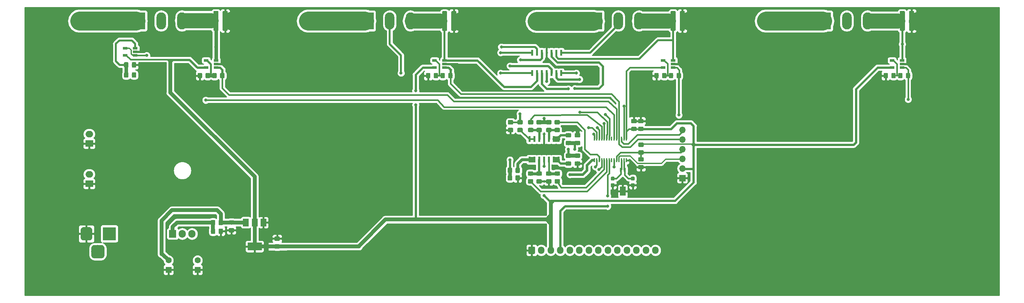
<source format=gtl>
G04 #@! TF.GenerationSoftware,KiCad,Pcbnew,(5.0.0)*
G04 #@! TF.CreationDate,2019-07-01T15:33:15-03:00*
G04 #@! TF.ProjectId,dc_load,64635F6C6F61642E6B696361645F7063,rev?*
G04 #@! TF.SameCoordinates,Original*
G04 #@! TF.FileFunction,Copper,L1,Top,Signal*
G04 #@! TF.FilePolarity,Positive*
%FSLAX46Y46*%
G04 Gerber Fmt 4.6, Leading zero omitted, Abs format (unit mm)*
G04 Created by KiCad (PCBNEW (5.0.0)) date 07/01/19 15:33:15*
%MOMM*%
%LPD*%
G01*
G04 APERTURE LIST*
G04 #@! TA.AperFunction,Conductor*
%ADD10C,0.100000*%
G04 #@! TD*
G04 #@! TA.AperFunction,SMDPad,CuDef*
%ADD11C,1.325000*%
G04 #@! TD*
G04 #@! TA.AperFunction,ComponentPad*
%ADD12C,3.500000*%
G04 #@! TD*
G04 #@! TA.AperFunction,ComponentPad*
%ADD13C,3.000000*%
G04 #@! TD*
G04 #@! TA.AperFunction,ComponentPad*
%ADD14R,3.500000X3.500000*%
G04 #@! TD*
G04 #@! TA.AperFunction,SMDPad,CuDef*
%ADD15R,0.600000X1.500000*%
G04 #@! TD*
G04 #@! TA.AperFunction,SMDPad,CuDef*
%ADD16C,1.150000*%
G04 #@! TD*
G04 #@! TA.AperFunction,ComponentPad*
%ADD17R,2.500000X4.500000*%
G04 #@! TD*
G04 #@! TA.AperFunction,ComponentPad*
%ADD18O,2.500000X4.500000*%
G04 #@! TD*
G04 #@! TA.AperFunction,SMDPad,CuDef*
%ADD19R,0.400000X1.100000*%
G04 #@! TD*
G04 #@! TA.AperFunction,SMDPad,CuDef*
%ADD20R,1.220000X0.650000*%
G04 #@! TD*
G04 #@! TA.AperFunction,SMDPad,CuDef*
%ADD21C,0.950000*%
G04 #@! TD*
G04 #@! TA.AperFunction,SMDPad,CuDef*
%ADD22R,0.600000X1.100000*%
G04 #@! TD*
G04 #@! TA.AperFunction,SMDPad,CuDef*
%ADD23R,1.500000X2.400000*%
G04 #@! TD*
G04 #@! TA.AperFunction,ComponentPad*
%ADD24C,1.600000*%
G04 #@! TD*
G04 #@! TA.AperFunction,ComponentPad*
%ADD25R,1.600000X1.600000*%
G04 #@! TD*
G04 #@! TA.AperFunction,ComponentPad*
%ADD26R,1.905000X2.000000*%
G04 #@! TD*
G04 #@! TA.AperFunction,ComponentPad*
%ADD27O,1.905000X2.000000*%
G04 #@! TD*
G04 #@! TA.AperFunction,SMDPad,CuDef*
%ADD28R,3.800000X2.000000*%
G04 #@! TD*
G04 #@! TA.AperFunction,SMDPad,CuDef*
%ADD29R,1.500000X2.000000*%
G04 #@! TD*
G04 #@! TA.AperFunction,ComponentPad*
%ADD30C,1.700000*%
G04 #@! TD*
G04 #@! TA.AperFunction,ComponentPad*
%ADD31O,1.700000X1.950000*%
G04 #@! TD*
G04 #@! TA.AperFunction,ComponentPad*
%ADD32R,2.000000X1.700000*%
G04 #@! TD*
G04 #@! TA.AperFunction,ComponentPad*
%ADD33O,2.000000X1.700000*%
G04 #@! TD*
G04 #@! TA.AperFunction,ComponentPad*
%ADD34R,1.700000X1.700000*%
G04 #@! TD*
G04 #@! TA.AperFunction,ComponentPad*
%ADD35O,1.700000X1.700000*%
G04 #@! TD*
G04 #@! TA.AperFunction,ViaPad*
%ADD36C,0.800000*%
G04 #@! TD*
G04 #@! TA.AperFunction,ViaPad*
%ADD37C,1.000000*%
G04 #@! TD*
G04 #@! TA.AperFunction,Conductor*
%ADD38C,0.500000*%
G04 #@! TD*
G04 #@! TA.AperFunction,Conductor*
%ADD39C,0.600000*%
G04 #@! TD*
G04 #@! TA.AperFunction,Conductor*
%ADD40C,4.000000*%
G04 #@! TD*
G04 #@! TA.AperFunction,Conductor*
%ADD41C,0.400000*%
G04 #@! TD*
G04 #@! TA.AperFunction,Conductor*
%ADD42C,0.900000*%
G04 #@! TD*
G04 #@! TA.AperFunction,Conductor*
%ADD43C,0.250000*%
G04 #@! TD*
G04 #@! TA.AperFunction,Conductor*
%ADD44C,0.300000*%
G04 #@! TD*
G04 #@! TA.AperFunction,Conductor*
%ADD45C,1.000000*%
G04 #@! TD*
G04 #@! TA.AperFunction,Conductor*
%ADD46C,5.000000*%
G04 #@! TD*
G04 #@! TA.AperFunction,Conductor*
%ADD47C,0.800000*%
G04 #@! TD*
G04 #@! TA.AperFunction,Conductor*
%ADD48C,1.470000*%
G04 #@! TD*
G04 #@! TA.AperFunction,Conductor*
%ADD49C,1.400000*%
G04 #@! TD*
G04 #@! TA.AperFunction,Conductor*
%ADD50C,0.700000*%
G04 #@! TD*
G04 #@! TA.AperFunction,Conductor*
%ADD51C,0.254000*%
G04 #@! TD*
G04 APERTURE END LIST*
D10*
G04 #@! TO.N,GND*
G04 #@! TO.C,R16*
G36*
X73149505Y-45037204D02*
X73173773Y-45040804D01*
X73197572Y-45046765D01*
X73220671Y-45055030D01*
X73242850Y-45065520D01*
X73263893Y-45078132D01*
X73283599Y-45092747D01*
X73301777Y-45109223D01*
X73318253Y-45127401D01*
X73332868Y-45147107D01*
X73345480Y-45168150D01*
X73355970Y-45190329D01*
X73364235Y-45213428D01*
X73370196Y-45237227D01*
X73373796Y-45261495D01*
X73375000Y-45285999D01*
X73375000Y-49986001D01*
X73373796Y-50010505D01*
X73370196Y-50034773D01*
X73364235Y-50058572D01*
X73355970Y-50081671D01*
X73345480Y-50103850D01*
X73332868Y-50124893D01*
X73318253Y-50144599D01*
X73301777Y-50162777D01*
X73283599Y-50179253D01*
X73263893Y-50193868D01*
X73242850Y-50206480D01*
X73220671Y-50216970D01*
X73197572Y-50225235D01*
X73173773Y-50231196D01*
X73149505Y-50234796D01*
X73125001Y-50236000D01*
X72299999Y-50236000D01*
X72275495Y-50234796D01*
X72251227Y-50231196D01*
X72227428Y-50225235D01*
X72204329Y-50216970D01*
X72182150Y-50206480D01*
X72161107Y-50193868D01*
X72141401Y-50179253D01*
X72123223Y-50162777D01*
X72106747Y-50144599D01*
X72092132Y-50124893D01*
X72079520Y-50103850D01*
X72069030Y-50081671D01*
X72060765Y-50058572D01*
X72054804Y-50034773D01*
X72051204Y-50010505D01*
X72050000Y-49986001D01*
X72050000Y-45285999D01*
X72051204Y-45261495D01*
X72054804Y-45237227D01*
X72060765Y-45213428D01*
X72069030Y-45190329D01*
X72079520Y-45168150D01*
X72092132Y-45147107D01*
X72106747Y-45127401D01*
X72123223Y-45109223D01*
X72141401Y-45092747D01*
X72161107Y-45078132D01*
X72182150Y-45065520D01*
X72204329Y-45055030D01*
X72227428Y-45046765D01*
X72251227Y-45040804D01*
X72275495Y-45037204D01*
X72299999Y-45036000D01*
X73125001Y-45036000D01*
X73149505Y-45037204D01*
X73149505Y-45037204D01*
G37*
D11*
G04 #@! TD*
G04 #@! TO.P,R16,2*
G04 #@! TO.N,GND*
X72712500Y-47636000D03*
D10*
G04 #@! TO.N,/I_4*
G04 #@! TO.C,R16*
G36*
X70724505Y-45037204D02*
X70748773Y-45040804D01*
X70772572Y-45046765D01*
X70795671Y-45055030D01*
X70817850Y-45065520D01*
X70838893Y-45078132D01*
X70858599Y-45092747D01*
X70876777Y-45109223D01*
X70893253Y-45127401D01*
X70907868Y-45147107D01*
X70920480Y-45168150D01*
X70930970Y-45190329D01*
X70939235Y-45213428D01*
X70945196Y-45237227D01*
X70948796Y-45261495D01*
X70950000Y-45285999D01*
X70950000Y-49986001D01*
X70948796Y-50010505D01*
X70945196Y-50034773D01*
X70939235Y-50058572D01*
X70930970Y-50081671D01*
X70920480Y-50103850D01*
X70907868Y-50124893D01*
X70893253Y-50144599D01*
X70876777Y-50162777D01*
X70858599Y-50179253D01*
X70838893Y-50193868D01*
X70817850Y-50206480D01*
X70795671Y-50216970D01*
X70772572Y-50225235D01*
X70748773Y-50231196D01*
X70724505Y-50234796D01*
X70700001Y-50236000D01*
X69874999Y-50236000D01*
X69850495Y-50234796D01*
X69826227Y-50231196D01*
X69802428Y-50225235D01*
X69779329Y-50216970D01*
X69757150Y-50206480D01*
X69736107Y-50193868D01*
X69716401Y-50179253D01*
X69698223Y-50162777D01*
X69681747Y-50144599D01*
X69667132Y-50124893D01*
X69654520Y-50103850D01*
X69644030Y-50081671D01*
X69635765Y-50058572D01*
X69629804Y-50034773D01*
X69626204Y-50010505D01*
X69625000Y-49986001D01*
X69625000Y-45285999D01*
X69626204Y-45261495D01*
X69629804Y-45237227D01*
X69635765Y-45213428D01*
X69644030Y-45190329D01*
X69654520Y-45168150D01*
X69667132Y-45147107D01*
X69681747Y-45127401D01*
X69698223Y-45109223D01*
X69716401Y-45092747D01*
X69736107Y-45078132D01*
X69757150Y-45065520D01*
X69779329Y-45055030D01*
X69802428Y-45046765D01*
X69826227Y-45040804D01*
X69850495Y-45037204D01*
X69874999Y-45036000D01*
X70700001Y-45036000D01*
X70724505Y-45037204D01*
X70724505Y-45037204D01*
G37*
D11*
G04 #@! TD*
G04 #@! TO.P,R16,1*
G04 #@! TO.N,/I_4*
X70287500Y-47636000D03*
D10*
G04 #@! TO.N,GND*
G04 #@! TO.C,R17*
G36*
X193162005Y-45041204D02*
X193186273Y-45044804D01*
X193210072Y-45050765D01*
X193233171Y-45059030D01*
X193255350Y-45069520D01*
X193276393Y-45082132D01*
X193296099Y-45096747D01*
X193314277Y-45113223D01*
X193330753Y-45131401D01*
X193345368Y-45151107D01*
X193357980Y-45172150D01*
X193368470Y-45194329D01*
X193376735Y-45217428D01*
X193382696Y-45241227D01*
X193386296Y-45265495D01*
X193387500Y-45289999D01*
X193387500Y-49990001D01*
X193386296Y-50014505D01*
X193382696Y-50038773D01*
X193376735Y-50062572D01*
X193368470Y-50085671D01*
X193357980Y-50107850D01*
X193345368Y-50128893D01*
X193330753Y-50148599D01*
X193314277Y-50166777D01*
X193296099Y-50183253D01*
X193276393Y-50197868D01*
X193255350Y-50210480D01*
X193233171Y-50220970D01*
X193210072Y-50229235D01*
X193186273Y-50235196D01*
X193162005Y-50238796D01*
X193137501Y-50240000D01*
X192312499Y-50240000D01*
X192287995Y-50238796D01*
X192263727Y-50235196D01*
X192239928Y-50229235D01*
X192216829Y-50220970D01*
X192194650Y-50210480D01*
X192173607Y-50197868D01*
X192153901Y-50183253D01*
X192135723Y-50166777D01*
X192119247Y-50148599D01*
X192104632Y-50128893D01*
X192092020Y-50107850D01*
X192081530Y-50085671D01*
X192073265Y-50062572D01*
X192067304Y-50038773D01*
X192063704Y-50014505D01*
X192062500Y-49990001D01*
X192062500Y-45289999D01*
X192063704Y-45265495D01*
X192067304Y-45241227D01*
X192073265Y-45217428D01*
X192081530Y-45194329D01*
X192092020Y-45172150D01*
X192104632Y-45151107D01*
X192119247Y-45131401D01*
X192135723Y-45113223D01*
X192153901Y-45096747D01*
X192173607Y-45082132D01*
X192194650Y-45069520D01*
X192216829Y-45059030D01*
X192239928Y-45050765D01*
X192263727Y-45044804D01*
X192287995Y-45041204D01*
X192312499Y-45040000D01*
X193137501Y-45040000D01*
X193162005Y-45041204D01*
X193162005Y-45041204D01*
G37*
D11*
G04 #@! TD*
G04 #@! TO.P,R17,2*
G04 #@! TO.N,GND*
X192725000Y-47640000D03*
D10*
G04 #@! TO.N,/I_2*
G04 #@! TO.C,R17*
G36*
X190737005Y-45041204D02*
X190761273Y-45044804D01*
X190785072Y-45050765D01*
X190808171Y-45059030D01*
X190830350Y-45069520D01*
X190851393Y-45082132D01*
X190871099Y-45096747D01*
X190889277Y-45113223D01*
X190905753Y-45131401D01*
X190920368Y-45151107D01*
X190932980Y-45172150D01*
X190943470Y-45194329D01*
X190951735Y-45217428D01*
X190957696Y-45241227D01*
X190961296Y-45265495D01*
X190962500Y-45289999D01*
X190962500Y-49990001D01*
X190961296Y-50014505D01*
X190957696Y-50038773D01*
X190951735Y-50062572D01*
X190943470Y-50085671D01*
X190932980Y-50107850D01*
X190920368Y-50128893D01*
X190905753Y-50148599D01*
X190889277Y-50166777D01*
X190871099Y-50183253D01*
X190851393Y-50197868D01*
X190830350Y-50210480D01*
X190808171Y-50220970D01*
X190785072Y-50229235D01*
X190761273Y-50235196D01*
X190737005Y-50238796D01*
X190712501Y-50240000D01*
X189887499Y-50240000D01*
X189862995Y-50238796D01*
X189838727Y-50235196D01*
X189814928Y-50229235D01*
X189791829Y-50220970D01*
X189769650Y-50210480D01*
X189748607Y-50197868D01*
X189728901Y-50183253D01*
X189710723Y-50166777D01*
X189694247Y-50148599D01*
X189679632Y-50128893D01*
X189667020Y-50107850D01*
X189656530Y-50085671D01*
X189648265Y-50062572D01*
X189642304Y-50038773D01*
X189638704Y-50014505D01*
X189637500Y-49990001D01*
X189637500Y-45289999D01*
X189638704Y-45265495D01*
X189642304Y-45241227D01*
X189648265Y-45217428D01*
X189656530Y-45194329D01*
X189667020Y-45172150D01*
X189679632Y-45151107D01*
X189694247Y-45131401D01*
X189710723Y-45113223D01*
X189728901Y-45096747D01*
X189748607Y-45082132D01*
X189769650Y-45069520D01*
X189791829Y-45059030D01*
X189814928Y-45050765D01*
X189838727Y-45044804D01*
X189862995Y-45041204D01*
X189887499Y-45040000D01*
X190712501Y-45040000D01*
X190737005Y-45041204D01*
X190737005Y-45041204D01*
G37*
D11*
G04 #@! TD*
G04 #@! TO.P,R17,1*
G04 #@! TO.N,/I_2*
X190300000Y-47640000D03*
D10*
G04 #@! TO.N,N/C*
G04 #@! TO.C,J1*
G36*
X40250765Y-106624213D02*
X40335704Y-106636813D01*
X40418999Y-106657677D01*
X40499848Y-106686605D01*
X40577472Y-106723319D01*
X40651124Y-106767464D01*
X40720094Y-106818616D01*
X40783718Y-106876282D01*
X40841384Y-106939906D01*
X40892536Y-107008876D01*
X40936681Y-107082528D01*
X40973395Y-107160152D01*
X41002323Y-107241001D01*
X41023187Y-107324296D01*
X41035787Y-107409235D01*
X41040000Y-107495000D01*
X41040000Y-109245000D01*
X41035787Y-109330765D01*
X41023187Y-109415704D01*
X41002323Y-109498999D01*
X40973395Y-109579848D01*
X40936681Y-109657472D01*
X40892536Y-109731124D01*
X40841384Y-109800094D01*
X40783718Y-109863718D01*
X40720094Y-109921384D01*
X40651124Y-109972536D01*
X40577472Y-110016681D01*
X40499848Y-110053395D01*
X40418999Y-110082323D01*
X40335704Y-110103187D01*
X40250765Y-110115787D01*
X40165000Y-110120000D01*
X38415000Y-110120000D01*
X38329235Y-110115787D01*
X38244296Y-110103187D01*
X38161001Y-110082323D01*
X38080152Y-110053395D01*
X38002528Y-110016681D01*
X37928876Y-109972536D01*
X37859906Y-109921384D01*
X37796282Y-109863718D01*
X37738616Y-109800094D01*
X37687464Y-109731124D01*
X37643319Y-109657472D01*
X37606605Y-109579848D01*
X37577677Y-109498999D01*
X37556813Y-109415704D01*
X37544213Y-109330765D01*
X37540000Y-109245000D01*
X37540000Y-107495000D01*
X37544213Y-107409235D01*
X37556813Y-107324296D01*
X37577677Y-107241001D01*
X37606605Y-107160152D01*
X37643319Y-107082528D01*
X37687464Y-107008876D01*
X37738616Y-106939906D01*
X37796282Y-106876282D01*
X37859906Y-106818616D01*
X37928876Y-106767464D01*
X38002528Y-106723319D01*
X38080152Y-106686605D01*
X38161001Y-106657677D01*
X38244296Y-106636813D01*
X38329235Y-106624213D01*
X38415000Y-106620000D01*
X40165000Y-106620000D01*
X40250765Y-106624213D01*
X40250765Y-106624213D01*
G37*
D12*
G04 #@! TD*
G04 #@! TO.P,J1,3*
G04 #@! TO.N,N/C*
X39290000Y-108370000D03*
D10*
G04 #@! TO.N,GND*
G04 #@! TO.C,J1*
G36*
X37113513Y-101923611D02*
X37186318Y-101934411D01*
X37257714Y-101952295D01*
X37327013Y-101977090D01*
X37393548Y-102008559D01*
X37456678Y-102046398D01*
X37515795Y-102090242D01*
X37570330Y-102139670D01*
X37619758Y-102194205D01*
X37663602Y-102253322D01*
X37701441Y-102316452D01*
X37732910Y-102382987D01*
X37757705Y-102452286D01*
X37775589Y-102523682D01*
X37786389Y-102596487D01*
X37790000Y-102670000D01*
X37790000Y-104670000D01*
X37786389Y-104743513D01*
X37775589Y-104816318D01*
X37757705Y-104887714D01*
X37732910Y-104957013D01*
X37701441Y-105023548D01*
X37663602Y-105086678D01*
X37619758Y-105145795D01*
X37570330Y-105200330D01*
X37515795Y-105249758D01*
X37456678Y-105293602D01*
X37393548Y-105331441D01*
X37327013Y-105362910D01*
X37257714Y-105387705D01*
X37186318Y-105405589D01*
X37113513Y-105416389D01*
X37040000Y-105420000D01*
X35540000Y-105420000D01*
X35466487Y-105416389D01*
X35393682Y-105405589D01*
X35322286Y-105387705D01*
X35252987Y-105362910D01*
X35186452Y-105331441D01*
X35123322Y-105293602D01*
X35064205Y-105249758D01*
X35009670Y-105200330D01*
X34960242Y-105145795D01*
X34916398Y-105086678D01*
X34878559Y-105023548D01*
X34847090Y-104957013D01*
X34822295Y-104887714D01*
X34804411Y-104816318D01*
X34793611Y-104743513D01*
X34790000Y-104670000D01*
X34790000Y-102670000D01*
X34793611Y-102596487D01*
X34804411Y-102523682D01*
X34822295Y-102452286D01*
X34847090Y-102382987D01*
X34878559Y-102316452D01*
X34916398Y-102253322D01*
X34960242Y-102194205D01*
X35009670Y-102139670D01*
X35064205Y-102090242D01*
X35123322Y-102046398D01*
X35186452Y-102008559D01*
X35252987Y-101977090D01*
X35322286Y-101952295D01*
X35393682Y-101934411D01*
X35466487Y-101923611D01*
X35540000Y-101920000D01*
X37040000Y-101920000D01*
X37113513Y-101923611D01*
X37113513Y-101923611D01*
G37*
D13*
G04 #@! TD*
G04 #@! TO.P,J1,2*
G04 #@! TO.N,GND*
X36290000Y-103670000D03*
D14*
G04 #@! TO.P,J1,1*
G04 #@! TO.N,+12V*
X42290000Y-103670000D03*
G04 #@! TD*
D15*
G04 #@! TO.P,U4,14*
G04 #@! TO.N,Net-(R12-Pad2)*
X152586000Y-78762000D03*
G04 #@! TO.P,U4,13*
X153856000Y-78762000D03*
G04 #@! TO.P,U4,12*
G04 #@! TO.N,Net-(C12-Pad1)*
X155126000Y-78762000D03*
G04 #@! TO.P,U4,11*
G04 #@! TO.N,GND*
X156396000Y-78762000D03*
G04 #@! TO.P,U4,10*
G04 #@! TO.N,Net-(C13-Pad1)*
X157666000Y-78762000D03*
G04 #@! TO.P,U4,9*
G04 #@! TO.N,Net-(R13-Pad2)*
X158936000Y-78762000D03*
G04 #@! TO.P,U4,8*
X160206000Y-78762000D03*
G04 #@! TO.P,U4,7*
G04 #@! TO.N,Net-(R5-Pad2)*
X160206000Y-84162000D03*
G04 #@! TO.P,U4,6*
X158936000Y-84162000D03*
G04 #@! TO.P,U4,5*
G04 #@! TO.N,Net-(C9-Pad1)*
X157666000Y-84162000D03*
G04 #@! TO.P,U4,4*
G04 #@! TO.N,3V3*
X156396000Y-84162000D03*
G04 #@! TO.P,U4,3*
G04 #@! TO.N,Net-(C8-Pad1)*
X155126000Y-84162000D03*
G04 #@! TO.P,U4,2*
G04 #@! TO.N,Net-(R4-Pad2)*
X153856000Y-84162000D03*
G04 #@! TO.P,U4,1*
X152586000Y-84162000D03*
G04 #@! TD*
D10*
G04 #@! TO.N,Net-(R23-Pad1)*
G04 #@! TO.C,R25*
G36*
X128390505Y-61343204D02*
X128414773Y-61346804D01*
X128438572Y-61352765D01*
X128461671Y-61361030D01*
X128483850Y-61371520D01*
X128504893Y-61384132D01*
X128524599Y-61398747D01*
X128542777Y-61415223D01*
X128559253Y-61433401D01*
X128573868Y-61453107D01*
X128586480Y-61474150D01*
X128596970Y-61496329D01*
X128605235Y-61519428D01*
X128611196Y-61543227D01*
X128614796Y-61567495D01*
X128616000Y-61591999D01*
X128616000Y-62492001D01*
X128614796Y-62516505D01*
X128611196Y-62540773D01*
X128605235Y-62564572D01*
X128596970Y-62587671D01*
X128586480Y-62609850D01*
X128573868Y-62630893D01*
X128559253Y-62650599D01*
X128542777Y-62668777D01*
X128524599Y-62685253D01*
X128504893Y-62699868D01*
X128483850Y-62712480D01*
X128461671Y-62722970D01*
X128438572Y-62731235D01*
X128414773Y-62737196D01*
X128390505Y-62740796D01*
X128366001Y-62742000D01*
X127715999Y-62742000D01*
X127691495Y-62740796D01*
X127667227Y-62737196D01*
X127643428Y-62731235D01*
X127620329Y-62722970D01*
X127598150Y-62712480D01*
X127577107Y-62699868D01*
X127557401Y-62685253D01*
X127539223Y-62668777D01*
X127522747Y-62650599D01*
X127508132Y-62630893D01*
X127495520Y-62609850D01*
X127485030Y-62587671D01*
X127476765Y-62564572D01*
X127470804Y-62540773D01*
X127467204Y-62516505D01*
X127466000Y-62492001D01*
X127466000Y-61591999D01*
X127467204Y-61567495D01*
X127470804Y-61543227D01*
X127476765Y-61519428D01*
X127485030Y-61496329D01*
X127495520Y-61474150D01*
X127508132Y-61453107D01*
X127522747Y-61433401D01*
X127539223Y-61415223D01*
X127557401Y-61398747D01*
X127577107Y-61384132D01*
X127598150Y-61371520D01*
X127620329Y-61361030D01*
X127643428Y-61352765D01*
X127667227Y-61346804D01*
X127691495Y-61343204D01*
X127715999Y-61342000D01*
X128366001Y-61342000D01*
X128390505Y-61343204D01*
X128390505Y-61343204D01*
G37*
D16*
G04 #@! TD*
G04 #@! TO.P,R25,2*
G04 #@! TO.N,Net-(R23-Pad1)*
X128041000Y-62042000D03*
D10*
G04 #@! TO.N,GND*
G04 #@! TO.C,R25*
G36*
X126340505Y-61343204D02*
X126364773Y-61346804D01*
X126388572Y-61352765D01*
X126411671Y-61361030D01*
X126433850Y-61371520D01*
X126454893Y-61384132D01*
X126474599Y-61398747D01*
X126492777Y-61415223D01*
X126509253Y-61433401D01*
X126523868Y-61453107D01*
X126536480Y-61474150D01*
X126546970Y-61496329D01*
X126555235Y-61519428D01*
X126561196Y-61543227D01*
X126564796Y-61567495D01*
X126566000Y-61591999D01*
X126566000Y-62492001D01*
X126564796Y-62516505D01*
X126561196Y-62540773D01*
X126555235Y-62564572D01*
X126546970Y-62587671D01*
X126536480Y-62609850D01*
X126523868Y-62630893D01*
X126509253Y-62650599D01*
X126492777Y-62668777D01*
X126474599Y-62685253D01*
X126454893Y-62699868D01*
X126433850Y-62712480D01*
X126411671Y-62722970D01*
X126388572Y-62731235D01*
X126364773Y-62737196D01*
X126340505Y-62740796D01*
X126316001Y-62742000D01*
X125665999Y-62742000D01*
X125641495Y-62740796D01*
X125617227Y-62737196D01*
X125593428Y-62731235D01*
X125570329Y-62722970D01*
X125548150Y-62712480D01*
X125527107Y-62699868D01*
X125507401Y-62685253D01*
X125489223Y-62668777D01*
X125472747Y-62650599D01*
X125458132Y-62630893D01*
X125445520Y-62609850D01*
X125435030Y-62587671D01*
X125426765Y-62564572D01*
X125420804Y-62540773D01*
X125417204Y-62516505D01*
X125416000Y-62492001D01*
X125416000Y-61591999D01*
X125417204Y-61567495D01*
X125420804Y-61543227D01*
X125426765Y-61519428D01*
X125435030Y-61496329D01*
X125445520Y-61474150D01*
X125458132Y-61453107D01*
X125472747Y-61433401D01*
X125489223Y-61415223D01*
X125507401Y-61398747D01*
X125527107Y-61384132D01*
X125548150Y-61371520D01*
X125570329Y-61361030D01*
X125593428Y-61352765D01*
X125617227Y-61346804D01*
X125641495Y-61343204D01*
X125665999Y-61342000D01*
X126316001Y-61342000D01*
X126340505Y-61343204D01*
X126340505Y-61343204D01*
G37*
D16*
G04 #@! TD*
G04 #@! TO.P,R25,1*
G04 #@! TO.N,GND*
X125991000Y-62042000D03*
D10*
G04 #@! TO.N,Net-(R22-Pad1)*
G04 #@! TO.C,R24*
G36*
X68480505Y-61343204D02*
X68504773Y-61346804D01*
X68528572Y-61352765D01*
X68551671Y-61361030D01*
X68573850Y-61371520D01*
X68594893Y-61384132D01*
X68614599Y-61398747D01*
X68632777Y-61415223D01*
X68649253Y-61433401D01*
X68663868Y-61453107D01*
X68676480Y-61474150D01*
X68686970Y-61496329D01*
X68695235Y-61519428D01*
X68701196Y-61543227D01*
X68704796Y-61567495D01*
X68706000Y-61591999D01*
X68706000Y-62492001D01*
X68704796Y-62516505D01*
X68701196Y-62540773D01*
X68695235Y-62564572D01*
X68686970Y-62587671D01*
X68676480Y-62609850D01*
X68663868Y-62630893D01*
X68649253Y-62650599D01*
X68632777Y-62668777D01*
X68614599Y-62685253D01*
X68594893Y-62699868D01*
X68573850Y-62712480D01*
X68551671Y-62722970D01*
X68528572Y-62731235D01*
X68504773Y-62737196D01*
X68480505Y-62740796D01*
X68456001Y-62742000D01*
X67805999Y-62742000D01*
X67781495Y-62740796D01*
X67757227Y-62737196D01*
X67733428Y-62731235D01*
X67710329Y-62722970D01*
X67688150Y-62712480D01*
X67667107Y-62699868D01*
X67647401Y-62685253D01*
X67629223Y-62668777D01*
X67612747Y-62650599D01*
X67598132Y-62630893D01*
X67585520Y-62609850D01*
X67575030Y-62587671D01*
X67566765Y-62564572D01*
X67560804Y-62540773D01*
X67557204Y-62516505D01*
X67556000Y-62492001D01*
X67556000Y-61591999D01*
X67557204Y-61567495D01*
X67560804Y-61543227D01*
X67566765Y-61519428D01*
X67575030Y-61496329D01*
X67585520Y-61474150D01*
X67598132Y-61453107D01*
X67612747Y-61433401D01*
X67629223Y-61415223D01*
X67647401Y-61398747D01*
X67667107Y-61384132D01*
X67688150Y-61371520D01*
X67710329Y-61361030D01*
X67733428Y-61352765D01*
X67757227Y-61346804D01*
X67781495Y-61343204D01*
X67805999Y-61342000D01*
X68456001Y-61342000D01*
X68480505Y-61343204D01*
X68480505Y-61343204D01*
G37*
D16*
G04 #@! TD*
G04 #@! TO.P,R24,2*
G04 #@! TO.N,Net-(R22-Pad1)*
X68131000Y-62042000D03*
D10*
G04 #@! TO.N,GND*
G04 #@! TO.C,R24*
G36*
X66430505Y-61343204D02*
X66454773Y-61346804D01*
X66478572Y-61352765D01*
X66501671Y-61361030D01*
X66523850Y-61371520D01*
X66544893Y-61384132D01*
X66564599Y-61398747D01*
X66582777Y-61415223D01*
X66599253Y-61433401D01*
X66613868Y-61453107D01*
X66626480Y-61474150D01*
X66636970Y-61496329D01*
X66645235Y-61519428D01*
X66651196Y-61543227D01*
X66654796Y-61567495D01*
X66656000Y-61591999D01*
X66656000Y-62492001D01*
X66654796Y-62516505D01*
X66651196Y-62540773D01*
X66645235Y-62564572D01*
X66636970Y-62587671D01*
X66626480Y-62609850D01*
X66613868Y-62630893D01*
X66599253Y-62650599D01*
X66582777Y-62668777D01*
X66564599Y-62685253D01*
X66544893Y-62699868D01*
X66523850Y-62712480D01*
X66501671Y-62722970D01*
X66478572Y-62731235D01*
X66454773Y-62737196D01*
X66430505Y-62740796D01*
X66406001Y-62742000D01*
X65755999Y-62742000D01*
X65731495Y-62740796D01*
X65707227Y-62737196D01*
X65683428Y-62731235D01*
X65660329Y-62722970D01*
X65638150Y-62712480D01*
X65617107Y-62699868D01*
X65597401Y-62685253D01*
X65579223Y-62668777D01*
X65562747Y-62650599D01*
X65548132Y-62630893D01*
X65535520Y-62609850D01*
X65525030Y-62587671D01*
X65516765Y-62564572D01*
X65510804Y-62540773D01*
X65507204Y-62516505D01*
X65506000Y-62492001D01*
X65506000Y-61591999D01*
X65507204Y-61567495D01*
X65510804Y-61543227D01*
X65516765Y-61519428D01*
X65525030Y-61496329D01*
X65535520Y-61474150D01*
X65548132Y-61453107D01*
X65562747Y-61433401D01*
X65579223Y-61415223D01*
X65597401Y-61398747D01*
X65617107Y-61384132D01*
X65638150Y-61371520D01*
X65660329Y-61361030D01*
X65683428Y-61352765D01*
X65707227Y-61346804D01*
X65731495Y-61343204D01*
X65755999Y-61342000D01*
X66406001Y-61342000D01*
X66430505Y-61343204D01*
X66430505Y-61343204D01*
G37*
D16*
G04 #@! TD*
G04 #@! TO.P,R24,1*
G04 #@! TO.N,GND*
X66081000Y-62042000D03*
D10*
G04 #@! TO.N,/P1.2*
G04 #@! TO.C,R23*
G36*
X132200505Y-61343204D02*
X132224773Y-61346804D01*
X132248572Y-61352765D01*
X132271671Y-61361030D01*
X132293850Y-61371520D01*
X132314893Y-61384132D01*
X132334599Y-61398747D01*
X132352777Y-61415223D01*
X132369253Y-61433401D01*
X132383868Y-61453107D01*
X132396480Y-61474150D01*
X132406970Y-61496329D01*
X132415235Y-61519428D01*
X132421196Y-61543227D01*
X132424796Y-61567495D01*
X132426000Y-61591999D01*
X132426000Y-62492001D01*
X132424796Y-62516505D01*
X132421196Y-62540773D01*
X132415235Y-62564572D01*
X132406970Y-62587671D01*
X132396480Y-62609850D01*
X132383868Y-62630893D01*
X132369253Y-62650599D01*
X132352777Y-62668777D01*
X132334599Y-62685253D01*
X132314893Y-62699868D01*
X132293850Y-62712480D01*
X132271671Y-62722970D01*
X132248572Y-62731235D01*
X132224773Y-62737196D01*
X132200505Y-62740796D01*
X132176001Y-62742000D01*
X131525999Y-62742000D01*
X131501495Y-62740796D01*
X131477227Y-62737196D01*
X131453428Y-62731235D01*
X131430329Y-62722970D01*
X131408150Y-62712480D01*
X131387107Y-62699868D01*
X131367401Y-62685253D01*
X131349223Y-62668777D01*
X131332747Y-62650599D01*
X131318132Y-62630893D01*
X131305520Y-62609850D01*
X131295030Y-62587671D01*
X131286765Y-62564572D01*
X131280804Y-62540773D01*
X131277204Y-62516505D01*
X131276000Y-62492001D01*
X131276000Y-61591999D01*
X131277204Y-61567495D01*
X131280804Y-61543227D01*
X131286765Y-61519428D01*
X131295030Y-61496329D01*
X131305520Y-61474150D01*
X131318132Y-61453107D01*
X131332747Y-61433401D01*
X131349223Y-61415223D01*
X131367401Y-61398747D01*
X131387107Y-61384132D01*
X131408150Y-61371520D01*
X131430329Y-61361030D01*
X131453428Y-61352765D01*
X131477227Y-61346804D01*
X131501495Y-61343204D01*
X131525999Y-61342000D01*
X132176001Y-61342000D01*
X132200505Y-61343204D01*
X132200505Y-61343204D01*
G37*
D16*
G04 #@! TD*
G04 #@! TO.P,R23,2*
G04 #@! TO.N,/P1.2*
X131851000Y-62042000D03*
D10*
G04 #@! TO.N,Net-(R23-Pad1)*
G04 #@! TO.C,R23*
G36*
X130150505Y-61343204D02*
X130174773Y-61346804D01*
X130198572Y-61352765D01*
X130221671Y-61361030D01*
X130243850Y-61371520D01*
X130264893Y-61384132D01*
X130284599Y-61398747D01*
X130302777Y-61415223D01*
X130319253Y-61433401D01*
X130333868Y-61453107D01*
X130346480Y-61474150D01*
X130356970Y-61496329D01*
X130365235Y-61519428D01*
X130371196Y-61543227D01*
X130374796Y-61567495D01*
X130376000Y-61591999D01*
X130376000Y-62492001D01*
X130374796Y-62516505D01*
X130371196Y-62540773D01*
X130365235Y-62564572D01*
X130356970Y-62587671D01*
X130346480Y-62609850D01*
X130333868Y-62630893D01*
X130319253Y-62650599D01*
X130302777Y-62668777D01*
X130284599Y-62685253D01*
X130264893Y-62699868D01*
X130243850Y-62712480D01*
X130221671Y-62722970D01*
X130198572Y-62731235D01*
X130174773Y-62737196D01*
X130150505Y-62740796D01*
X130126001Y-62742000D01*
X129475999Y-62742000D01*
X129451495Y-62740796D01*
X129427227Y-62737196D01*
X129403428Y-62731235D01*
X129380329Y-62722970D01*
X129358150Y-62712480D01*
X129337107Y-62699868D01*
X129317401Y-62685253D01*
X129299223Y-62668777D01*
X129282747Y-62650599D01*
X129268132Y-62630893D01*
X129255520Y-62609850D01*
X129245030Y-62587671D01*
X129236765Y-62564572D01*
X129230804Y-62540773D01*
X129227204Y-62516505D01*
X129226000Y-62492001D01*
X129226000Y-61591999D01*
X129227204Y-61567495D01*
X129230804Y-61543227D01*
X129236765Y-61519428D01*
X129245030Y-61496329D01*
X129255520Y-61474150D01*
X129268132Y-61453107D01*
X129282747Y-61433401D01*
X129299223Y-61415223D01*
X129317401Y-61398747D01*
X129337107Y-61384132D01*
X129358150Y-61371520D01*
X129380329Y-61361030D01*
X129403428Y-61352765D01*
X129427227Y-61346804D01*
X129451495Y-61343204D01*
X129475999Y-61342000D01*
X130126001Y-61342000D01*
X130150505Y-61343204D01*
X130150505Y-61343204D01*
G37*
D16*
G04 #@! TD*
G04 #@! TO.P,R23,1*
G04 #@! TO.N,Net-(R23-Pad1)*
X129801000Y-62042000D03*
D10*
G04 #@! TO.N,/i_sense_adapter/AD_4*
G04 #@! TO.C,R22*
G36*
X72290505Y-61343204D02*
X72314773Y-61346804D01*
X72338572Y-61352765D01*
X72361671Y-61361030D01*
X72383850Y-61371520D01*
X72404893Y-61384132D01*
X72424599Y-61398747D01*
X72442777Y-61415223D01*
X72459253Y-61433401D01*
X72473868Y-61453107D01*
X72486480Y-61474150D01*
X72496970Y-61496329D01*
X72505235Y-61519428D01*
X72511196Y-61543227D01*
X72514796Y-61567495D01*
X72516000Y-61591999D01*
X72516000Y-62492001D01*
X72514796Y-62516505D01*
X72511196Y-62540773D01*
X72505235Y-62564572D01*
X72496970Y-62587671D01*
X72486480Y-62609850D01*
X72473868Y-62630893D01*
X72459253Y-62650599D01*
X72442777Y-62668777D01*
X72424599Y-62685253D01*
X72404893Y-62699868D01*
X72383850Y-62712480D01*
X72361671Y-62722970D01*
X72338572Y-62731235D01*
X72314773Y-62737196D01*
X72290505Y-62740796D01*
X72266001Y-62742000D01*
X71615999Y-62742000D01*
X71591495Y-62740796D01*
X71567227Y-62737196D01*
X71543428Y-62731235D01*
X71520329Y-62722970D01*
X71498150Y-62712480D01*
X71477107Y-62699868D01*
X71457401Y-62685253D01*
X71439223Y-62668777D01*
X71422747Y-62650599D01*
X71408132Y-62630893D01*
X71395520Y-62609850D01*
X71385030Y-62587671D01*
X71376765Y-62564572D01*
X71370804Y-62540773D01*
X71367204Y-62516505D01*
X71366000Y-62492001D01*
X71366000Y-61591999D01*
X71367204Y-61567495D01*
X71370804Y-61543227D01*
X71376765Y-61519428D01*
X71385030Y-61496329D01*
X71395520Y-61474150D01*
X71408132Y-61453107D01*
X71422747Y-61433401D01*
X71439223Y-61415223D01*
X71457401Y-61398747D01*
X71477107Y-61384132D01*
X71498150Y-61371520D01*
X71520329Y-61361030D01*
X71543428Y-61352765D01*
X71567227Y-61346804D01*
X71591495Y-61343204D01*
X71615999Y-61342000D01*
X72266001Y-61342000D01*
X72290505Y-61343204D01*
X72290505Y-61343204D01*
G37*
D16*
G04 #@! TD*
G04 #@! TO.P,R22,2*
G04 #@! TO.N,/i_sense_adapter/AD_4*
X71941000Y-62042000D03*
D10*
G04 #@! TO.N,Net-(R22-Pad1)*
G04 #@! TO.C,R22*
G36*
X70240505Y-61343204D02*
X70264773Y-61346804D01*
X70288572Y-61352765D01*
X70311671Y-61361030D01*
X70333850Y-61371520D01*
X70354893Y-61384132D01*
X70374599Y-61398747D01*
X70392777Y-61415223D01*
X70409253Y-61433401D01*
X70423868Y-61453107D01*
X70436480Y-61474150D01*
X70446970Y-61496329D01*
X70455235Y-61519428D01*
X70461196Y-61543227D01*
X70464796Y-61567495D01*
X70466000Y-61591999D01*
X70466000Y-62492001D01*
X70464796Y-62516505D01*
X70461196Y-62540773D01*
X70455235Y-62564572D01*
X70446970Y-62587671D01*
X70436480Y-62609850D01*
X70423868Y-62630893D01*
X70409253Y-62650599D01*
X70392777Y-62668777D01*
X70374599Y-62685253D01*
X70354893Y-62699868D01*
X70333850Y-62712480D01*
X70311671Y-62722970D01*
X70288572Y-62731235D01*
X70264773Y-62737196D01*
X70240505Y-62740796D01*
X70216001Y-62742000D01*
X69565999Y-62742000D01*
X69541495Y-62740796D01*
X69517227Y-62737196D01*
X69493428Y-62731235D01*
X69470329Y-62722970D01*
X69448150Y-62712480D01*
X69427107Y-62699868D01*
X69407401Y-62685253D01*
X69389223Y-62668777D01*
X69372747Y-62650599D01*
X69358132Y-62630893D01*
X69345520Y-62609850D01*
X69335030Y-62587671D01*
X69326765Y-62564572D01*
X69320804Y-62540773D01*
X69317204Y-62516505D01*
X69316000Y-62492001D01*
X69316000Y-61591999D01*
X69317204Y-61567495D01*
X69320804Y-61543227D01*
X69326765Y-61519428D01*
X69335030Y-61496329D01*
X69345520Y-61474150D01*
X69358132Y-61453107D01*
X69372747Y-61433401D01*
X69389223Y-61415223D01*
X69407401Y-61398747D01*
X69427107Y-61384132D01*
X69448150Y-61371520D01*
X69470329Y-61361030D01*
X69493428Y-61352765D01*
X69517227Y-61346804D01*
X69541495Y-61343204D01*
X69565999Y-61342000D01*
X70216001Y-61342000D01*
X70240505Y-61343204D01*
X70240505Y-61343204D01*
G37*
D16*
G04 #@! TD*
G04 #@! TO.P,R22,1*
G04 #@! TO.N,Net-(R22-Pad1)*
X69891000Y-62042000D03*
D10*
G04 #@! TO.N,Net-(R19-Pad1)*
G04 #@! TO.C,R21*
G36*
X188338505Y-61343204D02*
X188362773Y-61346804D01*
X188386572Y-61352765D01*
X188409671Y-61361030D01*
X188431850Y-61371520D01*
X188452893Y-61384132D01*
X188472599Y-61398747D01*
X188490777Y-61415223D01*
X188507253Y-61433401D01*
X188521868Y-61453107D01*
X188534480Y-61474150D01*
X188544970Y-61496329D01*
X188553235Y-61519428D01*
X188559196Y-61543227D01*
X188562796Y-61567495D01*
X188564000Y-61591999D01*
X188564000Y-62492001D01*
X188562796Y-62516505D01*
X188559196Y-62540773D01*
X188553235Y-62564572D01*
X188544970Y-62587671D01*
X188534480Y-62609850D01*
X188521868Y-62630893D01*
X188507253Y-62650599D01*
X188490777Y-62668777D01*
X188472599Y-62685253D01*
X188452893Y-62699868D01*
X188431850Y-62712480D01*
X188409671Y-62722970D01*
X188386572Y-62731235D01*
X188362773Y-62737196D01*
X188338505Y-62740796D01*
X188314001Y-62742000D01*
X187663999Y-62742000D01*
X187639495Y-62740796D01*
X187615227Y-62737196D01*
X187591428Y-62731235D01*
X187568329Y-62722970D01*
X187546150Y-62712480D01*
X187525107Y-62699868D01*
X187505401Y-62685253D01*
X187487223Y-62668777D01*
X187470747Y-62650599D01*
X187456132Y-62630893D01*
X187443520Y-62609850D01*
X187433030Y-62587671D01*
X187424765Y-62564572D01*
X187418804Y-62540773D01*
X187415204Y-62516505D01*
X187414000Y-62492001D01*
X187414000Y-61591999D01*
X187415204Y-61567495D01*
X187418804Y-61543227D01*
X187424765Y-61519428D01*
X187433030Y-61496329D01*
X187443520Y-61474150D01*
X187456132Y-61453107D01*
X187470747Y-61433401D01*
X187487223Y-61415223D01*
X187505401Y-61398747D01*
X187525107Y-61384132D01*
X187546150Y-61371520D01*
X187568329Y-61361030D01*
X187591428Y-61352765D01*
X187615227Y-61346804D01*
X187639495Y-61343204D01*
X187663999Y-61342000D01*
X188314001Y-61342000D01*
X188338505Y-61343204D01*
X188338505Y-61343204D01*
G37*
D16*
G04 #@! TD*
G04 #@! TO.P,R21,2*
G04 #@! TO.N,Net-(R19-Pad1)*
X187989000Y-62042000D03*
D10*
G04 #@! TO.N,GND*
G04 #@! TO.C,R21*
G36*
X186288505Y-61343204D02*
X186312773Y-61346804D01*
X186336572Y-61352765D01*
X186359671Y-61361030D01*
X186381850Y-61371520D01*
X186402893Y-61384132D01*
X186422599Y-61398747D01*
X186440777Y-61415223D01*
X186457253Y-61433401D01*
X186471868Y-61453107D01*
X186484480Y-61474150D01*
X186494970Y-61496329D01*
X186503235Y-61519428D01*
X186509196Y-61543227D01*
X186512796Y-61567495D01*
X186514000Y-61591999D01*
X186514000Y-62492001D01*
X186512796Y-62516505D01*
X186509196Y-62540773D01*
X186503235Y-62564572D01*
X186494970Y-62587671D01*
X186484480Y-62609850D01*
X186471868Y-62630893D01*
X186457253Y-62650599D01*
X186440777Y-62668777D01*
X186422599Y-62685253D01*
X186402893Y-62699868D01*
X186381850Y-62712480D01*
X186359671Y-62722970D01*
X186336572Y-62731235D01*
X186312773Y-62737196D01*
X186288505Y-62740796D01*
X186264001Y-62742000D01*
X185613999Y-62742000D01*
X185589495Y-62740796D01*
X185565227Y-62737196D01*
X185541428Y-62731235D01*
X185518329Y-62722970D01*
X185496150Y-62712480D01*
X185475107Y-62699868D01*
X185455401Y-62685253D01*
X185437223Y-62668777D01*
X185420747Y-62650599D01*
X185406132Y-62630893D01*
X185393520Y-62609850D01*
X185383030Y-62587671D01*
X185374765Y-62564572D01*
X185368804Y-62540773D01*
X185365204Y-62516505D01*
X185364000Y-62492001D01*
X185364000Y-61591999D01*
X185365204Y-61567495D01*
X185368804Y-61543227D01*
X185374765Y-61519428D01*
X185383030Y-61496329D01*
X185393520Y-61474150D01*
X185406132Y-61453107D01*
X185420747Y-61433401D01*
X185437223Y-61415223D01*
X185455401Y-61398747D01*
X185475107Y-61384132D01*
X185496150Y-61371520D01*
X185518329Y-61361030D01*
X185541428Y-61352765D01*
X185565227Y-61346804D01*
X185589495Y-61343204D01*
X185613999Y-61342000D01*
X186264001Y-61342000D01*
X186288505Y-61343204D01*
X186288505Y-61343204D01*
G37*
D16*
G04 #@! TD*
G04 #@! TO.P,R21,1*
G04 #@! TO.N,GND*
X185939000Y-62042000D03*
D10*
G04 #@! TO.N,Net-(R18-Pad1)*
G04 #@! TO.C,R20*
G36*
X248518505Y-61343204D02*
X248542773Y-61346804D01*
X248566572Y-61352765D01*
X248589671Y-61361030D01*
X248611850Y-61371520D01*
X248632893Y-61384132D01*
X248652599Y-61398747D01*
X248670777Y-61415223D01*
X248687253Y-61433401D01*
X248701868Y-61453107D01*
X248714480Y-61474150D01*
X248724970Y-61496329D01*
X248733235Y-61519428D01*
X248739196Y-61543227D01*
X248742796Y-61567495D01*
X248744000Y-61591999D01*
X248744000Y-62492001D01*
X248742796Y-62516505D01*
X248739196Y-62540773D01*
X248733235Y-62564572D01*
X248724970Y-62587671D01*
X248714480Y-62609850D01*
X248701868Y-62630893D01*
X248687253Y-62650599D01*
X248670777Y-62668777D01*
X248652599Y-62685253D01*
X248632893Y-62699868D01*
X248611850Y-62712480D01*
X248589671Y-62722970D01*
X248566572Y-62731235D01*
X248542773Y-62737196D01*
X248518505Y-62740796D01*
X248494001Y-62742000D01*
X247843999Y-62742000D01*
X247819495Y-62740796D01*
X247795227Y-62737196D01*
X247771428Y-62731235D01*
X247748329Y-62722970D01*
X247726150Y-62712480D01*
X247705107Y-62699868D01*
X247685401Y-62685253D01*
X247667223Y-62668777D01*
X247650747Y-62650599D01*
X247636132Y-62630893D01*
X247623520Y-62609850D01*
X247613030Y-62587671D01*
X247604765Y-62564572D01*
X247598804Y-62540773D01*
X247595204Y-62516505D01*
X247594000Y-62492001D01*
X247594000Y-61591999D01*
X247595204Y-61567495D01*
X247598804Y-61543227D01*
X247604765Y-61519428D01*
X247613030Y-61496329D01*
X247623520Y-61474150D01*
X247636132Y-61453107D01*
X247650747Y-61433401D01*
X247667223Y-61415223D01*
X247685401Y-61398747D01*
X247705107Y-61384132D01*
X247726150Y-61371520D01*
X247748329Y-61361030D01*
X247771428Y-61352765D01*
X247795227Y-61346804D01*
X247819495Y-61343204D01*
X247843999Y-61342000D01*
X248494001Y-61342000D01*
X248518505Y-61343204D01*
X248518505Y-61343204D01*
G37*
D16*
G04 #@! TD*
G04 #@! TO.P,R20,2*
G04 #@! TO.N,Net-(R18-Pad1)*
X248169000Y-62042000D03*
D10*
G04 #@! TO.N,GND*
G04 #@! TO.C,R20*
G36*
X246468505Y-61343204D02*
X246492773Y-61346804D01*
X246516572Y-61352765D01*
X246539671Y-61361030D01*
X246561850Y-61371520D01*
X246582893Y-61384132D01*
X246602599Y-61398747D01*
X246620777Y-61415223D01*
X246637253Y-61433401D01*
X246651868Y-61453107D01*
X246664480Y-61474150D01*
X246674970Y-61496329D01*
X246683235Y-61519428D01*
X246689196Y-61543227D01*
X246692796Y-61567495D01*
X246694000Y-61591999D01*
X246694000Y-62492001D01*
X246692796Y-62516505D01*
X246689196Y-62540773D01*
X246683235Y-62564572D01*
X246674970Y-62587671D01*
X246664480Y-62609850D01*
X246651868Y-62630893D01*
X246637253Y-62650599D01*
X246620777Y-62668777D01*
X246602599Y-62685253D01*
X246582893Y-62699868D01*
X246561850Y-62712480D01*
X246539671Y-62722970D01*
X246516572Y-62731235D01*
X246492773Y-62737196D01*
X246468505Y-62740796D01*
X246444001Y-62742000D01*
X245793999Y-62742000D01*
X245769495Y-62740796D01*
X245745227Y-62737196D01*
X245721428Y-62731235D01*
X245698329Y-62722970D01*
X245676150Y-62712480D01*
X245655107Y-62699868D01*
X245635401Y-62685253D01*
X245617223Y-62668777D01*
X245600747Y-62650599D01*
X245586132Y-62630893D01*
X245573520Y-62609850D01*
X245563030Y-62587671D01*
X245554765Y-62564572D01*
X245548804Y-62540773D01*
X245545204Y-62516505D01*
X245544000Y-62492001D01*
X245544000Y-61591999D01*
X245545204Y-61567495D01*
X245548804Y-61543227D01*
X245554765Y-61519428D01*
X245563030Y-61496329D01*
X245573520Y-61474150D01*
X245586132Y-61453107D01*
X245600747Y-61433401D01*
X245617223Y-61415223D01*
X245635401Y-61398747D01*
X245655107Y-61384132D01*
X245676150Y-61371520D01*
X245698329Y-61361030D01*
X245721428Y-61352765D01*
X245745227Y-61346804D01*
X245769495Y-61343204D01*
X245793999Y-61342000D01*
X246444001Y-61342000D01*
X246468505Y-61343204D01*
X246468505Y-61343204D01*
G37*
D16*
G04 #@! TD*
G04 #@! TO.P,R20,1*
G04 #@! TO.N,GND*
X246119000Y-62042000D03*
D10*
G04 #@! TO.N,/P1.1*
G04 #@! TO.C,R19*
G36*
X192148505Y-61343204D02*
X192172773Y-61346804D01*
X192196572Y-61352765D01*
X192219671Y-61361030D01*
X192241850Y-61371520D01*
X192262893Y-61384132D01*
X192282599Y-61398747D01*
X192300777Y-61415223D01*
X192317253Y-61433401D01*
X192331868Y-61453107D01*
X192344480Y-61474150D01*
X192354970Y-61496329D01*
X192363235Y-61519428D01*
X192369196Y-61543227D01*
X192372796Y-61567495D01*
X192374000Y-61591999D01*
X192374000Y-62492001D01*
X192372796Y-62516505D01*
X192369196Y-62540773D01*
X192363235Y-62564572D01*
X192354970Y-62587671D01*
X192344480Y-62609850D01*
X192331868Y-62630893D01*
X192317253Y-62650599D01*
X192300777Y-62668777D01*
X192282599Y-62685253D01*
X192262893Y-62699868D01*
X192241850Y-62712480D01*
X192219671Y-62722970D01*
X192196572Y-62731235D01*
X192172773Y-62737196D01*
X192148505Y-62740796D01*
X192124001Y-62742000D01*
X191473999Y-62742000D01*
X191449495Y-62740796D01*
X191425227Y-62737196D01*
X191401428Y-62731235D01*
X191378329Y-62722970D01*
X191356150Y-62712480D01*
X191335107Y-62699868D01*
X191315401Y-62685253D01*
X191297223Y-62668777D01*
X191280747Y-62650599D01*
X191266132Y-62630893D01*
X191253520Y-62609850D01*
X191243030Y-62587671D01*
X191234765Y-62564572D01*
X191228804Y-62540773D01*
X191225204Y-62516505D01*
X191224000Y-62492001D01*
X191224000Y-61591999D01*
X191225204Y-61567495D01*
X191228804Y-61543227D01*
X191234765Y-61519428D01*
X191243030Y-61496329D01*
X191253520Y-61474150D01*
X191266132Y-61453107D01*
X191280747Y-61433401D01*
X191297223Y-61415223D01*
X191315401Y-61398747D01*
X191335107Y-61384132D01*
X191356150Y-61371520D01*
X191378329Y-61361030D01*
X191401428Y-61352765D01*
X191425227Y-61346804D01*
X191449495Y-61343204D01*
X191473999Y-61342000D01*
X192124001Y-61342000D01*
X192148505Y-61343204D01*
X192148505Y-61343204D01*
G37*
D16*
G04 #@! TD*
G04 #@! TO.P,R19,2*
G04 #@! TO.N,/P1.1*
X191799000Y-62042000D03*
D10*
G04 #@! TO.N,Net-(R19-Pad1)*
G04 #@! TO.C,R19*
G36*
X190098505Y-61343204D02*
X190122773Y-61346804D01*
X190146572Y-61352765D01*
X190169671Y-61361030D01*
X190191850Y-61371520D01*
X190212893Y-61384132D01*
X190232599Y-61398747D01*
X190250777Y-61415223D01*
X190267253Y-61433401D01*
X190281868Y-61453107D01*
X190294480Y-61474150D01*
X190304970Y-61496329D01*
X190313235Y-61519428D01*
X190319196Y-61543227D01*
X190322796Y-61567495D01*
X190324000Y-61591999D01*
X190324000Y-62492001D01*
X190322796Y-62516505D01*
X190319196Y-62540773D01*
X190313235Y-62564572D01*
X190304970Y-62587671D01*
X190294480Y-62609850D01*
X190281868Y-62630893D01*
X190267253Y-62650599D01*
X190250777Y-62668777D01*
X190232599Y-62685253D01*
X190212893Y-62699868D01*
X190191850Y-62712480D01*
X190169671Y-62722970D01*
X190146572Y-62731235D01*
X190122773Y-62737196D01*
X190098505Y-62740796D01*
X190074001Y-62742000D01*
X189423999Y-62742000D01*
X189399495Y-62740796D01*
X189375227Y-62737196D01*
X189351428Y-62731235D01*
X189328329Y-62722970D01*
X189306150Y-62712480D01*
X189285107Y-62699868D01*
X189265401Y-62685253D01*
X189247223Y-62668777D01*
X189230747Y-62650599D01*
X189216132Y-62630893D01*
X189203520Y-62609850D01*
X189193030Y-62587671D01*
X189184765Y-62564572D01*
X189178804Y-62540773D01*
X189175204Y-62516505D01*
X189174000Y-62492001D01*
X189174000Y-61591999D01*
X189175204Y-61567495D01*
X189178804Y-61543227D01*
X189184765Y-61519428D01*
X189193030Y-61496329D01*
X189203520Y-61474150D01*
X189216132Y-61453107D01*
X189230747Y-61433401D01*
X189247223Y-61415223D01*
X189265401Y-61398747D01*
X189285107Y-61384132D01*
X189306150Y-61371520D01*
X189328329Y-61361030D01*
X189351428Y-61352765D01*
X189375227Y-61346804D01*
X189399495Y-61343204D01*
X189423999Y-61342000D01*
X190074001Y-61342000D01*
X190098505Y-61343204D01*
X190098505Y-61343204D01*
G37*
D16*
G04 #@! TD*
G04 #@! TO.P,R19,1*
G04 #@! TO.N,Net-(R19-Pad1)*
X189749000Y-62042000D03*
D10*
G04 #@! TO.N,/i_sense_adapter/AD_1*
G04 #@! TO.C,R18*
G36*
X252328505Y-61343204D02*
X252352773Y-61346804D01*
X252376572Y-61352765D01*
X252399671Y-61361030D01*
X252421850Y-61371520D01*
X252442893Y-61384132D01*
X252462599Y-61398747D01*
X252480777Y-61415223D01*
X252497253Y-61433401D01*
X252511868Y-61453107D01*
X252524480Y-61474150D01*
X252534970Y-61496329D01*
X252543235Y-61519428D01*
X252549196Y-61543227D01*
X252552796Y-61567495D01*
X252554000Y-61591999D01*
X252554000Y-62492001D01*
X252552796Y-62516505D01*
X252549196Y-62540773D01*
X252543235Y-62564572D01*
X252534970Y-62587671D01*
X252524480Y-62609850D01*
X252511868Y-62630893D01*
X252497253Y-62650599D01*
X252480777Y-62668777D01*
X252462599Y-62685253D01*
X252442893Y-62699868D01*
X252421850Y-62712480D01*
X252399671Y-62722970D01*
X252376572Y-62731235D01*
X252352773Y-62737196D01*
X252328505Y-62740796D01*
X252304001Y-62742000D01*
X251653999Y-62742000D01*
X251629495Y-62740796D01*
X251605227Y-62737196D01*
X251581428Y-62731235D01*
X251558329Y-62722970D01*
X251536150Y-62712480D01*
X251515107Y-62699868D01*
X251495401Y-62685253D01*
X251477223Y-62668777D01*
X251460747Y-62650599D01*
X251446132Y-62630893D01*
X251433520Y-62609850D01*
X251423030Y-62587671D01*
X251414765Y-62564572D01*
X251408804Y-62540773D01*
X251405204Y-62516505D01*
X251404000Y-62492001D01*
X251404000Y-61591999D01*
X251405204Y-61567495D01*
X251408804Y-61543227D01*
X251414765Y-61519428D01*
X251423030Y-61496329D01*
X251433520Y-61474150D01*
X251446132Y-61453107D01*
X251460747Y-61433401D01*
X251477223Y-61415223D01*
X251495401Y-61398747D01*
X251515107Y-61384132D01*
X251536150Y-61371520D01*
X251558329Y-61361030D01*
X251581428Y-61352765D01*
X251605227Y-61346804D01*
X251629495Y-61343204D01*
X251653999Y-61342000D01*
X252304001Y-61342000D01*
X252328505Y-61343204D01*
X252328505Y-61343204D01*
G37*
D16*
G04 #@! TD*
G04 #@! TO.P,R18,2*
G04 #@! TO.N,/i_sense_adapter/AD_1*
X251979000Y-62042000D03*
D10*
G04 #@! TO.N,Net-(R18-Pad1)*
G04 #@! TO.C,R18*
G36*
X250278505Y-61343204D02*
X250302773Y-61346804D01*
X250326572Y-61352765D01*
X250349671Y-61361030D01*
X250371850Y-61371520D01*
X250392893Y-61384132D01*
X250412599Y-61398747D01*
X250430777Y-61415223D01*
X250447253Y-61433401D01*
X250461868Y-61453107D01*
X250474480Y-61474150D01*
X250484970Y-61496329D01*
X250493235Y-61519428D01*
X250499196Y-61543227D01*
X250502796Y-61567495D01*
X250504000Y-61591999D01*
X250504000Y-62492001D01*
X250502796Y-62516505D01*
X250499196Y-62540773D01*
X250493235Y-62564572D01*
X250484970Y-62587671D01*
X250474480Y-62609850D01*
X250461868Y-62630893D01*
X250447253Y-62650599D01*
X250430777Y-62668777D01*
X250412599Y-62685253D01*
X250392893Y-62699868D01*
X250371850Y-62712480D01*
X250349671Y-62722970D01*
X250326572Y-62731235D01*
X250302773Y-62737196D01*
X250278505Y-62740796D01*
X250254001Y-62742000D01*
X249603999Y-62742000D01*
X249579495Y-62740796D01*
X249555227Y-62737196D01*
X249531428Y-62731235D01*
X249508329Y-62722970D01*
X249486150Y-62712480D01*
X249465107Y-62699868D01*
X249445401Y-62685253D01*
X249427223Y-62668777D01*
X249410747Y-62650599D01*
X249396132Y-62630893D01*
X249383520Y-62609850D01*
X249373030Y-62587671D01*
X249364765Y-62564572D01*
X249358804Y-62540773D01*
X249355204Y-62516505D01*
X249354000Y-62492001D01*
X249354000Y-61591999D01*
X249355204Y-61567495D01*
X249358804Y-61543227D01*
X249364765Y-61519428D01*
X249373030Y-61496329D01*
X249383520Y-61474150D01*
X249396132Y-61453107D01*
X249410747Y-61433401D01*
X249427223Y-61415223D01*
X249445401Y-61398747D01*
X249465107Y-61384132D01*
X249486150Y-61371520D01*
X249508329Y-61361030D01*
X249531428Y-61352765D01*
X249555227Y-61346804D01*
X249579495Y-61343204D01*
X249603999Y-61342000D01*
X250254001Y-61342000D01*
X250278505Y-61343204D01*
X250278505Y-61343204D01*
G37*
D16*
G04 #@! TD*
G04 #@! TO.P,R18,1*
G04 #@! TO.N,Net-(R18-Pad1)*
X249929000Y-62042000D03*
D17*
G04 #@! TO.P,Q1,1*
G04 #@! TO.N,/BATT_BOARD*
X230443016Y-47636000D03*
D18*
G04 #@! TO.P,Q1,2*
G04 #@! TO.N,Net-(Q1-Pad2)*
X235893016Y-47636000D03*
G04 #@! TO.P,Q1,3*
G04 #@! TO.N,/I_1*
X241343016Y-47636000D03*
G04 #@! TD*
D17*
G04 #@! TO.P,Q2,1*
G04 #@! TO.N,/BATT_BOARD*
X110443100Y-47636000D03*
D18*
G04 #@! TO.P,Q2,2*
G04 #@! TO.N,Net-(Q2-Pad2)*
X115893100Y-47636000D03*
G04 #@! TO.P,Q2,3*
G04 #@! TO.N,/I_3*
X121343100Y-47636000D03*
G04 #@! TD*
G04 #@! TO.P,Q3,3*
G04 #@! TO.N,/I_4*
X61343142Y-47636000D03*
G04 #@! TO.P,Q3,2*
G04 #@! TO.N,Net-(Q3-Pad2)*
X55893142Y-47636000D03*
D17*
G04 #@! TO.P,Q3,1*
G04 #@! TO.N,/BATT_BOARD*
X50443142Y-47636000D03*
G04 #@! TD*
D18*
G04 #@! TO.P,Q4,3*
G04 #@! TO.N,/I_2*
X181343058Y-47640000D03*
G04 #@! TO.P,Q4,2*
G04 #@! TO.N,Net-(Q4-Pad2)*
X175893058Y-47640000D03*
D17*
G04 #@! TO.P,Q4,1*
G04 #@! TO.N,/BATT_BOARD*
X170443058Y-47640000D03*
G04 #@! TD*
D19*
G04 #@! TO.P,U3,1*
G04 #@! TO.N,3V3*
X178061000Y-78612000D03*
G04 #@! TO.P,U3,2*
G04 #@! TO.N,/i_sense_adapter/AD_1*
X177411000Y-78612000D03*
G04 #@! TO.P,U3,3*
G04 #@! TO.N,/P1.1*
X176761000Y-78612000D03*
G04 #@! TO.P,U3,4*
G04 #@! TO.N,/P1.2*
X176111000Y-78612000D03*
G04 #@! TO.P,U3,5*
G04 #@! TO.N,/i_sense_adapter/AD_4*
X175461000Y-78612000D03*
G04 #@! TO.P,U3,6*
G04 #@! TO.N,V_BATT_SENSE*
X174811000Y-78612000D03*
G04 #@! TO.P,U3,7*
G04 #@! TO.N,Net-(U3-Pad7)*
X174161000Y-78612000D03*
G04 #@! TO.P,U3,8*
G04 #@! TO.N,/D5*
X173511000Y-78612000D03*
G04 #@! TO.P,U3,9*
G04 #@! TO.N,/D4*
X172861000Y-78612000D03*
G04 #@! TO.P,U3,10*
G04 #@! TO.N,/IZQ_RUN*
X172211000Y-78612000D03*
G04 #@! TO.P,U3,11*
G04 #@! TO.N,/PWM_3*
X171561000Y-78612000D03*
G04 #@! TO.P,U3,12*
G04 #@! TO.N,/DER_STOP*
X170911000Y-78612000D03*
G04 #@! TO.P,U3,13*
G04 #@! TO.N,/D6*
X170261000Y-78612000D03*
G04 #@! TO.P,U3,14*
G04 #@! TO.N,/D7*
X169611000Y-78612000D03*
G04 #@! TO.P,U3,15*
G04 #@! TO.N,/E*
X169611000Y-84312000D03*
G04 #@! TO.P,U3,16*
G04 #@! TO.N,/ENC_A*
X170261000Y-84312000D03*
G04 #@! TO.P,U3,17*
G04 #@! TO.N,/PWM_4*
X170911000Y-84312000D03*
G04 #@! TO.P,U3,18*
G04 #@! TO.N,/ENC_B*
X171561000Y-84312000D03*
G04 #@! TO.P,U3,19*
G04 #@! TO.N,/PWM_2*
X172211000Y-84312000D03*
G04 #@! TO.P,U3,20*
G04 #@! TO.N,/PWM_1*
X172861000Y-84312000D03*
G04 #@! TO.P,U3,21*
G04 #@! TO.N,/RS*
X173511000Y-84312000D03*
G04 #@! TO.P,U3,22*
G04 #@! TO.N,Net-(U3-Pad22)*
X174161000Y-84312000D03*
G04 #@! TO.P,U3,23*
G04 #@! TO.N,/SEL_SP*
X174811000Y-84312000D03*
G04 #@! TO.P,U3,24*
G04 #@! TO.N,/RST*
X175461000Y-84312000D03*
G04 #@! TO.P,U3,25*
G04 #@! TO.N,/TEST*
X176111000Y-84312000D03*
G04 #@! TO.P,U3,26*
G04 #@! TO.N,Net-(C11-Pad2)*
X176761000Y-84312000D03*
G04 #@! TO.P,U3,27*
G04 #@! TO.N,Net-(C10-Pad2)*
X177411000Y-84312000D03*
G04 #@! TO.P,U3,28*
G04 #@! TO.N,GND*
X178061000Y-84312000D03*
G04 #@! TD*
D20*
G04 #@! TO.P,U6,1*
G04 #@! TO.N,/i_sense_adapter/AD_1*
X250380000Y-59940000D03*
G04 #@! TO.P,U6,2*
G04 #@! TO.N,GND*
X250380000Y-58990000D03*
G04 #@! TO.P,U6,3*
G04 #@! TO.N,/I_1*
X250380000Y-58040000D03*
G04 #@! TO.P,U6,4*
G04 #@! TO.N,Net-(R18-Pad1)*
X247760000Y-58040000D03*
G04 #@! TO.P,U6,5*
G04 #@! TO.N,3V3*
X247760000Y-59940000D03*
G04 #@! TD*
G04 #@! TO.P,U7,5*
G04 #@! TO.N,3V3*
X187680000Y-59940000D03*
G04 #@! TO.P,U7,4*
G04 #@! TO.N,Net-(R19-Pad1)*
X187680000Y-58040000D03*
G04 #@! TO.P,U7,3*
G04 #@! TO.N,/I_2*
X190300000Y-58040000D03*
G04 #@! TO.P,U7,2*
G04 #@! TO.N,GND*
X190300000Y-58990000D03*
G04 #@! TO.P,U7,1*
G04 #@! TO.N,/P1.1*
X190300000Y-59940000D03*
G04 #@! TD*
G04 #@! TO.P,U8,5*
G04 #@! TO.N,3V3*
X67710000Y-59940000D03*
G04 #@! TO.P,U8,4*
G04 #@! TO.N,Net-(R22-Pad1)*
X67710000Y-58040000D03*
G04 #@! TO.P,U8,3*
G04 #@! TO.N,/I_4*
X70330000Y-58040000D03*
G04 #@! TO.P,U8,2*
G04 #@! TO.N,GND*
X70330000Y-58990000D03*
G04 #@! TO.P,U8,1*
G04 #@! TO.N,/i_sense_adapter/AD_4*
X70330000Y-59940000D03*
G04 #@! TD*
G04 #@! TO.P,U9,1*
G04 #@! TO.N,/P1.2*
X130290000Y-59940000D03*
G04 #@! TO.P,U9,2*
G04 #@! TO.N,GND*
X130290000Y-58990000D03*
G04 #@! TO.P,U9,3*
G04 #@! TO.N,/I_3*
X130290000Y-58040000D03*
G04 #@! TO.P,U9,4*
G04 #@! TO.N,Net-(R23-Pad1)*
X127670000Y-58040000D03*
G04 #@! TO.P,U9,5*
G04 #@! TO.N,3V3*
X127670000Y-59940000D03*
G04 #@! TD*
D10*
G04 #@! TO.N,GND*
G04 #@! TO.C,C10*
G36*
X179976779Y-90373144D02*
X179999834Y-90376563D01*
X180022443Y-90382227D01*
X180044387Y-90390079D01*
X180065457Y-90400044D01*
X180085448Y-90412026D01*
X180104168Y-90425910D01*
X180121438Y-90441562D01*
X180137090Y-90458832D01*
X180150974Y-90477552D01*
X180162956Y-90497543D01*
X180172921Y-90518613D01*
X180180773Y-90540557D01*
X180186437Y-90563166D01*
X180189856Y-90586221D01*
X180191000Y-90609500D01*
X180191000Y-91184500D01*
X180189856Y-91207779D01*
X180186437Y-91230834D01*
X180180773Y-91253443D01*
X180172921Y-91275387D01*
X180162956Y-91296457D01*
X180150974Y-91316448D01*
X180137090Y-91335168D01*
X180121438Y-91352438D01*
X180104168Y-91368090D01*
X180085448Y-91381974D01*
X180065457Y-91393956D01*
X180044387Y-91403921D01*
X180022443Y-91411773D01*
X179999834Y-91417437D01*
X179976779Y-91420856D01*
X179953500Y-91422000D01*
X179478500Y-91422000D01*
X179455221Y-91420856D01*
X179432166Y-91417437D01*
X179409557Y-91411773D01*
X179387613Y-91403921D01*
X179366543Y-91393956D01*
X179346552Y-91381974D01*
X179327832Y-91368090D01*
X179310562Y-91352438D01*
X179294910Y-91335168D01*
X179281026Y-91316448D01*
X179269044Y-91296457D01*
X179259079Y-91275387D01*
X179251227Y-91253443D01*
X179245563Y-91230834D01*
X179242144Y-91207779D01*
X179241000Y-91184500D01*
X179241000Y-90609500D01*
X179242144Y-90586221D01*
X179245563Y-90563166D01*
X179251227Y-90540557D01*
X179259079Y-90518613D01*
X179269044Y-90497543D01*
X179281026Y-90477552D01*
X179294910Y-90458832D01*
X179310562Y-90441562D01*
X179327832Y-90425910D01*
X179346552Y-90412026D01*
X179366543Y-90400044D01*
X179387613Y-90390079D01*
X179409557Y-90382227D01*
X179432166Y-90376563D01*
X179455221Y-90373144D01*
X179478500Y-90372000D01*
X179953500Y-90372000D01*
X179976779Y-90373144D01*
X179976779Y-90373144D01*
G37*
D21*
G04 #@! TD*
G04 #@! TO.P,C10,1*
G04 #@! TO.N,GND*
X179716000Y-90897000D03*
D10*
G04 #@! TO.N,Net-(C10-Pad2)*
G04 #@! TO.C,C10*
G36*
X179976779Y-88623144D02*
X179999834Y-88626563D01*
X180022443Y-88632227D01*
X180044387Y-88640079D01*
X180065457Y-88650044D01*
X180085448Y-88662026D01*
X180104168Y-88675910D01*
X180121438Y-88691562D01*
X180137090Y-88708832D01*
X180150974Y-88727552D01*
X180162956Y-88747543D01*
X180172921Y-88768613D01*
X180180773Y-88790557D01*
X180186437Y-88813166D01*
X180189856Y-88836221D01*
X180191000Y-88859500D01*
X180191000Y-89434500D01*
X180189856Y-89457779D01*
X180186437Y-89480834D01*
X180180773Y-89503443D01*
X180172921Y-89525387D01*
X180162956Y-89546457D01*
X180150974Y-89566448D01*
X180137090Y-89585168D01*
X180121438Y-89602438D01*
X180104168Y-89618090D01*
X180085448Y-89631974D01*
X180065457Y-89643956D01*
X180044387Y-89653921D01*
X180022443Y-89661773D01*
X179999834Y-89667437D01*
X179976779Y-89670856D01*
X179953500Y-89672000D01*
X179478500Y-89672000D01*
X179455221Y-89670856D01*
X179432166Y-89667437D01*
X179409557Y-89661773D01*
X179387613Y-89653921D01*
X179366543Y-89643956D01*
X179346552Y-89631974D01*
X179327832Y-89618090D01*
X179310562Y-89602438D01*
X179294910Y-89585168D01*
X179281026Y-89566448D01*
X179269044Y-89546457D01*
X179259079Y-89525387D01*
X179251227Y-89503443D01*
X179245563Y-89480834D01*
X179242144Y-89457779D01*
X179241000Y-89434500D01*
X179241000Y-88859500D01*
X179242144Y-88836221D01*
X179245563Y-88813166D01*
X179251227Y-88790557D01*
X179259079Y-88768613D01*
X179269044Y-88747543D01*
X179281026Y-88727552D01*
X179294910Y-88708832D01*
X179310562Y-88691562D01*
X179327832Y-88675910D01*
X179346552Y-88662026D01*
X179366543Y-88650044D01*
X179387613Y-88640079D01*
X179409557Y-88632227D01*
X179432166Y-88626563D01*
X179455221Y-88623144D01*
X179478500Y-88622000D01*
X179953500Y-88622000D01*
X179976779Y-88623144D01*
X179976779Y-88623144D01*
G37*
D21*
G04 #@! TD*
G04 #@! TO.P,C10,2*
G04 #@! TO.N,Net-(C10-Pad2)*
X179716000Y-89147000D03*
D10*
G04 #@! TO.N,Net-(C11-Pad2)*
G04 #@! TO.C,C11*
G36*
X174716779Y-88623144D02*
X174739834Y-88626563D01*
X174762443Y-88632227D01*
X174784387Y-88640079D01*
X174805457Y-88650044D01*
X174825448Y-88662026D01*
X174844168Y-88675910D01*
X174861438Y-88691562D01*
X174877090Y-88708832D01*
X174890974Y-88727552D01*
X174902956Y-88747543D01*
X174912921Y-88768613D01*
X174920773Y-88790557D01*
X174926437Y-88813166D01*
X174929856Y-88836221D01*
X174931000Y-88859500D01*
X174931000Y-89434500D01*
X174929856Y-89457779D01*
X174926437Y-89480834D01*
X174920773Y-89503443D01*
X174912921Y-89525387D01*
X174902956Y-89546457D01*
X174890974Y-89566448D01*
X174877090Y-89585168D01*
X174861438Y-89602438D01*
X174844168Y-89618090D01*
X174825448Y-89631974D01*
X174805457Y-89643956D01*
X174784387Y-89653921D01*
X174762443Y-89661773D01*
X174739834Y-89667437D01*
X174716779Y-89670856D01*
X174693500Y-89672000D01*
X174218500Y-89672000D01*
X174195221Y-89670856D01*
X174172166Y-89667437D01*
X174149557Y-89661773D01*
X174127613Y-89653921D01*
X174106543Y-89643956D01*
X174086552Y-89631974D01*
X174067832Y-89618090D01*
X174050562Y-89602438D01*
X174034910Y-89585168D01*
X174021026Y-89566448D01*
X174009044Y-89546457D01*
X173999079Y-89525387D01*
X173991227Y-89503443D01*
X173985563Y-89480834D01*
X173982144Y-89457779D01*
X173981000Y-89434500D01*
X173981000Y-88859500D01*
X173982144Y-88836221D01*
X173985563Y-88813166D01*
X173991227Y-88790557D01*
X173999079Y-88768613D01*
X174009044Y-88747543D01*
X174021026Y-88727552D01*
X174034910Y-88708832D01*
X174050562Y-88691562D01*
X174067832Y-88675910D01*
X174086552Y-88662026D01*
X174106543Y-88650044D01*
X174127613Y-88640079D01*
X174149557Y-88632227D01*
X174172166Y-88626563D01*
X174195221Y-88623144D01*
X174218500Y-88622000D01*
X174693500Y-88622000D01*
X174716779Y-88623144D01*
X174716779Y-88623144D01*
G37*
D21*
G04 #@! TD*
G04 #@! TO.P,C11,2*
G04 #@! TO.N,Net-(C11-Pad2)*
X174456000Y-89147000D03*
D10*
G04 #@! TO.N,GND*
G04 #@! TO.C,C11*
G36*
X174716779Y-90373144D02*
X174739834Y-90376563D01*
X174762443Y-90382227D01*
X174784387Y-90390079D01*
X174805457Y-90400044D01*
X174825448Y-90412026D01*
X174844168Y-90425910D01*
X174861438Y-90441562D01*
X174877090Y-90458832D01*
X174890974Y-90477552D01*
X174902956Y-90497543D01*
X174912921Y-90518613D01*
X174920773Y-90540557D01*
X174926437Y-90563166D01*
X174929856Y-90586221D01*
X174931000Y-90609500D01*
X174931000Y-91184500D01*
X174929856Y-91207779D01*
X174926437Y-91230834D01*
X174920773Y-91253443D01*
X174912921Y-91275387D01*
X174902956Y-91296457D01*
X174890974Y-91316448D01*
X174877090Y-91335168D01*
X174861438Y-91352438D01*
X174844168Y-91368090D01*
X174825448Y-91381974D01*
X174805457Y-91393956D01*
X174784387Y-91403921D01*
X174762443Y-91411773D01*
X174739834Y-91417437D01*
X174716779Y-91420856D01*
X174693500Y-91422000D01*
X174218500Y-91422000D01*
X174195221Y-91420856D01*
X174172166Y-91417437D01*
X174149557Y-91411773D01*
X174127613Y-91403921D01*
X174106543Y-91393956D01*
X174086552Y-91381974D01*
X174067832Y-91368090D01*
X174050562Y-91352438D01*
X174034910Y-91335168D01*
X174021026Y-91316448D01*
X174009044Y-91296457D01*
X173999079Y-91275387D01*
X173991227Y-91253443D01*
X173985563Y-91230834D01*
X173982144Y-91207779D01*
X173981000Y-91184500D01*
X173981000Y-90609500D01*
X173982144Y-90586221D01*
X173985563Y-90563166D01*
X173991227Y-90540557D01*
X173999079Y-90518613D01*
X174009044Y-90497543D01*
X174021026Y-90477552D01*
X174034910Y-90458832D01*
X174050562Y-90441562D01*
X174067832Y-90425910D01*
X174086552Y-90412026D01*
X174106543Y-90400044D01*
X174127613Y-90390079D01*
X174149557Y-90382227D01*
X174172166Y-90376563D01*
X174195221Y-90373144D01*
X174218500Y-90372000D01*
X174693500Y-90372000D01*
X174716779Y-90373144D01*
X174716779Y-90373144D01*
G37*
D21*
G04 #@! TD*
G04 #@! TO.P,C11,1*
G04 #@! TO.N,GND*
X174456000Y-90897000D03*
D10*
G04 #@! TO.N,3V3*
G04 #@! TO.C,R1*
G36*
X182344505Y-79661204D02*
X182368773Y-79664804D01*
X182392572Y-79670765D01*
X182415671Y-79679030D01*
X182437850Y-79689520D01*
X182458893Y-79702132D01*
X182478599Y-79716747D01*
X182496777Y-79733223D01*
X182513253Y-79751401D01*
X182527868Y-79771107D01*
X182540480Y-79792150D01*
X182550970Y-79814329D01*
X182559235Y-79837428D01*
X182565196Y-79861227D01*
X182568796Y-79885495D01*
X182570000Y-79909999D01*
X182570000Y-80560001D01*
X182568796Y-80584505D01*
X182565196Y-80608773D01*
X182559235Y-80632572D01*
X182550970Y-80655671D01*
X182540480Y-80677850D01*
X182527868Y-80698893D01*
X182513253Y-80718599D01*
X182496777Y-80736777D01*
X182478599Y-80753253D01*
X182458893Y-80767868D01*
X182437850Y-80780480D01*
X182415671Y-80790970D01*
X182392572Y-80799235D01*
X182368773Y-80805196D01*
X182344505Y-80808796D01*
X182320001Y-80810000D01*
X181419999Y-80810000D01*
X181395495Y-80808796D01*
X181371227Y-80805196D01*
X181347428Y-80799235D01*
X181324329Y-80790970D01*
X181302150Y-80780480D01*
X181281107Y-80767868D01*
X181261401Y-80753253D01*
X181243223Y-80736777D01*
X181226747Y-80718599D01*
X181212132Y-80698893D01*
X181199520Y-80677850D01*
X181189030Y-80655671D01*
X181180765Y-80632572D01*
X181174804Y-80608773D01*
X181171204Y-80584505D01*
X181170000Y-80560001D01*
X181170000Y-79909999D01*
X181171204Y-79885495D01*
X181174804Y-79861227D01*
X181180765Y-79837428D01*
X181189030Y-79814329D01*
X181199520Y-79792150D01*
X181212132Y-79771107D01*
X181226747Y-79751401D01*
X181243223Y-79733223D01*
X181261401Y-79716747D01*
X181281107Y-79702132D01*
X181302150Y-79689520D01*
X181324329Y-79679030D01*
X181347428Y-79670765D01*
X181371227Y-79664804D01*
X181395495Y-79661204D01*
X181419999Y-79660000D01*
X182320001Y-79660000D01*
X182344505Y-79661204D01*
X182344505Y-79661204D01*
G37*
D16*
G04 #@! TD*
G04 #@! TO.P,R1,1*
G04 #@! TO.N,3V3*
X181870000Y-80235000D03*
D10*
G04 #@! TO.N,/RST*
G04 #@! TO.C,R1*
G36*
X182344505Y-81711204D02*
X182368773Y-81714804D01*
X182392572Y-81720765D01*
X182415671Y-81729030D01*
X182437850Y-81739520D01*
X182458893Y-81752132D01*
X182478599Y-81766747D01*
X182496777Y-81783223D01*
X182513253Y-81801401D01*
X182527868Y-81821107D01*
X182540480Y-81842150D01*
X182550970Y-81864329D01*
X182559235Y-81887428D01*
X182565196Y-81911227D01*
X182568796Y-81935495D01*
X182570000Y-81959999D01*
X182570000Y-82610001D01*
X182568796Y-82634505D01*
X182565196Y-82658773D01*
X182559235Y-82682572D01*
X182550970Y-82705671D01*
X182540480Y-82727850D01*
X182527868Y-82748893D01*
X182513253Y-82768599D01*
X182496777Y-82786777D01*
X182478599Y-82803253D01*
X182458893Y-82817868D01*
X182437850Y-82830480D01*
X182415671Y-82840970D01*
X182392572Y-82849235D01*
X182368773Y-82855196D01*
X182344505Y-82858796D01*
X182320001Y-82860000D01*
X181419999Y-82860000D01*
X181395495Y-82858796D01*
X181371227Y-82855196D01*
X181347428Y-82849235D01*
X181324329Y-82840970D01*
X181302150Y-82830480D01*
X181281107Y-82817868D01*
X181261401Y-82803253D01*
X181243223Y-82786777D01*
X181226747Y-82768599D01*
X181212132Y-82748893D01*
X181199520Y-82727850D01*
X181189030Y-82705671D01*
X181180765Y-82682572D01*
X181174804Y-82658773D01*
X181171204Y-82634505D01*
X181170000Y-82610001D01*
X181170000Y-81959999D01*
X181171204Y-81935495D01*
X181174804Y-81911227D01*
X181180765Y-81887428D01*
X181189030Y-81864329D01*
X181199520Y-81842150D01*
X181212132Y-81821107D01*
X181226747Y-81801401D01*
X181243223Y-81783223D01*
X181261401Y-81766747D01*
X181281107Y-81752132D01*
X181302150Y-81739520D01*
X181324329Y-81729030D01*
X181347428Y-81720765D01*
X181371227Y-81714804D01*
X181395495Y-81711204D01*
X181419999Y-81710000D01*
X182320001Y-81710000D01*
X182344505Y-81711204D01*
X182344505Y-81711204D01*
G37*
D16*
G04 #@! TD*
G04 #@! TO.P,R1,2*
G04 #@! TO.N,/RST*
X181870000Y-82285000D03*
D10*
G04 #@! TO.N,/PWM_1*
G04 #@! TO.C,R2*
G36*
X153350505Y-89303204D02*
X153374773Y-89306804D01*
X153398572Y-89312765D01*
X153421671Y-89321030D01*
X153443850Y-89331520D01*
X153464893Y-89344132D01*
X153484599Y-89358747D01*
X153502777Y-89375223D01*
X153519253Y-89393401D01*
X153533868Y-89413107D01*
X153546480Y-89434150D01*
X153556970Y-89456329D01*
X153565235Y-89479428D01*
X153571196Y-89503227D01*
X153574796Y-89527495D01*
X153576000Y-89551999D01*
X153576000Y-90202001D01*
X153574796Y-90226505D01*
X153571196Y-90250773D01*
X153565235Y-90274572D01*
X153556970Y-90297671D01*
X153546480Y-90319850D01*
X153533868Y-90340893D01*
X153519253Y-90360599D01*
X153502777Y-90378777D01*
X153484599Y-90395253D01*
X153464893Y-90409868D01*
X153443850Y-90422480D01*
X153421671Y-90432970D01*
X153398572Y-90441235D01*
X153374773Y-90447196D01*
X153350505Y-90450796D01*
X153326001Y-90452000D01*
X152425999Y-90452000D01*
X152401495Y-90450796D01*
X152377227Y-90447196D01*
X152353428Y-90441235D01*
X152330329Y-90432970D01*
X152308150Y-90422480D01*
X152287107Y-90409868D01*
X152267401Y-90395253D01*
X152249223Y-90378777D01*
X152232747Y-90360599D01*
X152218132Y-90340893D01*
X152205520Y-90319850D01*
X152195030Y-90297671D01*
X152186765Y-90274572D01*
X152180804Y-90250773D01*
X152177204Y-90226505D01*
X152176000Y-90202001D01*
X152176000Y-89551999D01*
X152177204Y-89527495D01*
X152180804Y-89503227D01*
X152186765Y-89479428D01*
X152195030Y-89456329D01*
X152205520Y-89434150D01*
X152218132Y-89413107D01*
X152232747Y-89393401D01*
X152249223Y-89375223D01*
X152267401Y-89358747D01*
X152287107Y-89344132D01*
X152308150Y-89331520D01*
X152330329Y-89321030D01*
X152353428Y-89312765D01*
X152377227Y-89306804D01*
X152401495Y-89303204D01*
X152425999Y-89302000D01*
X153326001Y-89302000D01*
X153350505Y-89303204D01*
X153350505Y-89303204D01*
G37*
D16*
G04 #@! TD*
G04 #@! TO.P,R2,2*
G04 #@! TO.N,/PWM_1*
X152876000Y-89877000D03*
D10*
G04 #@! TO.N,Net-(C8-Pad1)*
G04 #@! TO.C,R2*
G36*
X153350505Y-87253204D02*
X153374773Y-87256804D01*
X153398572Y-87262765D01*
X153421671Y-87271030D01*
X153443850Y-87281520D01*
X153464893Y-87294132D01*
X153484599Y-87308747D01*
X153502777Y-87325223D01*
X153519253Y-87343401D01*
X153533868Y-87363107D01*
X153546480Y-87384150D01*
X153556970Y-87406329D01*
X153565235Y-87429428D01*
X153571196Y-87453227D01*
X153574796Y-87477495D01*
X153576000Y-87501999D01*
X153576000Y-88152001D01*
X153574796Y-88176505D01*
X153571196Y-88200773D01*
X153565235Y-88224572D01*
X153556970Y-88247671D01*
X153546480Y-88269850D01*
X153533868Y-88290893D01*
X153519253Y-88310599D01*
X153502777Y-88328777D01*
X153484599Y-88345253D01*
X153464893Y-88359868D01*
X153443850Y-88372480D01*
X153421671Y-88382970D01*
X153398572Y-88391235D01*
X153374773Y-88397196D01*
X153350505Y-88400796D01*
X153326001Y-88402000D01*
X152425999Y-88402000D01*
X152401495Y-88400796D01*
X152377227Y-88397196D01*
X152353428Y-88391235D01*
X152330329Y-88382970D01*
X152308150Y-88372480D01*
X152287107Y-88359868D01*
X152267401Y-88345253D01*
X152249223Y-88328777D01*
X152232747Y-88310599D01*
X152218132Y-88290893D01*
X152205520Y-88269850D01*
X152195030Y-88247671D01*
X152186765Y-88224572D01*
X152180804Y-88200773D01*
X152177204Y-88176505D01*
X152176000Y-88152001D01*
X152176000Y-87501999D01*
X152177204Y-87477495D01*
X152180804Y-87453227D01*
X152186765Y-87429428D01*
X152195030Y-87406329D01*
X152205520Y-87384150D01*
X152218132Y-87363107D01*
X152232747Y-87343401D01*
X152249223Y-87325223D01*
X152267401Y-87308747D01*
X152287107Y-87294132D01*
X152308150Y-87281520D01*
X152330329Y-87271030D01*
X152353428Y-87262765D01*
X152377227Y-87256804D01*
X152401495Y-87253204D01*
X152425999Y-87252000D01*
X153326001Y-87252000D01*
X153350505Y-87253204D01*
X153350505Y-87253204D01*
G37*
D16*
G04 #@! TD*
G04 #@! TO.P,R2,1*
G04 #@! TO.N,Net-(C8-Pad1)*
X152876000Y-87827000D03*
D10*
G04 #@! TO.N,Net-(C9-Pad1)*
G04 #@! TO.C,R3*
G36*
X160380505Y-87253204D02*
X160404773Y-87256804D01*
X160428572Y-87262765D01*
X160451671Y-87271030D01*
X160473850Y-87281520D01*
X160494893Y-87294132D01*
X160514599Y-87308747D01*
X160532777Y-87325223D01*
X160549253Y-87343401D01*
X160563868Y-87363107D01*
X160576480Y-87384150D01*
X160586970Y-87406329D01*
X160595235Y-87429428D01*
X160601196Y-87453227D01*
X160604796Y-87477495D01*
X160606000Y-87501999D01*
X160606000Y-88152001D01*
X160604796Y-88176505D01*
X160601196Y-88200773D01*
X160595235Y-88224572D01*
X160586970Y-88247671D01*
X160576480Y-88269850D01*
X160563868Y-88290893D01*
X160549253Y-88310599D01*
X160532777Y-88328777D01*
X160514599Y-88345253D01*
X160494893Y-88359868D01*
X160473850Y-88372480D01*
X160451671Y-88382970D01*
X160428572Y-88391235D01*
X160404773Y-88397196D01*
X160380505Y-88400796D01*
X160356001Y-88402000D01*
X159455999Y-88402000D01*
X159431495Y-88400796D01*
X159407227Y-88397196D01*
X159383428Y-88391235D01*
X159360329Y-88382970D01*
X159338150Y-88372480D01*
X159317107Y-88359868D01*
X159297401Y-88345253D01*
X159279223Y-88328777D01*
X159262747Y-88310599D01*
X159248132Y-88290893D01*
X159235520Y-88269850D01*
X159225030Y-88247671D01*
X159216765Y-88224572D01*
X159210804Y-88200773D01*
X159207204Y-88176505D01*
X159206000Y-88152001D01*
X159206000Y-87501999D01*
X159207204Y-87477495D01*
X159210804Y-87453227D01*
X159216765Y-87429428D01*
X159225030Y-87406329D01*
X159235520Y-87384150D01*
X159248132Y-87363107D01*
X159262747Y-87343401D01*
X159279223Y-87325223D01*
X159297401Y-87308747D01*
X159317107Y-87294132D01*
X159338150Y-87281520D01*
X159360329Y-87271030D01*
X159383428Y-87262765D01*
X159407227Y-87256804D01*
X159431495Y-87253204D01*
X159455999Y-87252000D01*
X160356001Y-87252000D01*
X160380505Y-87253204D01*
X160380505Y-87253204D01*
G37*
D16*
G04 #@! TD*
G04 #@! TO.P,R3,1*
G04 #@! TO.N,Net-(C9-Pad1)*
X159906000Y-87827000D03*
D10*
G04 #@! TO.N,/PWM_2*
G04 #@! TO.C,R3*
G36*
X160380505Y-89303204D02*
X160404773Y-89306804D01*
X160428572Y-89312765D01*
X160451671Y-89321030D01*
X160473850Y-89331520D01*
X160494893Y-89344132D01*
X160514599Y-89358747D01*
X160532777Y-89375223D01*
X160549253Y-89393401D01*
X160563868Y-89413107D01*
X160576480Y-89434150D01*
X160586970Y-89456329D01*
X160595235Y-89479428D01*
X160601196Y-89503227D01*
X160604796Y-89527495D01*
X160606000Y-89551999D01*
X160606000Y-90202001D01*
X160604796Y-90226505D01*
X160601196Y-90250773D01*
X160595235Y-90274572D01*
X160586970Y-90297671D01*
X160576480Y-90319850D01*
X160563868Y-90340893D01*
X160549253Y-90360599D01*
X160532777Y-90378777D01*
X160514599Y-90395253D01*
X160494893Y-90409868D01*
X160473850Y-90422480D01*
X160451671Y-90432970D01*
X160428572Y-90441235D01*
X160404773Y-90447196D01*
X160380505Y-90450796D01*
X160356001Y-90452000D01*
X159455999Y-90452000D01*
X159431495Y-90450796D01*
X159407227Y-90447196D01*
X159383428Y-90441235D01*
X159360329Y-90432970D01*
X159338150Y-90422480D01*
X159317107Y-90409868D01*
X159297401Y-90395253D01*
X159279223Y-90378777D01*
X159262747Y-90360599D01*
X159248132Y-90340893D01*
X159235520Y-90319850D01*
X159225030Y-90297671D01*
X159216765Y-90274572D01*
X159210804Y-90250773D01*
X159207204Y-90226505D01*
X159206000Y-90202001D01*
X159206000Y-89551999D01*
X159207204Y-89527495D01*
X159210804Y-89503227D01*
X159216765Y-89479428D01*
X159225030Y-89456329D01*
X159235520Y-89434150D01*
X159248132Y-89413107D01*
X159262747Y-89393401D01*
X159279223Y-89375223D01*
X159297401Y-89358747D01*
X159317107Y-89344132D01*
X159338150Y-89331520D01*
X159360329Y-89321030D01*
X159383428Y-89312765D01*
X159407227Y-89306804D01*
X159431495Y-89303204D01*
X159455999Y-89302000D01*
X160356001Y-89302000D01*
X160380505Y-89303204D01*
X160380505Y-89303204D01*
G37*
D16*
G04 #@! TD*
G04 #@! TO.P,R3,2*
G04 #@! TO.N,/PWM_2*
X159906000Y-89877000D03*
D10*
G04 #@! TO.N,Net-(R4-Pad2)*
G04 #@! TO.C,R4*
G36*
X149854505Y-86271204D02*
X149878773Y-86274804D01*
X149902572Y-86280765D01*
X149925671Y-86289030D01*
X149947850Y-86299520D01*
X149968893Y-86312132D01*
X149988599Y-86326747D01*
X150006777Y-86343223D01*
X150023253Y-86361401D01*
X150037868Y-86381107D01*
X150050480Y-86402150D01*
X150060970Y-86424329D01*
X150069235Y-86447428D01*
X150075196Y-86471227D01*
X150078796Y-86495495D01*
X150080000Y-86519999D01*
X150080000Y-87420001D01*
X150078796Y-87444505D01*
X150075196Y-87468773D01*
X150069235Y-87492572D01*
X150060970Y-87515671D01*
X150050480Y-87537850D01*
X150037868Y-87558893D01*
X150023253Y-87578599D01*
X150006777Y-87596777D01*
X149988599Y-87613253D01*
X149968893Y-87627868D01*
X149947850Y-87640480D01*
X149925671Y-87650970D01*
X149902572Y-87659235D01*
X149878773Y-87665196D01*
X149854505Y-87668796D01*
X149830001Y-87670000D01*
X149179999Y-87670000D01*
X149155495Y-87668796D01*
X149131227Y-87665196D01*
X149107428Y-87659235D01*
X149084329Y-87650970D01*
X149062150Y-87640480D01*
X149041107Y-87627868D01*
X149021401Y-87613253D01*
X149003223Y-87596777D01*
X148986747Y-87578599D01*
X148972132Y-87558893D01*
X148959520Y-87537850D01*
X148949030Y-87515671D01*
X148940765Y-87492572D01*
X148934804Y-87468773D01*
X148931204Y-87444505D01*
X148930000Y-87420001D01*
X148930000Y-86519999D01*
X148931204Y-86495495D01*
X148934804Y-86471227D01*
X148940765Y-86447428D01*
X148949030Y-86424329D01*
X148959520Y-86402150D01*
X148972132Y-86381107D01*
X148986747Y-86361401D01*
X149003223Y-86343223D01*
X149021401Y-86326747D01*
X149041107Y-86312132D01*
X149062150Y-86299520D01*
X149084329Y-86289030D01*
X149107428Y-86280765D01*
X149131227Y-86274804D01*
X149155495Y-86271204D01*
X149179999Y-86270000D01*
X149830001Y-86270000D01*
X149854505Y-86271204D01*
X149854505Y-86271204D01*
G37*
D16*
G04 #@! TD*
G04 #@! TO.P,R4,2*
G04 #@! TO.N,Net-(R4-Pad2)*
X149505000Y-86970000D03*
D10*
G04 #@! TO.N,Net-(R4-Pad1)*
G04 #@! TO.C,R4*
G36*
X147804505Y-86271204D02*
X147828773Y-86274804D01*
X147852572Y-86280765D01*
X147875671Y-86289030D01*
X147897850Y-86299520D01*
X147918893Y-86312132D01*
X147938599Y-86326747D01*
X147956777Y-86343223D01*
X147973253Y-86361401D01*
X147987868Y-86381107D01*
X148000480Y-86402150D01*
X148010970Y-86424329D01*
X148019235Y-86447428D01*
X148025196Y-86471227D01*
X148028796Y-86495495D01*
X148030000Y-86519999D01*
X148030000Y-87420001D01*
X148028796Y-87444505D01*
X148025196Y-87468773D01*
X148019235Y-87492572D01*
X148010970Y-87515671D01*
X148000480Y-87537850D01*
X147987868Y-87558893D01*
X147973253Y-87578599D01*
X147956777Y-87596777D01*
X147938599Y-87613253D01*
X147918893Y-87627868D01*
X147897850Y-87640480D01*
X147875671Y-87650970D01*
X147852572Y-87659235D01*
X147828773Y-87665196D01*
X147804505Y-87668796D01*
X147780001Y-87670000D01*
X147129999Y-87670000D01*
X147105495Y-87668796D01*
X147081227Y-87665196D01*
X147057428Y-87659235D01*
X147034329Y-87650970D01*
X147012150Y-87640480D01*
X146991107Y-87627868D01*
X146971401Y-87613253D01*
X146953223Y-87596777D01*
X146936747Y-87578599D01*
X146922132Y-87558893D01*
X146909520Y-87537850D01*
X146899030Y-87515671D01*
X146890765Y-87492572D01*
X146884804Y-87468773D01*
X146881204Y-87444505D01*
X146880000Y-87420001D01*
X146880000Y-86519999D01*
X146881204Y-86495495D01*
X146884804Y-86471227D01*
X146890765Y-86447428D01*
X146899030Y-86424329D01*
X146909520Y-86402150D01*
X146922132Y-86381107D01*
X146936747Y-86361401D01*
X146953223Y-86343223D01*
X146971401Y-86326747D01*
X146991107Y-86312132D01*
X147012150Y-86299520D01*
X147034329Y-86289030D01*
X147057428Y-86280765D01*
X147081227Y-86274804D01*
X147105495Y-86271204D01*
X147129999Y-86270000D01*
X147780001Y-86270000D01*
X147804505Y-86271204D01*
X147804505Y-86271204D01*
G37*
D16*
G04 #@! TD*
G04 #@! TO.P,R4,1*
G04 #@! TO.N,Net-(R4-Pad1)*
X147455000Y-86970000D03*
D10*
G04 #@! TO.N,Net-(R5-Pad1)*
G04 #@! TO.C,R5*
G36*
X163293504Y-82563204D02*
X163317772Y-82566804D01*
X163341571Y-82572765D01*
X163364670Y-82581030D01*
X163386849Y-82591520D01*
X163407892Y-82604132D01*
X163427598Y-82618747D01*
X163445776Y-82635223D01*
X163462252Y-82653401D01*
X163476867Y-82673107D01*
X163489479Y-82694150D01*
X163499969Y-82716329D01*
X163508234Y-82739428D01*
X163514195Y-82763227D01*
X163517795Y-82787495D01*
X163518999Y-82811999D01*
X163518999Y-83462001D01*
X163517795Y-83486505D01*
X163514195Y-83510773D01*
X163508234Y-83534572D01*
X163499969Y-83557671D01*
X163489479Y-83579850D01*
X163476867Y-83600893D01*
X163462252Y-83620599D01*
X163445776Y-83638777D01*
X163427598Y-83655253D01*
X163407892Y-83669868D01*
X163386849Y-83682480D01*
X163364670Y-83692970D01*
X163341571Y-83701235D01*
X163317772Y-83707196D01*
X163293504Y-83710796D01*
X163269000Y-83712000D01*
X162368998Y-83712000D01*
X162344494Y-83710796D01*
X162320226Y-83707196D01*
X162296427Y-83701235D01*
X162273328Y-83692970D01*
X162251149Y-83682480D01*
X162230106Y-83669868D01*
X162210400Y-83655253D01*
X162192222Y-83638777D01*
X162175746Y-83620599D01*
X162161131Y-83600893D01*
X162148519Y-83579850D01*
X162138029Y-83557671D01*
X162129764Y-83534572D01*
X162123803Y-83510773D01*
X162120203Y-83486505D01*
X162118999Y-83462001D01*
X162118999Y-82811999D01*
X162120203Y-82787495D01*
X162123803Y-82763227D01*
X162129764Y-82739428D01*
X162138029Y-82716329D01*
X162148519Y-82694150D01*
X162161131Y-82673107D01*
X162175746Y-82653401D01*
X162192222Y-82635223D01*
X162210400Y-82618747D01*
X162230106Y-82604132D01*
X162251149Y-82591520D01*
X162273328Y-82581030D01*
X162296427Y-82572765D01*
X162320226Y-82566804D01*
X162344494Y-82563204D01*
X162368998Y-82562000D01*
X163269000Y-82562000D01*
X163293504Y-82563204D01*
X163293504Y-82563204D01*
G37*
D16*
G04 #@! TD*
G04 #@! TO.P,R5,1*
G04 #@! TO.N,Net-(R5-Pad1)*
X162818999Y-83137000D03*
D10*
G04 #@! TO.N,Net-(R5-Pad2)*
G04 #@! TO.C,R5*
G36*
X163293504Y-84613204D02*
X163317772Y-84616804D01*
X163341571Y-84622765D01*
X163364670Y-84631030D01*
X163386849Y-84641520D01*
X163407892Y-84654132D01*
X163427598Y-84668747D01*
X163445776Y-84685223D01*
X163462252Y-84703401D01*
X163476867Y-84723107D01*
X163489479Y-84744150D01*
X163499969Y-84766329D01*
X163508234Y-84789428D01*
X163514195Y-84813227D01*
X163517795Y-84837495D01*
X163518999Y-84861999D01*
X163518999Y-85512001D01*
X163517795Y-85536505D01*
X163514195Y-85560773D01*
X163508234Y-85584572D01*
X163499969Y-85607671D01*
X163489479Y-85629850D01*
X163476867Y-85650893D01*
X163462252Y-85670599D01*
X163445776Y-85688777D01*
X163427598Y-85705253D01*
X163407892Y-85719868D01*
X163386849Y-85732480D01*
X163364670Y-85742970D01*
X163341571Y-85751235D01*
X163317772Y-85757196D01*
X163293504Y-85760796D01*
X163269000Y-85762000D01*
X162368998Y-85762000D01*
X162344494Y-85760796D01*
X162320226Y-85757196D01*
X162296427Y-85751235D01*
X162273328Y-85742970D01*
X162251149Y-85732480D01*
X162230106Y-85719868D01*
X162210400Y-85705253D01*
X162192222Y-85688777D01*
X162175746Y-85670599D01*
X162161131Y-85650893D01*
X162148519Y-85629850D01*
X162138029Y-85607671D01*
X162129764Y-85584572D01*
X162123803Y-85560773D01*
X162120203Y-85536505D01*
X162118999Y-85512001D01*
X162118999Y-84861999D01*
X162120203Y-84837495D01*
X162123803Y-84813227D01*
X162129764Y-84789428D01*
X162138029Y-84766329D01*
X162148519Y-84744150D01*
X162161131Y-84723107D01*
X162175746Y-84703401D01*
X162192222Y-84685223D01*
X162210400Y-84668747D01*
X162230106Y-84654132D01*
X162251149Y-84641520D01*
X162273328Y-84631030D01*
X162296427Y-84622765D01*
X162320226Y-84616804D01*
X162344494Y-84613204D01*
X162368998Y-84612000D01*
X163269000Y-84612000D01*
X163293504Y-84613204D01*
X163293504Y-84613204D01*
G37*
D16*
G04 #@! TD*
G04 #@! TO.P,R5,2*
G04 #@! TO.N,Net-(R5-Pad2)*
X162818999Y-85187000D03*
D10*
G04 #@! TO.N,Net-(R4-Pad1)*
G04 #@! TO.C,R6*
G36*
X147804505Y-88271204D02*
X147828773Y-88274804D01*
X147852572Y-88280765D01*
X147875671Y-88289030D01*
X147897850Y-88299520D01*
X147918893Y-88312132D01*
X147938599Y-88326747D01*
X147956777Y-88343223D01*
X147973253Y-88361401D01*
X147987868Y-88381107D01*
X148000480Y-88402150D01*
X148010970Y-88424329D01*
X148019235Y-88447428D01*
X148025196Y-88471227D01*
X148028796Y-88495495D01*
X148030000Y-88519999D01*
X148030000Y-89420001D01*
X148028796Y-89444505D01*
X148025196Y-89468773D01*
X148019235Y-89492572D01*
X148010970Y-89515671D01*
X148000480Y-89537850D01*
X147987868Y-89558893D01*
X147973253Y-89578599D01*
X147956777Y-89596777D01*
X147938599Y-89613253D01*
X147918893Y-89627868D01*
X147897850Y-89640480D01*
X147875671Y-89650970D01*
X147852572Y-89659235D01*
X147828773Y-89665196D01*
X147804505Y-89668796D01*
X147780001Y-89670000D01*
X147129999Y-89670000D01*
X147105495Y-89668796D01*
X147081227Y-89665196D01*
X147057428Y-89659235D01*
X147034329Y-89650970D01*
X147012150Y-89640480D01*
X146991107Y-89627868D01*
X146971401Y-89613253D01*
X146953223Y-89596777D01*
X146936747Y-89578599D01*
X146922132Y-89558893D01*
X146909520Y-89537850D01*
X146899030Y-89515671D01*
X146890765Y-89492572D01*
X146884804Y-89468773D01*
X146881204Y-89444505D01*
X146880000Y-89420001D01*
X146880000Y-88519999D01*
X146881204Y-88495495D01*
X146884804Y-88471227D01*
X146890765Y-88447428D01*
X146899030Y-88424329D01*
X146909520Y-88402150D01*
X146922132Y-88381107D01*
X146936747Y-88361401D01*
X146953223Y-88343223D01*
X146971401Y-88326747D01*
X146991107Y-88312132D01*
X147012150Y-88299520D01*
X147034329Y-88289030D01*
X147057428Y-88280765D01*
X147081227Y-88274804D01*
X147105495Y-88271204D01*
X147129999Y-88270000D01*
X147780001Y-88270000D01*
X147804505Y-88271204D01*
X147804505Y-88271204D01*
G37*
D16*
G04 #@! TD*
G04 #@! TO.P,R6,1*
G04 #@! TO.N,Net-(R4-Pad1)*
X147455000Y-88970000D03*
D10*
G04 #@! TO.N,GND*
G04 #@! TO.C,R6*
G36*
X149854505Y-88271204D02*
X149878773Y-88274804D01*
X149902572Y-88280765D01*
X149925671Y-88289030D01*
X149947850Y-88299520D01*
X149968893Y-88312132D01*
X149988599Y-88326747D01*
X150006777Y-88343223D01*
X150023253Y-88361401D01*
X150037868Y-88381107D01*
X150050480Y-88402150D01*
X150060970Y-88424329D01*
X150069235Y-88447428D01*
X150075196Y-88471227D01*
X150078796Y-88495495D01*
X150080000Y-88519999D01*
X150080000Y-89420001D01*
X150078796Y-89444505D01*
X150075196Y-89468773D01*
X150069235Y-89492572D01*
X150060970Y-89515671D01*
X150050480Y-89537850D01*
X150037868Y-89558893D01*
X150023253Y-89578599D01*
X150006777Y-89596777D01*
X149988599Y-89613253D01*
X149968893Y-89627868D01*
X149947850Y-89640480D01*
X149925671Y-89650970D01*
X149902572Y-89659235D01*
X149878773Y-89665196D01*
X149854505Y-89668796D01*
X149830001Y-89670000D01*
X149179999Y-89670000D01*
X149155495Y-89668796D01*
X149131227Y-89665196D01*
X149107428Y-89659235D01*
X149084329Y-89650970D01*
X149062150Y-89640480D01*
X149041107Y-89627868D01*
X149021401Y-89613253D01*
X149003223Y-89596777D01*
X148986747Y-89578599D01*
X148972132Y-89558893D01*
X148959520Y-89537850D01*
X148949030Y-89515671D01*
X148940765Y-89492572D01*
X148934804Y-89468773D01*
X148931204Y-89444505D01*
X148930000Y-89420001D01*
X148930000Y-88519999D01*
X148931204Y-88495495D01*
X148934804Y-88471227D01*
X148940765Y-88447428D01*
X148949030Y-88424329D01*
X148959520Y-88402150D01*
X148972132Y-88381107D01*
X148986747Y-88361401D01*
X149003223Y-88343223D01*
X149021401Y-88326747D01*
X149041107Y-88312132D01*
X149062150Y-88299520D01*
X149084329Y-88289030D01*
X149107428Y-88280765D01*
X149131227Y-88274804D01*
X149155495Y-88271204D01*
X149179999Y-88270000D01*
X149830001Y-88270000D01*
X149854505Y-88271204D01*
X149854505Y-88271204D01*
G37*
D16*
G04 #@! TD*
G04 #@! TO.P,R6,2*
G04 #@! TO.N,GND*
X149505000Y-88970000D03*
D10*
G04 #@! TO.N,GND*
G04 #@! TO.C,R7*
G36*
X165670505Y-84613204D02*
X165694773Y-84616804D01*
X165718572Y-84622765D01*
X165741671Y-84631030D01*
X165763850Y-84641520D01*
X165784893Y-84654132D01*
X165804599Y-84668747D01*
X165822777Y-84685223D01*
X165839253Y-84703401D01*
X165853868Y-84723107D01*
X165866480Y-84744150D01*
X165876970Y-84766329D01*
X165885235Y-84789428D01*
X165891196Y-84813227D01*
X165894796Y-84837495D01*
X165896000Y-84861999D01*
X165896000Y-85512001D01*
X165894796Y-85536505D01*
X165891196Y-85560773D01*
X165885235Y-85584572D01*
X165876970Y-85607671D01*
X165866480Y-85629850D01*
X165853868Y-85650893D01*
X165839253Y-85670599D01*
X165822777Y-85688777D01*
X165804599Y-85705253D01*
X165784893Y-85719868D01*
X165763850Y-85732480D01*
X165741671Y-85742970D01*
X165718572Y-85751235D01*
X165694773Y-85757196D01*
X165670505Y-85760796D01*
X165646001Y-85762000D01*
X164745999Y-85762000D01*
X164721495Y-85760796D01*
X164697227Y-85757196D01*
X164673428Y-85751235D01*
X164650329Y-85742970D01*
X164628150Y-85732480D01*
X164607107Y-85719868D01*
X164587401Y-85705253D01*
X164569223Y-85688777D01*
X164552747Y-85670599D01*
X164538132Y-85650893D01*
X164525520Y-85629850D01*
X164515030Y-85607671D01*
X164506765Y-85584572D01*
X164500804Y-85560773D01*
X164497204Y-85536505D01*
X164496000Y-85512001D01*
X164496000Y-84861999D01*
X164497204Y-84837495D01*
X164500804Y-84813227D01*
X164506765Y-84789428D01*
X164515030Y-84766329D01*
X164525520Y-84744150D01*
X164538132Y-84723107D01*
X164552747Y-84703401D01*
X164569223Y-84685223D01*
X164587401Y-84668747D01*
X164607107Y-84654132D01*
X164628150Y-84641520D01*
X164650329Y-84631030D01*
X164673428Y-84622765D01*
X164697227Y-84616804D01*
X164721495Y-84613204D01*
X164745999Y-84612000D01*
X165646001Y-84612000D01*
X165670505Y-84613204D01*
X165670505Y-84613204D01*
G37*
D16*
G04 #@! TD*
G04 #@! TO.P,R7,2*
G04 #@! TO.N,GND*
X165196000Y-85187000D03*
D10*
G04 #@! TO.N,Net-(R5-Pad1)*
G04 #@! TO.C,R7*
G36*
X165670505Y-82563204D02*
X165694773Y-82566804D01*
X165718572Y-82572765D01*
X165741671Y-82581030D01*
X165763850Y-82591520D01*
X165784893Y-82604132D01*
X165804599Y-82618747D01*
X165822777Y-82635223D01*
X165839253Y-82653401D01*
X165853868Y-82673107D01*
X165866480Y-82694150D01*
X165876970Y-82716329D01*
X165885235Y-82739428D01*
X165891196Y-82763227D01*
X165894796Y-82787495D01*
X165896000Y-82811999D01*
X165896000Y-83462001D01*
X165894796Y-83486505D01*
X165891196Y-83510773D01*
X165885235Y-83534572D01*
X165876970Y-83557671D01*
X165866480Y-83579850D01*
X165853868Y-83600893D01*
X165839253Y-83620599D01*
X165822777Y-83638777D01*
X165804599Y-83655253D01*
X165784893Y-83669868D01*
X165763850Y-83682480D01*
X165741671Y-83692970D01*
X165718572Y-83701235D01*
X165694773Y-83707196D01*
X165670505Y-83710796D01*
X165646001Y-83712000D01*
X164745999Y-83712000D01*
X164721495Y-83710796D01*
X164697227Y-83707196D01*
X164673428Y-83701235D01*
X164650329Y-83692970D01*
X164628150Y-83682480D01*
X164607107Y-83669868D01*
X164587401Y-83655253D01*
X164569223Y-83638777D01*
X164552747Y-83620599D01*
X164538132Y-83600893D01*
X164525520Y-83579850D01*
X164515030Y-83557671D01*
X164506765Y-83534572D01*
X164500804Y-83510773D01*
X164497204Y-83486505D01*
X164496000Y-83462001D01*
X164496000Y-82811999D01*
X164497204Y-82787495D01*
X164500804Y-82763227D01*
X164506765Y-82739428D01*
X164515030Y-82716329D01*
X164525520Y-82694150D01*
X164538132Y-82673107D01*
X164552747Y-82653401D01*
X164569223Y-82635223D01*
X164587401Y-82618747D01*
X164607107Y-82604132D01*
X164628150Y-82591520D01*
X164650329Y-82581030D01*
X164673428Y-82572765D01*
X164697227Y-82566804D01*
X164721495Y-82563204D01*
X164745999Y-82562000D01*
X165646001Y-82562000D01*
X165670505Y-82563204D01*
X165670505Y-82563204D01*
G37*
D16*
G04 #@! TD*
G04 #@! TO.P,R7,1*
G04 #@! TO.N,Net-(R5-Pad1)*
X165196000Y-83137000D03*
D10*
G04 #@! TO.N,/I_1*
G04 #@! TO.C,R8*
G36*
X250907005Y-45037204D02*
X250931273Y-45040804D01*
X250955072Y-45046765D01*
X250978171Y-45055030D01*
X251000350Y-45065520D01*
X251021393Y-45078132D01*
X251041099Y-45092747D01*
X251059277Y-45109223D01*
X251075753Y-45127401D01*
X251090368Y-45147107D01*
X251102980Y-45168150D01*
X251113470Y-45190329D01*
X251121735Y-45213428D01*
X251127696Y-45237227D01*
X251131296Y-45261495D01*
X251132500Y-45285999D01*
X251132500Y-49986001D01*
X251131296Y-50010505D01*
X251127696Y-50034773D01*
X251121735Y-50058572D01*
X251113470Y-50081671D01*
X251102980Y-50103850D01*
X251090368Y-50124893D01*
X251075753Y-50144599D01*
X251059277Y-50162777D01*
X251041099Y-50179253D01*
X251021393Y-50193868D01*
X251000350Y-50206480D01*
X250978171Y-50216970D01*
X250955072Y-50225235D01*
X250931273Y-50231196D01*
X250907005Y-50234796D01*
X250882501Y-50236000D01*
X250057499Y-50236000D01*
X250032995Y-50234796D01*
X250008727Y-50231196D01*
X249984928Y-50225235D01*
X249961829Y-50216970D01*
X249939650Y-50206480D01*
X249918607Y-50193868D01*
X249898901Y-50179253D01*
X249880723Y-50162777D01*
X249864247Y-50144599D01*
X249849632Y-50124893D01*
X249837020Y-50103850D01*
X249826530Y-50081671D01*
X249818265Y-50058572D01*
X249812304Y-50034773D01*
X249808704Y-50010505D01*
X249807500Y-49986001D01*
X249807500Y-45285999D01*
X249808704Y-45261495D01*
X249812304Y-45237227D01*
X249818265Y-45213428D01*
X249826530Y-45190329D01*
X249837020Y-45168150D01*
X249849632Y-45147107D01*
X249864247Y-45127401D01*
X249880723Y-45109223D01*
X249898901Y-45092747D01*
X249918607Y-45078132D01*
X249939650Y-45065520D01*
X249961829Y-45055030D01*
X249984928Y-45046765D01*
X250008727Y-45040804D01*
X250032995Y-45037204D01*
X250057499Y-45036000D01*
X250882501Y-45036000D01*
X250907005Y-45037204D01*
X250907005Y-45037204D01*
G37*
D11*
G04 #@! TD*
G04 #@! TO.P,R8,1*
G04 #@! TO.N,/I_1*
X250470000Y-47636000D03*
D10*
G04 #@! TO.N,GND*
G04 #@! TO.C,R8*
G36*
X253332005Y-45037204D02*
X253356273Y-45040804D01*
X253380072Y-45046765D01*
X253403171Y-45055030D01*
X253425350Y-45065520D01*
X253446393Y-45078132D01*
X253466099Y-45092747D01*
X253484277Y-45109223D01*
X253500753Y-45127401D01*
X253515368Y-45147107D01*
X253527980Y-45168150D01*
X253538470Y-45190329D01*
X253546735Y-45213428D01*
X253552696Y-45237227D01*
X253556296Y-45261495D01*
X253557500Y-45285999D01*
X253557500Y-49986001D01*
X253556296Y-50010505D01*
X253552696Y-50034773D01*
X253546735Y-50058572D01*
X253538470Y-50081671D01*
X253527980Y-50103850D01*
X253515368Y-50124893D01*
X253500753Y-50144599D01*
X253484277Y-50162777D01*
X253466099Y-50179253D01*
X253446393Y-50193868D01*
X253425350Y-50206480D01*
X253403171Y-50216970D01*
X253380072Y-50225235D01*
X253356273Y-50231196D01*
X253332005Y-50234796D01*
X253307501Y-50236000D01*
X252482499Y-50236000D01*
X252457995Y-50234796D01*
X252433727Y-50231196D01*
X252409928Y-50225235D01*
X252386829Y-50216970D01*
X252364650Y-50206480D01*
X252343607Y-50193868D01*
X252323901Y-50179253D01*
X252305723Y-50162777D01*
X252289247Y-50144599D01*
X252274632Y-50124893D01*
X252262020Y-50103850D01*
X252251530Y-50081671D01*
X252243265Y-50058572D01*
X252237304Y-50034773D01*
X252233704Y-50010505D01*
X252232500Y-49986001D01*
X252232500Y-45285999D01*
X252233704Y-45261495D01*
X252237304Y-45237227D01*
X252243265Y-45213428D01*
X252251530Y-45190329D01*
X252262020Y-45168150D01*
X252274632Y-45147107D01*
X252289247Y-45127401D01*
X252305723Y-45109223D01*
X252323901Y-45092747D01*
X252343607Y-45078132D01*
X252364650Y-45065520D01*
X252386829Y-45055030D01*
X252409928Y-45046765D01*
X252433727Y-45040804D01*
X252457995Y-45037204D01*
X252482499Y-45036000D01*
X253307501Y-45036000D01*
X253332005Y-45037204D01*
X253332005Y-45037204D01*
G37*
D11*
G04 #@! TD*
G04 #@! TO.P,R8,2*
G04 #@! TO.N,GND*
X252895000Y-47636000D03*
D10*
G04 #@! TO.N,/I_3*
G04 #@! TO.C,R9*
G36*
X130747005Y-45061204D02*
X130771273Y-45064804D01*
X130795072Y-45070765D01*
X130818171Y-45079030D01*
X130840350Y-45089520D01*
X130861393Y-45102132D01*
X130881099Y-45116747D01*
X130899277Y-45133223D01*
X130915753Y-45151401D01*
X130930368Y-45171107D01*
X130942980Y-45192150D01*
X130953470Y-45214329D01*
X130961735Y-45237428D01*
X130967696Y-45261227D01*
X130971296Y-45285495D01*
X130972500Y-45309999D01*
X130972500Y-50010001D01*
X130971296Y-50034505D01*
X130967696Y-50058773D01*
X130961735Y-50082572D01*
X130953470Y-50105671D01*
X130942980Y-50127850D01*
X130930368Y-50148893D01*
X130915753Y-50168599D01*
X130899277Y-50186777D01*
X130881099Y-50203253D01*
X130861393Y-50217868D01*
X130840350Y-50230480D01*
X130818171Y-50240970D01*
X130795072Y-50249235D01*
X130771273Y-50255196D01*
X130747005Y-50258796D01*
X130722501Y-50260000D01*
X129897499Y-50260000D01*
X129872995Y-50258796D01*
X129848727Y-50255196D01*
X129824928Y-50249235D01*
X129801829Y-50240970D01*
X129779650Y-50230480D01*
X129758607Y-50217868D01*
X129738901Y-50203253D01*
X129720723Y-50186777D01*
X129704247Y-50168599D01*
X129689632Y-50148893D01*
X129677020Y-50127850D01*
X129666530Y-50105671D01*
X129658265Y-50082572D01*
X129652304Y-50058773D01*
X129648704Y-50034505D01*
X129647500Y-50010001D01*
X129647500Y-45309999D01*
X129648704Y-45285495D01*
X129652304Y-45261227D01*
X129658265Y-45237428D01*
X129666530Y-45214329D01*
X129677020Y-45192150D01*
X129689632Y-45171107D01*
X129704247Y-45151401D01*
X129720723Y-45133223D01*
X129738901Y-45116747D01*
X129758607Y-45102132D01*
X129779650Y-45089520D01*
X129801829Y-45079030D01*
X129824928Y-45070765D01*
X129848727Y-45064804D01*
X129872995Y-45061204D01*
X129897499Y-45060000D01*
X130722501Y-45060000D01*
X130747005Y-45061204D01*
X130747005Y-45061204D01*
G37*
D11*
G04 #@! TD*
G04 #@! TO.P,R9,1*
G04 #@! TO.N,/I_3*
X130310000Y-47660000D03*
D10*
G04 #@! TO.N,GND*
G04 #@! TO.C,R9*
G36*
X133172005Y-45061204D02*
X133196273Y-45064804D01*
X133220072Y-45070765D01*
X133243171Y-45079030D01*
X133265350Y-45089520D01*
X133286393Y-45102132D01*
X133306099Y-45116747D01*
X133324277Y-45133223D01*
X133340753Y-45151401D01*
X133355368Y-45171107D01*
X133367980Y-45192150D01*
X133378470Y-45214329D01*
X133386735Y-45237428D01*
X133392696Y-45261227D01*
X133396296Y-45285495D01*
X133397500Y-45309999D01*
X133397500Y-50010001D01*
X133396296Y-50034505D01*
X133392696Y-50058773D01*
X133386735Y-50082572D01*
X133378470Y-50105671D01*
X133367980Y-50127850D01*
X133355368Y-50148893D01*
X133340753Y-50168599D01*
X133324277Y-50186777D01*
X133306099Y-50203253D01*
X133286393Y-50217868D01*
X133265350Y-50230480D01*
X133243171Y-50240970D01*
X133220072Y-50249235D01*
X133196273Y-50255196D01*
X133172005Y-50258796D01*
X133147501Y-50260000D01*
X132322499Y-50260000D01*
X132297995Y-50258796D01*
X132273727Y-50255196D01*
X132249928Y-50249235D01*
X132226829Y-50240970D01*
X132204650Y-50230480D01*
X132183607Y-50217868D01*
X132163901Y-50203253D01*
X132145723Y-50186777D01*
X132129247Y-50168599D01*
X132114632Y-50148893D01*
X132102020Y-50127850D01*
X132091530Y-50105671D01*
X132083265Y-50082572D01*
X132077304Y-50058773D01*
X132073704Y-50034505D01*
X132072500Y-50010001D01*
X132072500Y-45309999D01*
X132073704Y-45285495D01*
X132077304Y-45261227D01*
X132083265Y-45237428D01*
X132091530Y-45214329D01*
X132102020Y-45192150D01*
X132114632Y-45171107D01*
X132129247Y-45151401D01*
X132145723Y-45133223D01*
X132163901Y-45116747D01*
X132183607Y-45102132D01*
X132204650Y-45089520D01*
X132226829Y-45079030D01*
X132249928Y-45070765D01*
X132273727Y-45064804D01*
X132297995Y-45061204D01*
X132322499Y-45060000D01*
X133147501Y-45060000D01*
X133172005Y-45061204D01*
X133172005Y-45061204D01*
G37*
D11*
G04 #@! TD*
G04 #@! TO.P,R9,2*
G04 #@! TO.N,GND*
X132735000Y-47660000D03*
D10*
G04 #@! TO.N,/PWM_3*
G04 #@! TO.C,R10*
G36*
X153394505Y-73743204D02*
X153418773Y-73746804D01*
X153442572Y-73752765D01*
X153465671Y-73761030D01*
X153487850Y-73771520D01*
X153508893Y-73784132D01*
X153528599Y-73798747D01*
X153546777Y-73815223D01*
X153563253Y-73833401D01*
X153577868Y-73853107D01*
X153590480Y-73874150D01*
X153600970Y-73896329D01*
X153609235Y-73919428D01*
X153615196Y-73943227D01*
X153618796Y-73967495D01*
X153620000Y-73991999D01*
X153620000Y-74642001D01*
X153618796Y-74666505D01*
X153615196Y-74690773D01*
X153609235Y-74714572D01*
X153600970Y-74737671D01*
X153590480Y-74759850D01*
X153577868Y-74780893D01*
X153563253Y-74800599D01*
X153546777Y-74818777D01*
X153528599Y-74835253D01*
X153508893Y-74849868D01*
X153487850Y-74862480D01*
X153465671Y-74872970D01*
X153442572Y-74881235D01*
X153418773Y-74887196D01*
X153394505Y-74890796D01*
X153370001Y-74892000D01*
X152469999Y-74892000D01*
X152445495Y-74890796D01*
X152421227Y-74887196D01*
X152397428Y-74881235D01*
X152374329Y-74872970D01*
X152352150Y-74862480D01*
X152331107Y-74849868D01*
X152311401Y-74835253D01*
X152293223Y-74818777D01*
X152276747Y-74800599D01*
X152262132Y-74780893D01*
X152249520Y-74759850D01*
X152239030Y-74737671D01*
X152230765Y-74714572D01*
X152224804Y-74690773D01*
X152221204Y-74666505D01*
X152220000Y-74642001D01*
X152220000Y-73991999D01*
X152221204Y-73967495D01*
X152224804Y-73943227D01*
X152230765Y-73919428D01*
X152239030Y-73896329D01*
X152249520Y-73874150D01*
X152262132Y-73853107D01*
X152276747Y-73833401D01*
X152293223Y-73815223D01*
X152311401Y-73798747D01*
X152331107Y-73784132D01*
X152352150Y-73771520D01*
X152374329Y-73761030D01*
X152397428Y-73752765D01*
X152421227Y-73746804D01*
X152445495Y-73743204D01*
X152469999Y-73742000D01*
X153370001Y-73742000D01*
X153394505Y-73743204D01*
X153394505Y-73743204D01*
G37*
D16*
G04 #@! TD*
G04 #@! TO.P,R10,2*
G04 #@! TO.N,/PWM_3*
X152920000Y-74317000D03*
D10*
G04 #@! TO.N,Net-(C12-Pad1)*
G04 #@! TO.C,R10*
G36*
X153394505Y-75793204D02*
X153418773Y-75796804D01*
X153442572Y-75802765D01*
X153465671Y-75811030D01*
X153487850Y-75821520D01*
X153508893Y-75834132D01*
X153528599Y-75848747D01*
X153546777Y-75865223D01*
X153563253Y-75883401D01*
X153577868Y-75903107D01*
X153590480Y-75924150D01*
X153600970Y-75946329D01*
X153609235Y-75969428D01*
X153615196Y-75993227D01*
X153618796Y-76017495D01*
X153620000Y-76041999D01*
X153620000Y-76692001D01*
X153618796Y-76716505D01*
X153615196Y-76740773D01*
X153609235Y-76764572D01*
X153600970Y-76787671D01*
X153590480Y-76809850D01*
X153577868Y-76830893D01*
X153563253Y-76850599D01*
X153546777Y-76868777D01*
X153528599Y-76885253D01*
X153508893Y-76899868D01*
X153487850Y-76912480D01*
X153465671Y-76922970D01*
X153442572Y-76931235D01*
X153418773Y-76937196D01*
X153394505Y-76940796D01*
X153370001Y-76942000D01*
X152469999Y-76942000D01*
X152445495Y-76940796D01*
X152421227Y-76937196D01*
X152397428Y-76931235D01*
X152374329Y-76922970D01*
X152352150Y-76912480D01*
X152331107Y-76899868D01*
X152311401Y-76885253D01*
X152293223Y-76868777D01*
X152276747Y-76850599D01*
X152262132Y-76830893D01*
X152249520Y-76809850D01*
X152239030Y-76787671D01*
X152230765Y-76764572D01*
X152224804Y-76740773D01*
X152221204Y-76716505D01*
X152220000Y-76692001D01*
X152220000Y-76041999D01*
X152221204Y-76017495D01*
X152224804Y-75993227D01*
X152230765Y-75969428D01*
X152239030Y-75946329D01*
X152249520Y-75924150D01*
X152262132Y-75903107D01*
X152276747Y-75883401D01*
X152293223Y-75865223D01*
X152311401Y-75848747D01*
X152331107Y-75834132D01*
X152352150Y-75821520D01*
X152374329Y-75811030D01*
X152397428Y-75802765D01*
X152421227Y-75796804D01*
X152445495Y-75793204D01*
X152469999Y-75792000D01*
X153370001Y-75792000D01*
X153394505Y-75793204D01*
X153394505Y-75793204D01*
G37*
D16*
G04 #@! TD*
G04 #@! TO.P,R10,1*
G04 #@! TO.N,Net-(C12-Pad1)*
X152920000Y-76367000D03*
D10*
G04 #@! TO.N,/PWM_4*
G04 #@! TO.C,R11*
G36*
X160340505Y-73743204D02*
X160364773Y-73746804D01*
X160388572Y-73752765D01*
X160411671Y-73761030D01*
X160433850Y-73771520D01*
X160454893Y-73784132D01*
X160474599Y-73798747D01*
X160492777Y-73815223D01*
X160509253Y-73833401D01*
X160523868Y-73853107D01*
X160536480Y-73874150D01*
X160546970Y-73896329D01*
X160555235Y-73919428D01*
X160561196Y-73943227D01*
X160564796Y-73967495D01*
X160566000Y-73991999D01*
X160566000Y-74642001D01*
X160564796Y-74666505D01*
X160561196Y-74690773D01*
X160555235Y-74714572D01*
X160546970Y-74737671D01*
X160536480Y-74759850D01*
X160523868Y-74780893D01*
X160509253Y-74800599D01*
X160492777Y-74818777D01*
X160474599Y-74835253D01*
X160454893Y-74849868D01*
X160433850Y-74862480D01*
X160411671Y-74872970D01*
X160388572Y-74881235D01*
X160364773Y-74887196D01*
X160340505Y-74890796D01*
X160316001Y-74892000D01*
X159415999Y-74892000D01*
X159391495Y-74890796D01*
X159367227Y-74887196D01*
X159343428Y-74881235D01*
X159320329Y-74872970D01*
X159298150Y-74862480D01*
X159277107Y-74849868D01*
X159257401Y-74835253D01*
X159239223Y-74818777D01*
X159222747Y-74800599D01*
X159208132Y-74780893D01*
X159195520Y-74759850D01*
X159185030Y-74737671D01*
X159176765Y-74714572D01*
X159170804Y-74690773D01*
X159167204Y-74666505D01*
X159166000Y-74642001D01*
X159166000Y-73991999D01*
X159167204Y-73967495D01*
X159170804Y-73943227D01*
X159176765Y-73919428D01*
X159185030Y-73896329D01*
X159195520Y-73874150D01*
X159208132Y-73853107D01*
X159222747Y-73833401D01*
X159239223Y-73815223D01*
X159257401Y-73798747D01*
X159277107Y-73784132D01*
X159298150Y-73771520D01*
X159320329Y-73761030D01*
X159343428Y-73752765D01*
X159367227Y-73746804D01*
X159391495Y-73743204D01*
X159415999Y-73742000D01*
X160316001Y-73742000D01*
X160340505Y-73743204D01*
X160340505Y-73743204D01*
G37*
D16*
G04 #@! TD*
G04 #@! TO.P,R11,2*
G04 #@! TO.N,/PWM_4*
X159866000Y-74317000D03*
D10*
G04 #@! TO.N,Net-(C13-Pad1)*
G04 #@! TO.C,R11*
G36*
X160340505Y-75793204D02*
X160364773Y-75796804D01*
X160388572Y-75802765D01*
X160411671Y-75811030D01*
X160433850Y-75821520D01*
X160454893Y-75834132D01*
X160474599Y-75848747D01*
X160492777Y-75865223D01*
X160509253Y-75883401D01*
X160523868Y-75903107D01*
X160536480Y-75924150D01*
X160546970Y-75946329D01*
X160555235Y-75969428D01*
X160561196Y-75993227D01*
X160564796Y-76017495D01*
X160566000Y-76041999D01*
X160566000Y-76692001D01*
X160564796Y-76716505D01*
X160561196Y-76740773D01*
X160555235Y-76764572D01*
X160546970Y-76787671D01*
X160536480Y-76809850D01*
X160523868Y-76830893D01*
X160509253Y-76850599D01*
X160492777Y-76868777D01*
X160474599Y-76885253D01*
X160454893Y-76899868D01*
X160433850Y-76912480D01*
X160411671Y-76922970D01*
X160388572Y-76931235D01*
X160364773Y-76937196D01*
X160340505Y-76940796D01*
X160316001Y-76942000D01*
X159415999Y-76942000D01*
X159391495Y-76940796D01*
X159367227Y-76937196D01*
X159343428Y-76931235D01*
X159320329Y-76922970D01*
X159298150Y-76912480D01*
X159277107Y-76899868D01*
X159257401Y-76885253D01*
X159239223Y-76868777D01*
X159222747Y-76850599D01*
X159208132Y-76830893D01*
X159195520Y-76809850D01*
X159185030Y-76787671D01*
X159176765Y-76764572D01*
X159170804Y-76740773D01*
X159167204Y-76716505D01*
X159166000Y-76692001D01*
X159166000Y-76041999D01*
X159167204Y-76017495D01*
X159170804Y-75993227D01*
X159176765Y-75969428D01*
X159185030Y-75946329D01*
X159195520Y-75924150D01*
X159208132Y-75903107D01*
X159222747Y-75883401D01*
X159239223Y-75865223D01*
X159257401Y-75848747D01*
X159277107Y-75834132D01*
X159298150Y-75821520D01*
X159320329Y-75811030D01*
X159343428Y-75802765D01*
X159367227Y-75796804D01*
X159391495Y-75793204D01*
X159415999Y-75792000D01*
X160316001Y-75792000D01*
X160340505Y-75793204D01*
X160340505Y-75793204D01*
G37*
D16*
G04 #@! TD*
G04 #@! TO.P,R11,1*
G04 #@! TO.N,Net-(C13-Pad1)*
X159866000Y-76367000D03*
D10*
G04 #@! TO.N,Net-(R12-Pad1)*
G04 #@! TO.C,R12*
G36*
X150590505Y-73743204D02*
X150614773Y-73746804D01*
X150638572Y-73752765D01*
X150661671Y-73761030D01*
X150683850Y-73771520D01*
X150704893Y-73784132D01*
X150724599Y-73798747D01*
X150742777Y-73815223D01*
X150759253Y-73833401D01*
X150773868Y-73853107D01*
X150786480Y-73874150D01*
X150796970Y-73896329D01*
X150805235Y-73919428D01*
X150811196Y-73943227D01*
X150814796Y-73967495D01*
X150816000Y-73991999D01*
X150816000Y-74642001D01*
X150814796Y-74666505D01*
X150811196Y-74690773D01*
X150805235Y-74714572D01*
X150796970Y-74737671D01*
X150786480Y-74759850D01*
X150773868Y-74780893D01*
X150759253Y-74800599D01*
X150742777Y-74818777D01*
X150724599Y-74835253D01*
X150704893Y-74849868D01*
X150683850Y-74862480D01*
X150661671Y-74872970D01*
X150638572Y-74881235D01*
X150614773Y-74887196D01*
X150590505Y-74890796D01*
X150566001Y-74892000D01*
X149665999Y-74892000D01*
X149641495Y-74890796D01*
X149617227Y-74887196D01*
X149593428Y-74881235D01*
X149570329Y-74872970D01*
X149548150Y-74862480D01*
X149527107Y-74849868D01*
X149507401Y-74835253D01*
X149489223Y-74818777D01*
X149472747Y-74800599D01*
X149458132Y-74780893D01*
X149445520Y-74759850D01*
X149435030Y-74737671D01*
X149426765Y-74714572D01*
X149420804Y-74690773D01*
X149417204Y-74666505D01*
X149416000Y-74642001D01*
X149416000Y-73991999D01*
X149417204Y-73967495D01*
X149420804Y-73943227D01*
X149426765Y-73919428D01*
X149435030Y-73896329D01*
X149445520Y-73874150D01*
X149458132Y-73853107D01*
X149472747Y-73833401D01*
X149489223Y-73815223D01*
X149507401Y-73798747D01*
X149527107Y-73784132D01*
X149548150Y-73771520D01*
X149570329Y-73761030D01*
X149593428Y-73752765D01*
X149617227Y-73746804D01*
X149641495Y-73743204D01*
X149665999Y-73742000D01*
X150566001Y-73742000D01*
X150590505Y-73743204D01*
X150590505Y-73743204D01*
G37*
D16*
G04 #@! TD*
G04 #@! TO.P,R12,1*
G04 #@! TO.N,Net-(R12-Pad1)*
X150116000Y-74317000D03*
D10*
G04 #@! TO.N,Net-(R12-Pad2)*
G04 #@! TO.C,R12*
G36*
X150590505Y-75793204D02*
X150614773Y-75796804D01*
X150638572Y-75802765D01*
X150661671Y-75811030D01*
X150683850Y-75821520D01*
X150704893Y-75834132D01*
X150724599Y-75848747D01*
X150742777Y-75865223D01*
X150759253Y-75883401D01*
X150773868Y-75903107D01*
X150786480Y-75924150D01*
X150796970Y-75946329D01*
X150805235Y-75969428D01*
X150811196Y-75993227D01*
X150814796Y-76017495D01*
X150816000Y-76041999D01*
X150816000Y-76692001D01*
X150814796Y-76716505D01*
X150811196Y-76740773D01*
X150805235Y-76764572D01*
X150796970Y-76787671D01*
X150786480Y-76809850D01*
X150773868Y-76830893D01*
X150759253Y-76850599D01*
X150742777Y-76868777D01*
X150724599Y-76885253D01*
X150704893Y-76899868D01*
X150683850Y-76912480D01*
X150661671Y-76922970D01*
X150638572Y-76931235D01*
X150614773Y-76937196D01*
X150590505Y-76940796D01*
X150566001Y-76942000D01*
X149665999Y-76942000D01*
X149641495Y-76940796D01*
X149617227Y-76937196D01*
X149593428Y-76931235D01*
X149570329Y-76922970D01*
X149548150Y-76912480D01*
X149527107Y-76899868D01*
X149507401Y-76885253D01*
X149489223Y-76868777D01*
X149472747Y-76850599D01*
X149458132Y-76830893D01*
X149445520Y-76809850D01*
X149435030Y-76787671D01*
X149426765Y-76764572D01*
X149420804Y-76740773D01*
X149417204Y-76716505D01*
X149416000Y-76692001D01*
X149416000Y-76041999D01*
X149417204Y-76017495D01*
X149420804Y-75993227D01*
X149426765Y-75969428D01*
X149435030Y-75946329D01*
X149445520Y-75924150D01*
X149458132Y-75903107D01*
X149472747Y-75883401D01*
X149489223Y-75865223D01*
X149507401Y-75848747D01*
X149527107Y-75834132D01*
X149548150Y-75821520D01*
X149570329Y-75811030D01*
X149593428Y-75802765D01*
X149617227Y-75796804D01*
X149641495Y-75793204D01*
X149665999Y-75792000D01*
X150566001Y-75792000D01*
X150590505Y-75793204D01*
X150590505Y-75793204D01*
G37*
D16*
G04 #@! TD*
G04 #@! TO.P,R12,2*
G04 #@! TO.N,Net-(R12-Pad2)*
X150116000Y-76367000D03*
D10*
G04 #@! TO.N,Net-(R13-Pad1)*
G04 #@! TO.C,R13*
G36*
X163293504Y-79213204D02*
X163317772Y-79216804D01*
X163341571Y-79222765D01*
X163364670Y-79231030D01*
X163386849Y-79241520D01*
X163407892Y-79254132D01*
X163427598Y-79268747D01*
X163445776Y-79285223D01*
X163462252Y-79303401D01*
X163476867Y-79323107D01*
X163489479Y-79344150D01*
X163499969Y-79366329D01*
X163508234Y-79389428D01*
X163514195Y-79413227D01*
X163517795Y-79437495D01*
X163518999Y-79461999D01*
X163518999Y-80112001D01*
X163517795Y-80136505D01*
X163514195Y-80160773D01*
X163508234Y-80184572D01*
X163499969Y-80207671D01*
X163489479Y-80229850D01*
X163476867Y-80250893D01*
X163462252Y-80270599D01*
X163445776Y-80288777D01*
X163427598Y-80305253D01*
X163407892Y-80319868D01*
X163386849Y-80332480D01*
X163364670Y-80342970D01*
X163341571Y-80351235D01*
X163317772Y-80357196D01*
X163293504Y-80360796D01*
X163269000Y-80362000D01*
X162368998Y-80362000D01*
X162344494Y-80360796D01*
X162320226Y-80357196D01*
X162296427Y-80351235D01*
X162273328Y-80342970D01*
X162251149Y-80332480D01*
X162230106Y-80319868D01*
X162210400Y-80305253D01*
X162192222Y-80288777D01*
X162175746Y-80270599D01*
X162161131Y-80250893D01*
X162148519Y-80229850D01*
X162138029Y-80207671D01*
X162129764Y-80184572D01*
X162123803Y-80160773D01*
X162120203Y-80136505D01*
X162118999Y-80112001D01*
X162118999Y-79461999D01*
X162120203Y-79437495D01*
X162123803Y-79413227D01*
X162129764Y-79389428D01*
X162138029Y-79366329D01*
X162148519Y-79344150D01*
X162161131Y-79323107D01*
X162175746Y-79303401D01*
X162192222Y-79285223D01*
X162210400Y-79268747D01*
X162230106Y-79254132D01*
X162251149Y-79241520D01*
X162273328Y-79231030D01*
X162296427Y-79222765D01*
X162320226Y-79216804D01*
X162344494Y-79213204D01*
X162368998Y-79212000D01*
X163269000Y-79212000D01*
X163293504Y-79213204D01*
X163293504Y-79213204D01*
G37*
D16*
G04 #@! TD*
G04 #@! TO.P,R13,1*
G04 #@! TO.N,Net-(R13-Pad1)*
X162818999Y-79787000D03*
D10*
G04 #@! TO.N,Net-(R13-Pad2)*
G04 #@! TO.C,R13*
G36*
X163293504Y-77163204D02*
X163317772Y-77166804D01*
X163341571Y-77172765D01*
X163364670Y-77181030D01*
X163386849Y-77191520D01*
X163407892Y-77204132D01*
X163427598Y-77218747D01*
X163445776Y-77235223D01*
X163462252Y-77253401D01*
X163476867Y-77273107D01*
X163489479Y-77294150D01*
X163499969Y-77316329D01*
X163508234Y-77339428D01*
X163514195Y-77363227D01*
X163517795Y-77387495D01*
X163518999Y-77411999D01*
X163518999Y-78062001D01*
X163517795Y-78086505D01*
X163514195Y-78110773D01*
X163508234Y-78134572D01*
X163499969Y-78157671D01*
X163489479Y-78179850D01*
X163476867Y-78200893D01*
X163462252Y-78220599D01*
X163445776Y-78238777D01*
X163427598Y-78255253D01*
X163407892Y-78269868D01*
X163386849Y-78282480D01*
X163364670Y-78292970D01*
X163341571Y-78301235D01*
X163317772Y-78307196D01*
X163293504Y-78310796D01*
X163269000Y-78312000D01*
X162368998Y-78312000D01*
X162344494Y-78310796D01*
X162320226Y-78307196D01*
X162296427Y-78301235D01*
X162273328Y-78292970D01*
X162251149Y-78282480D01*
X162230106Y-78269868D01*
X162210400Y-78255253D01*
X162192222Y-78238777D01*
X162175746Y-78220599D01*
X162161131Y-78200893D01*
X162148519Y-78179850D01*
X162138029Y-78157671D01*
X162129764Y-78134572D01*
X162123803Y-78110773D01*
X162120203Y-78086505D01*
X162118999Y-78062001D01*
X162118999Y-77411999D01*
X162120203Y-77387495D01*
X162123803Y-77363227D01*
X162129764Y-77339428D01*
X162138029Y-77316329D01*
X162148519Y-77294150D01*
X162161131Y-77273107D01*
X162175746Y-77253401D01*
X162192222Y-77235223D01*
X162210400Y-77218747D01*
X162230106Y-77204132D01*
X162251149Y-77191520D01*
X162273328Y-77181030D01*
X162296427Y-77172765D01*
X162320226Y-77166804D01*
X162344494Y-77163204D01*
X162368998Y-77162000D01*
X163269000Y-77162000D01*
X163293504Y-77163204D01*
X163293504Y-77163204D01*
G37*
D16*
G04 #@! TD*
G04 #@! TO.P,R13,2*
G04 #@! TO.N,Net-(R13-Pad2)*
X162818999Y-77737000D03*
D10*
G04 #@! TO.N,GND*
G04 #@! TO.C,R14*
G36*
X148090505Y-75793204D02*
X148114773Y-75796804D01*
X148138572Y-75802765D01*
X148161671Y-75811030D01*
X148183850Y-75821520D01*
X148204893Y-75834132D01*
X148224599Y-75848747D01*
X148242777Y-75865223D01*
X148259253Y-75883401D01*
X148273868Y-75903107D01*
X148286480Y-75924150D01*
X148296970Y-75946329D01*
X148305235Y-75969428D01*
X148311196Y-75993227D01*
X148314796Y-76017495D01*
X148316000Y-76041999D01*
X148316000Y-76692001D01*
X148314796Y-76716505D01*
X148311196Y-76740773D01*
X148305235Y-76764572D01*
X148296970Y-76787671D01*
X148286480Y-76809850D01*
X148273868Y-76830893D01*
X148259253Y-76850599D01*
X148242777Y-76868777D01*
X148224599Y-76885253D01*
X148204893Y-76899868D01*
X148183850Y-76912480D01*
X148161671Y-76922970D01*
X148138572Y-76931235D01*
X148114773Y-76937196D01*
X148090505Y-76940796D01*
X148066001Y-76942000D01*
X147165999Y-76942000D01*
X147141495Y-76940796D01*
X147117227Y-76937196D01*
X147093428Y-76931235D01*
X147070329Y-76922970D01*
X147048150Y-76912480D01*
X147027107Y-76899868D01*
X147007401Y-76885253D01*
X146989223Y-76868777D01*
X146972747Y-76850599D01*
X146958132Y-76830893D01*
X146945520Y-76809850D01*
X146935030Y-76787671D01*
X146926765Y-76764572D01*
X146920804Y-76740773D01*
X146917204Y-76716505D01*
X146916000Y-76692001D01*
X146916000Y-76041999D01*
X146917204Y-76017495D01*
X146920804Y-75993227D01*
X146926765Y-75969428D01*
X146935030Y-75946329D01*
X146945520Y-75924150D01*
X146958132Y-75903107D01*
X146972747Y-75883401D01*
X146989223Y-75865223D01*
X147007401Y-75848747D01*
X147027107Y-75834132D01*
X147048150Y-75821520D01*
X147070329Y-75811030D01*
X147093428Y-75802765D01*
X147117227Y-75796804D01*
X147141495Y-75793204D01*
X147165999Y-75792000D01*
X148066001Y-75792000D01*
X148090505Y-75793204D01*
X148090505Y-75793204D01*
G37*
D16*
G04 #@! TD*
G04 #@! TO.P,R14,2*
G04 #@! TO.N,GND*
X147616000Y-76367000D03*
D10*
G04 #@! TO.N,Net-(R12-Pad1)*
G04 #@! TO.C,R14*
G36*
X148090505Y-73743204D02*
X148114773Y-73746804D01*
X148138572Y-73752765D01*
X148161671Y-73761030D01*
X148183850Y-73771520D01*
X148204893Y-73784132D01*
X148224599Y-73798747D01*
X148242777Y-73815223D01*
X148259253Y-73833401D01*
X148273868Y-73853107D01*
X148286480Y-73874150D01*
X148296970Y-73896329D01*
X148305235Y-73919428D01*
X148311196Y-73943227D01*
X148314796Y-73967495D01*
X148316000Y-73991999D01*
X148316000Y-74642001D01*
X148314796Y-74666505D01*
X148311196Y-74690773D01*
X148305235Y-74714572D01*
X148296970Y-74737671D01*
X148286480Y-74759850D01*
X148273868Y-74780893D01*
X148259253Y-74800599D01*
X148242777Y-74818777D01*
X148224599Y-74835253D01*
X148204893Y-74849868D01*
X148183850Y-74862480D01*
X148161671Y-74872970D01*
X148138572Y-74881235D01*
X148114773Y-74887196D01*
X148090505Y-74890796D01*
X148066001Y-74892000D01*
X147165999Y-74892000D01*
X147141495Y-74890796D01*
X147117227Y-74887196D01*
X147093428Y-74881235D01*
X147070329Y-74872970D01*
X147048150Y-74862480D01*
X147027107Y-74849868D01*
X147007401Y-74835253D01*
X146989223Y-74818777D01*
X146972747Y-74800599D01*
X146958132Y-74780893D01*
X146945520Y-74759850D01*
X146935030Y-74737671D01*
X146926765Y-74714572D01*
X146920804Y-74690773D01*
X146917204Y-74666505D01*
X146916000Y-74642001D01*
X146916000Y-73991999D01*
X146917204Y-73967495D01*
X146920804Y-73943227D01*
X146926765Y-73919428D01*
X146935030Y-73896329D01*
X146945520Y-73874150D01*
X146958132Y-73853107D01*
X146972747Y-73833401D01*
X146989223Y-73815223D01*
X147007401Y-73798747D01*
X147027107Y-73784132D01*
X147048150Y-73771520D01*
X147070329Y-73761030D01*
X147093428Y-73752765D01*
X147117227Y-73746804D01*
X147141495Y-73743204D01*
X147165999Y-73742000D01*
X148066001Y-73742000D01*
X148090505Y-73743204D01*
X148090505Y-73743204D01*
G37*
D16*
G04 #@! TD*
G04 #@! TO.P,R14,1*
G04 #@! TO.N,Net-(R12-Pad1)*
X147616000Y-74317000D03*
D10*
G04 #@! TO.N,Net-(R13-Pad1)*
G04 #@! TO.C,R15*
G36*
X165670505Y-79213204D02*
X165694773Y-79216804D01*
X165718572Y-79222765D01*
X165741671Y-79231030D01*
X165763850Y-79241520D01*
X165784893Y-79254132D01*
X165804599Y-79268747D01*
X165822777Y-79285223D01*
X165839253Y-79303401D01*
X165853868Y-79323107D01*
X165866480Y-79344150D01*
X165876970Y-79366329D01*
X165885235Y-79389428D01*
X165891196Y-79413227D01*
X165894796Y-79437495D01*
X165896000Y-79461999D01*
X165896000Y-80112001D01*
X165894796Y-80136505D01*
X165891196Y-80160773D01*
X165885235Y-80184572D01*
X165876970Y-80207671D01*
X165866480Y-80229850D01*
X165853868Y-80250893D01*
X165839253Y-80270599D01*
X165822777Y-80288777D01*
X165804599Y-80305253D01*
X165784893Y-80319868D01*
X165763850Y-80332480D01*
X165741671Y-80342970D01*
X165718572Y-80351235D01*
X165694773Y-80357196D01*
X165670505Y-80360796D01*
X165646001Y-80362000D01*
X164745999Y-80362000D01*
X164721495Y-80360796D01*
X164697227Y-80357196D01*
X164673428Y-80351235D01*
X164650329Y-80342970D01*
X164628150Y-80332480D01*
X164607107Y-80319868D01*
X164587401Y-80305253D01*
X164569223Y-80288777D01*
X164552747Y-80270599D01*
X164538132Y-80250893D01*
X164525520Y-80229850D01*
X164515030Y-80207671D01*
X164506765Y-80184572D01*
X164500804Y-80160773D01*
X164497204Y-80136505D01*
X164496000Y-80112001D01*
X164496000Y-79461999D01*
X164497204Y-79437495D01*
X164500804Y-79413227D01*
X164506765Y-79389428D01*
X164515030Y-79366329D01*
X164525520Y-79344150D01*
X164538132Y-79323107D01*
X164552747Y-79303401D01*
X164569223Y-79285223D01*
X164587401Y-79268747D01*
X164607107Y-79254132D01*
X164628150Y-79241520D01*
X164650329Y-79231030D01*
X164673428Y-79222765D01*
X164697227Y-79216804D01*
X164721495Y-79213204D01*
X164745999Y-79212000D01*
X165646001Y-79212000D01*
X165670505Y-79213204D01*
X165670505Y-79213204D01*
G37*
D16*
G04 #@! TD*
G04 #@! TO.P,R15,1*
G04 #@! TO.N,Net-(R13-Pad1)*
X165196000Y-79787000D03*
D10*
G04 #@! TO.N,GND*
G04 #@! TO.C,R15*
G36*
X165670505Y-77163204D02*
X165694773Y-77166804D01*
X165718572Y-77172765D01*
X165741671Y-77181030D01*
X165763850Y-77191520D01*
X165784893Y-77204132D01*
X165804599Y-77218747D01*
X165822777Y-77235223D01*
X165839253Y-77253401D01*
X165853868Y-77273107D01*
X165866480Y-77294150D01*
X165876970Y-77316329D01*
X165885235Y-77339428D01*
X165891196Y-77363227D01*
X165894796Y-77387495D01*
X165896000Y-77411999D01*
X165896000Y-78062001D01*
X165894796Y-78086505D01*
X165891196Y-78110773D01*
X165885235Y-78134572D01*
X165876970Y-78157671D01*
X165866480Y-78179850D01*
X165853868Y-78200893D01*
X165839253Y-78220599D01*
X165822777Y-78238777D01*
X165804599Y-78255253D01*
X165784893Y-78269868D01*
X165763850Y-78282480D01*
X165741671Y-78292970D01*
X165718572Y-78301235D01*
X165694773Y-78307196D01*
X165670505Y-78310796D01*
X165646001Y-78312000D01*
X164745999Y-78312000D01*
X164721495Y-78310796D01*
X164697227Y-78307196D01*
X164673428Y-78301235D01*
X164650329Y-78292970D01*
X164628150Y-78282480D01*
X164607107Y-78269868D01*
X164587401Y-78255253D01*
X164569223Y-78238777D01*
X164552747Y-78220599D01*
X164538132Y-78200893D01*
X164525520Y-78179850D01*
X164515030Y-78157671D01*
X164506765Y-78134572D01*
X164500804Y-78110773D01*
X164497204Y-78086505D01*
X164496000Y-78062001D01*
X164496000Y-77411999D01*
X164497204Y-77387495D01*
X164500804Y-77363227D01*
X164506765Y-77339428D01*
X164515030Y-77316329D01*
X164525520Y-77294150D01*
X164538132Y-77273107D01*
X164552747Y-77253401D01*
X164569223Y-77235223D01*
X164587401Y-77218747D01*
X164607107Y-77204132D01*
X164628150Y-77191520D01*
X164650329Y-77181030D01*
X164673428Y-77172765D01*
X164697227Y-77166804D01*
X164721495Y-77163204D01*
X164745999Y-77162000D01*
X165646001Y-77162000D01*
X165670505Y-77163204D01*
X165670505Y-77163204D01*
G37*
D16*
G04 #@! TD*
G04 #@! TO.P,R15,2*
G04 #@! TO.N,GND*
X165196000Y-77737000D03*
D10*
G04 #@! TO.N,GND*
G04 #@! TO.C,C8*
G36*
X155590505Y-89303204D02*
X155614773Y-89306804D01*
X155638572Y-89312765D01*
X155661671Y-89321030D01*
X155683850Y-89331520D01*
X155704893Y-89344132D01*
X155724599Y-89358747D01*
X155742777Y-89375223D01*
X155759253Y-89393401D01*
X155773868Y-89413107D01*
X155786480Y-89434150D01*
X155796970Y-89456329D01*
X155805235Y-89479428D01*
X155811196Y-89503227D01*
X155814796Y-89527495D01*
X155816000Y-89551999D01*
X155816000Y-90202001D01*
X155814796Y-90226505D01*
X155811196Y-90250773D01*
X155805235Y-90274572D01*
X155796970Y-90297671D01*
X155786480Y-90319850D01*
X155773868Y-90340893D01*
X155759253Y-90360599D01*
X155742777Y-90378777D01*
X155724599Y-90395253D01*
X155704893Y-90409868D01*
X155683850Y-90422480D01*
X155661671Y-90432970D01*
X155638572Y-90441235D01*
X155614773Y-90447196D01*
X155590505Y-90450796D01*
X155566001Y-90452000D01*
X154665999Y-90452000D01*
X154641495Y-90450796D01*
X154617227Y-90447196D01*
X154593428Y-90441235D01*
X154570329Y-90432970D01*
X154548150Y-90422480D01*
X154527107Y-90409868D01*
X154507401Y-90395253D01*
X154489223Y-90378777D01*
X154472747Y-90360599D01*
X154458132Y-90340893D01*
X154445520Y-90319850D01*
X154435030Y-90297671D01*
X154426765Y-90274572D01*
X154420804Y-90250773D01*
X154417204Y-90226505D01*
X154416000Y-90202001D01*
X154416000Y-89551999D01*
X154417204Y-89527495D01*
X154420804Y-89503227D01*
X154426765Y-89479428D01*
X154435030Y-89456329D01*
X154445520Y-89434150D01*
X154458132Y-89413107D01*
X154472747Y-89393401D01*
X154489223Y-89375223D01*
X154507401Y-89358747D01*
X154527107Y-89344132D01*
X154548150Y-89331520D01*
X154570329Y-89321030D01*
X154593428Y-89312765D01*
X154617227Y-89306804D01*
X154641495Y-89303204D01*
X154665999Y-89302000D01*
X155566001Y-89302000D01*
X155590505Y-89303204D01*
X155590505Y-89303204D01*
G37*
D16*
G04 #@! TD*
G04 #@! TO.P,C8,2*
G04 #@! TO.N,GND*
X155116000Y-89877000D03*
D10*
G04 #@! TO.N,Net-(C8-Pad1)*
G04 #@! TO.C,C8*
G36*
X155590505Y-87253204D02*
X155614773Y-87256804D01*
X155638572Y-87262765D01*
X155661671Y-87271030D01*
X155683850Y-87281520D01*
X155704893Y-87294132D01*
X155724599Y-87308747D01*
X155742777Y-87325223D01*
X155759253Y-87343401D01*
X155773868Y-87363107D01*
X155786480Y-87384150D01*
X155796970Y-87406329D01*
X155805235Y-87429428D01*
X155811196Y-87453227D01*
X155814796Y-87477495D01*
X155816000Y-87501999D01*
X155816000Y-88152001D01*
X155814796Y-88176505D01*
X155811196Y-88200773D01*
X155805235Y-88224572D01*
X155796970Y-88247671D01*
X155786480Y-88269850D01*
X155773868Y-88290893D01*
X155759253Y-88310599D01*
X155742777Y-88328777D01*
X155724599Y-88345253D01*
X155704893Y-88359868D01*
X155683850Y-88372480D01*
X155661671Y-88382970D01*
X155638572Y-88391235D01*
X155614773Y-88397196D01*
X155590505Y-88400796D01*
X155566001Y-88402000D01*
X154665999Y-88402000D01*
X154641495Y-88400796D01*
X154617227Y-88397196D01*
X154593428Y-88391235D01*
X154570329Y-88382970D01*
X154548150Y-88372480D01*
X154527107Y-88359868D01*
X154507401Y-88345253D01*
X154489223Y-88328777D01*
X154472747Y-88310599D01*
X154458132Y-88290893D01*
X154445520Y-88269850D01*
X154435030Y-88247671D01*
X154426765Y-88224572D01*
X154420804Y-88200773D01*
X154417204Y-88176505D01*
X154416000Y-88152001D01*
X154416000Y-87501999D01*
X154417204Y-87477495D01*
X154420804Y-87453227D01*
X154426765Y-87429428D01*
X154435030Y-87406329D01*
X154445520Y-87384150D01*
X154458132Y-87363107D01*
X154472747Y-87343401D01*
X154489223Y-87325223D01*
X154507401Y-87308747D01*
X154527107Y-87294132D01*
X154548150Y-87281520D01*
X154570329Y-87271030D01*
X154593428Y-87262765D01*
X154617227Y-87256804D01*
X154641495Y-87253204D01*
X154665999Y-87252000D01*
X155566001Y-87252000D01*
X155590505Y-87253204D01*
X155590505Y-87253204D01*
G37*
D16*
G04 #@! TD*
G04 #@! TO.P,C8,1*
G04 #@! TO.N,Net-(C8-Pad1)*
X155116000Y-87827000D03*
D10*
G04 #@! TO.N,GND*
G04 #@! TO.C,C9*
G36*
X158140505Y-89303204D02*
X158164773Y-89306804D01*
X158188572Y-89312765D01*
X158211671Y-89321030D01*
X158233850Y-89331520D01*
X158254893Y-89344132D01*
X158274599Y-89358747D01*
X158292777Y-89375223D01*
X158309253Y-89393401D01*
X158323868Y-89413107D01*
X158336480Y-89434150D01*
X158346970Y-89456329D01*
X158355235Y-89479428D01*
X158361196Y-89503227D01*
X158364796Y-89527495D01*
X158366000Y-89551999D01*
X158366000Y-90202001D01*
X158364796Y-90226505D01*
X158361196Y-90250773D01*
X158355235Y-90274572D01*
X158346970Y-90297671D01*
X158336480Y-90319850D01*
X158323868Y-90340893D01*
X158309253Y-90360599D01*
X158292777Y-90378777D01*
X158274599Y-90395253D01*
X158254893Y-90409868D01*
X158233850Y-90422480D01*
X158211671Y-90432970D01*
X158188572Y-90441235D01*
X158164773Y-90447196D01*
X158140505Y-90450796D01*
X158116001Y-90452000D01*
X157215999Y-90452000D01*
X157191495Y-90450796D01*
X157167227Y-90447196D01*
X157143428Y-90441235D01*
X157120329Y-90432970D01*
X157098150Y-90422480D01*
X157077107Y-90409868D01*
X157057401Y-90395253D01*
X157039223Y-90378777D01*
X157022747Y-90360599D01*
X157008132Y-90340893D01*
X156995520Y-90319850D01*
X156985030Y-90297671D01*
X156976765Y-90274572D01*
X156970804Y-90250773D01*
X156967204Y-90226505D01*
X156966000Y-90202001D01*
X156966000Y-89551999D01*
X156967204Y-89527495D01*
X156970804Y-89503227D01*
X156976765Y-89479428D01*
X156985030Y-89456329D01*
X156995520Y-89434150D01*
X157008132Y-89413107D01*
X157022747Y-89393401D01*
X157039223Y-89375223D01*
X157057401Y-89358747D01*
X157077107Y-89344132D01*
X157098150Y-89331520D01*
X157120329Y-89321030D01*
X157143428Y-89312765D01*
X157167227Y-89306804D01*
X157191495Y-89303204D01*
X157215999Y-89302000D01*
X158116001Y-89302000D01*
X158140505Y-89303204D01*
X158140505Y-89303204D01*
G37*
D16*
G04 #@! TD*
G04 #@! TO.P,C9,2*
G04 #@! TO.N,GND*
X157666000Y-89877000D03*
D10*
G04 #@! TO.N,Net-(C9-Pad1)*
G04 #@! TO.C,C9*
G36*
X158140505Y-87253204D02*
X158164773Y-87256804D01*
X158188572Y-87262765D01*
X158211671Y-87271030D01*
X158233850Y-87281520D01*
X158254893Y-87294132D01*
X158274599Y-87308747D01*
X158292777Y-87325223D01*
X158309253Y-87343401D01*
X158323868Y-87363107D01*
X158336480Y-87384150D01*
X158346970Y-87406329D01*
X158355235Y-87429428D01*
X158361196Y-87453227D01*
X158364796Y-87477495D01*
X158366000Y-87501999D01*
X158366000Y-88152001D01*
X158364796Y-88176505D01*
X158361196Y-88200773D01*
X158355235Y-88224572D01*
X158346970Y-88247671D01*
X158336480Y-88269850D01*
X158323868Y-88290893D01*
X158309253Y-88310599D01*
X158292777Y-88328777D01*
X158274599Y-88345253D01*
X158254893Y-88359868D01*
X158233850Y-88372480D01*
X158211671Y-88382970D01*
X158188572Y-88391235D01*
X158164773Y-88397196D01*
X158140505Y-88400796D01*
X158116001Y-88402000D01*
X157215999Y-88402000D01*
X157191495Y-88400796D01*
X157167227Y-88397196D01*
X157143428Y-88391235D01*
X157120329Y-88382970D01*
X157098150Y-88372480D01*
X157077107Y-88359868D01*
X157057401Y-88345253D01*
X157039223Y-88328777D01*
X157022747Y-88310599D01*
X157008132Y-88290893D01*
X156995520Y-88269850D01*
X156985030Y-88247671D01*
X156976765Y-88224572D01*
X156970804Y-88200773D01*
X156967204Y-88176505D01*
X156966000Y-88152001D01*
X156966000Y-87501999D01*
X156967204Y-87477495D01*
X156970804Y-87453227D01*
X156976765Y-87429428D01*
X156985030Y-87406329D01*
X156995520Y-87384150D01*
X157008132Y-87363107D01*
X157022747Y-87343401D01*
X157039223Y-87325223D01*
X157057401Y-87308747D01*
X157077107Y-87294132D01*
X157098150Y-87281520D01*
X157120329Y-87271030D01*
X157143428Y-87262765D01*
X157167227Y-87256804D01*
X157191495Y-87253204D01*
X157215999Y-87252000D01*
X158116001Y-87252000D01*
X158140505Y-87253204D01*
X158140505Y-87253204D01*
G37*
D16*
G04 #@! TD*
G04 #@! TO.P,C9,1*
G04 #@! TO.N,Net-(C9-Pad1)*
X157666000Y-87827000D03*
D10*
G04 #@! TO.N,Net-(C12-Pad1)*
G04 #@! TO.C,C12*
G36*
X155600505Y-75793204D02*
X155624773Y-75796804D01*
X155648572Y-75802765D01*
X155671671Y-75811030D01*
X155693850Y-75821520D01*
X155714893Y-75834132D01*
X155734599Y-75848747D01*
X155752777Y-75865223D01*
X155769253Y-75883401D01*
X155783868Y-75903107D01*
X155796480Y-75924150D01*
X155806970Y-75946329D01*
X155815235Y-75969428D01*
X155821196Y-75993227D01*
X155824796Y-76017495D01*
X155826000Y-76041999D01*
X155826000Y-76692001D01*
X155824796Y-76716505D01*
X155821196Y-76740773D01*
X155815235Y-76764572D01*
X155806970Y-76787671D01*
X155796480Y-76809850D01*
X155783868Y-76830893D01*
X155769253Y-76850599D01*
X155752777Y-76868777D01*
X155734599Y-76885253D01*
X155714893Y-76899868D01*
X155693850Y-76912480D01*
X155671671Y-76922970D01*
X155648572Y-76931235D01*
X155624773Y-76937196D01*
X155600505Y-76940796D01*
X155576001Y-76942000D01*
X154675999Y-76942000D01*
X154651495Y-76940796D01*
X154627227Y-76937196D01*
X154603428Y-76931235D01*
X154580329Y-76922970D01*
X154558150Y-76912480D01*
X154537107Y-76899868D01*
X154517401Y-76885253D01*
X154499223Y-76868777D01*
X154482747Y-76850599D01*
X154468132Y-76830893D01*
X154455520Y-76809850D01*
X154445030Y-76787671D01*
X154436765Y-76764572D01*
X154430804Y-76740773D01*
X154427204Y-76716505D01*
X154426000Y-76692001D01*
X154426000Y-76041999D01*
X154427204Y-76017495D01*
X154430804Y-75993227D01*
X154436765Y-75969428D01*
X154445030Y-75946329D01*
X154455520Y-75924150D01*
X154468132Y-75903107D01*
X154482747Y-75883401D01*
X154499223Y-75865223D01*
X154517401Y-75848747D01*
X154537107Y-75834132D01*
X154558150Y-75821520D01*
X154580329Y-75811030D01*
X154603428Y-75802765D01*
X154627227Y-75796804D01*
X154651495Y-75793204D01*
X154675999Y-75792000D01*
X155576001Y-75792000D01*
X155600505Y-75793204D01*
X155600505Y-75793204D01*
G37*
D16*
G04 #@! TD*
G04 #@! TO.P,C12,1*
G04 #@! TO.N,Net-(C12-Pad1)*
X155126000Y-76367000D03*
D10*
G04 #@! TO.N,GND*
G04 #@! TO.C,C12*
G36*
X155600505Y-73743204D02*
X155624773Y-73746804D01*
X155648572Y-73752765D01*
X155671671Y-73761030D01*
X155693850Y-73771520D01*
X155714893Y-73784132D01*
X155734599Y-73798747D01*
X155752777Y-73815223D01*
X155769253Y-73833401D01*
X155783868Y-73853107D01*
X155796480Y-73874150D01*
X155806970Y-73896329D01*
X155815235Y-73919428D01*
X155821196Y-73943227D01*
X155824796Y-73967495D01*
X155826000Y-73991999D01*
X155826000Y-74642001D01*
X155824796Y-74666505D01*
X155821196Y-74690773D01*
X155815235Y-74714572D01*
X155806970Y-74737671D01*
X155796480Y-74759850D01*
X155783868Y-74780893D01*
X155769253Y-74800599D01*
X155752777Y-74818777D01*
X155734599Y-74835253D01*
X155714893Y-74849868D01*
X155693850Y-74862480D01*
X155671671Y-74872970D01*
X155648572Y-74881235D01*
X155624773Y-74887196D01*
X155600505Y-74890796D01*
X155576001Y-74892000D01*
X154675999Y-74892000D01*
X154651495Y-74890796D01*
X154627227Y-74887196D01*
X154603428Y-74881235D01*
X154580329Y-74872970D01*
X154558150Y-74862480D01*
X154537107Y-74849868D01*
X154517401Y-74835253D01*
X154499223Y-74818777D01*
X154482747Y-74800599D01*
X154468132Y-74780893D01*
X154455520Y-74759850D01*
X154445030Y-74737671D01*
X154436765Y-74714572D01*
X154430804Y-74690773D01*
X154427204Y-74666505D01*
X154426000Y-74642001D01*
X154426000Y-73991999D01*
X154427204Y-73967495D01*
X154430804Y-73943227D01*
X154436765Y-73919428D01*
X154445030Y-73896329D01*
X154455520Y-73874150D01*
X154468132Y-73853107D01*
X154482747Y-73833401D01*
X154499223Y-73815223D01*
X154517401Y-73798747D01*
X154537107Y-73784132D01*
X154558150Y-73771520D01*
X154580329Y-73761030D01*
X154603428Y-73752765D01*
X154627227Y-73746804D01*
X154651495Y-73743204D01*
X154675999Y-73742000D01*
X155576001Y-73742000D01*
X155600505Y-73743204D01*
X155600505Y-73743204D01*
G37*
D16*
G04 #@! TD*
G04 #@! TO.P,C12,2*
G04 #@! TO.N,GND*
X155126000Y-74317000D03*
D10*
G04 #@! TO.N,Net-(C13-Pad1)*
G04 #@! TO.C,C13*
G36*
X158140505Y-75793204D02*
X158164773Y-75796804D01*
X158188572Y-75802765D01*
X158211671Y-75811030D01*
X158233850Y-75821520D01*
X158254893Y-75834132D01*
X158274599Y-75848747D01*
X158292777Y-75865223D01*
X158309253Y-75883401D01*
X158323868Y-75903107D01*
X158336480Y-75924150D01*
X158346970Y-75946329D01*
X158355235Y-75969428D01*
X158361196Y-75993227D01*
X158364796Y-76017495D01*
X158366000Y-76041999D01*
X158366000Y-76692001D01*
X158364796Y-76716505D01*
X158361196Y-76740773D01*
X158355235Y-76764572D01*
X158346970Y-76787671D01*
X158336480Y-76809850D01*
X158323868Y-76830893D01*
X158309253Y-76850599D01*
X158292777Y-76868777D01*
X158274599Y-76885253D01*
X158254893Y-76899868D01*
X158233850Y-76912480D01*
X158211671Y-76922970D01*
X158188572Y-76931235D01*
X158164773Y-76937196D01*
X158140505Y-76940796D01*
X158116001Y-76942000D01*
X157215999Y-76942000D01*
X157191495Y-76940796D01*
X157167227Y-76937196D01*
X157143428Y-76931235D01*
X157120329Y-76922970D01*
X157098150Y-76912480D01*
X157077107Y-76899868D01*
X157057401Y-76885253D01*
X157039223Y-76868777D01*
X157022747Y-76850599D01*
X157008132Y-76830893D01*
X156995520Y-76809850D01*
X156985030Y-76787671D01*
X156976765Y-76764572D01*
X156970804Y-76740773D01*
X156967204Y-76716505D01*
X156966000Y-76692001D01*
X156966000Y-76041999D01*
X156967204Y-76017495D01*
X156970804Y-75993227D01*
X156976765Y-75969428D01*
X156985030Y-75946329D01*
X156995520Y-75924150D01*
X157008132Y-75903107D01*
X157022747Y-75883401D01*
X157039223Y-75865223D01*
X157057401Y-75848747D01*
X157077107Y-75834132D01*
X157098150Y-75821520D01*
X157120329Y-75811030D01*
X157143428Y-75802765D01*
X157167227Y-75796804D01*
X157191495Y-75793204D01*
X157215999Y-75792000D01*
X158116001Y-75792000D01*
X158140505Y-75793204D01*
X158140505Y-75793204D01*
G37*
D16*
G04 #@! TD*
G04 #@! TO.P,C13,1*
G04 #@! TO.N,Net-(C13-Pad1)*
X157666000Y-76367000D03*
D10*
G04 #@! TO.N,GND*
G04 #@! TO.C,C13*
G36*
X158140505Y-73743204D02*
X158164773Y-73746804D01*
X158188572Y-73752765D01*
X158211671Y-73761030D01*
X158233850Y-73771520D01*
X158254893Y-73784132D01*
X158274599Y-73798747D01*
X158292777Y-73815223D01*
X158309253Y-73833401D01*
X158323868Y-73853107D01*
X158336480Y-73874150D01*
X158346970Y-73896329D01*
X158355235Y-73919428D01*
X158361196Y-73943227D01*
X158364796Y-73967495D01*
X158366000Y-73991999D01*
X158366000Y-74642001D01*
X158364796Y-74666505D01*
X158361196Y-74690773D01*
X158355235Y-74714572D01*
X158346970Y-74737671D01*
X158336480Y-74759850D01*
X158323868Y-74780893D01*
X158309253Y-74800599D01*
X158292777Y-74818777D01*
X158274599Y-74835253D01*
X158254893Y-74849868D01*
X158233850Y-74862480D01*
X158211671Y-74872970D01*
X158188572Y-74881235D01*
X158164773Y-74887196D01*
X158140505Y-74890796D01*
X158116001Y-74892000D01*
X157215999Y-74892000D01*
X157191495Y-74890796D01*
X157167227Y-74887196D01*
X157143428Y-74881235D01*
X157120329Y-74872970D01*
X157098150Y-74862480D01*
X157077107Y-74849868D01*
X157057401Y-74835253D01*
X157039223Y-74818777D01*
X157022747Y-74800599D01*
X157008132Y-74780893D01*
X156995520Y-74759850D01*
X156985030Y-74737671D01*
X156976765Y-74714572D01*
X156970804Y-74690773D01*
X156967204Y-74666505D01*
X156966000Y-74642001D01*
X156966000Y-73991999D01*
X156967204Y-73967495D01*
X156970804Y-73943227D01*
X156976765Y-73919428D01*
X156985030Y-73896329D01*
X156995520Y-73874150D01*
X157008132Y-73853107D01*
X157022747Y-73833401D01*
X157039223Y-73815223D01*
X157057401Y-73798747D01*
X157077107Y-73784132D01*
X157098150Y-73771520D01*
X157120329Y-73761030D01*
X157143428Y-73752765D01*
X157167227Y-73746804D01*
X157191495Y-73743204D01*
X157215999Y-73742000D01*
X158116001Y-73742000D01*
X158140505Y-73743204D01*
X158140505Y-73743204D01*
G37*
D16*
G04 #@! TD*
G04 #@! TO.P,C13,2*
G04 #@! TO.N,GND*
X157666000Y-74317000D03*
D22*
G04 #@! TO.P,Y1,1*
G04 #@! TO.N,Net-(C11-Pad2)*
X176586000Y-86877000D03*
G04 #@! TO.P,Y1,2*
G04 #@! TO.N,Net-(C10-Pad2)*
X177586000Y-86877000D03*
D23*
G04 #@! TO.P,Y1,3*
G04 #@! TO.N,GND*
X177086000Y-92477000D03*
G04 #@! TD*
D20*
G04 #@! TO.P,U2,1*
G04 #@! TO.N,V_BATT_SENSE*
X49060000Y-56747148D03*
G04 #@! TO.P,U2,2*
G04 #@! TO.N,GND*
X49060000Y-55797148D03*
G04 #@! TO.P,U2,3*
G04 #@! TO.N,Net-(R26-Pad2)*
X49060000Y-54847148D03*
G04 #@! TO.P,U2,4*
G04 #@! TO.N,V_BATT_SENSE*
X46440000Y-54847148D03*
G04 #@! TO.P,U2,5*
G04 #@! TO.N,3V3*
X46440000Y-56747148D03*
G04 #@! TD*
D10*
G04 #@! TO.N,BAT+*
G04 #@! TO.C,R26*
G36*
X49124505Y-61184778D02*
X49148773Y-61188378D01*
X49172572Y-61194339D01*
X49195671Y-61202604D01*
X49217850Y-61213094D01*
X49238893Y-61225706D01*
X49258599Y-61240321D01*
X49276777Y-61256797D01*
X49293253Y-61274975D01*
X49307868Y-61294681D01*
X49320480Y-61315724D01*
X49330970Y-61337903D01*
X49339235Y-61361002D01*
X49345196Y-61384801D01*
X49348796Y-61409069D01*
X49350000Y-61433573D01*
X49350000Y-62333575D01*
X49348796Y-62358079D01*
X49345196Y-62382347D01*
X49339235Y-62406146D01*
X49330970Y-62429245D01*
X49320480Y-62451424D01*
X49307868Y-62472467D01*
X49293253Y-62492173D01*
X49276777Y-62510351D01*
X49258599Y-62526827D01*
X49238893Y-62541442D01*
X49217850Y-62554054D01*
X49195671Y-62564544D01*
X49172572Y-62572809D01*
X49148773Y-62578770D01*
X49124505Y-62582370D01*
X49100001Y-62583574D01*
X48449999Y-62583574D01*
X48425495Y-62582370D01*
X48401227Y-62578770D01*
X48377428Y-62572809D01*
X48354329Y-62564544D01*
X48332150Y-62554054D01*
X48311107Y-62541442D01*
X48291401Y-62526827D01*
X48273223Y-62510351D01*
X48256747Y-62492173D01*
X48242132Y-62472467D01*
X48229520Y-62451424D01*
X48219030Y-62429245D01*
X48210765Y-62406146D01*
X48204804Y-62382347D01*
X48201204Y-62358079D01*
X48200000Y-62333575D01*
X48200000Y-61433573D01*
X48201204Y-61409069D01*
X48204804Y-61384801D01*
X48210765Y-61361002D01*
X48219030Y-61337903D01*
X48229520Y-61315724D01*
X48242132Y-61294681D01*
X48256747Y-61274975D01*
X48273223Y-61256797D01*
X48291401Y-61240321D01*
X48311107Y-61225706D01*
X48332150Y-61213094D01*
X48354329Y-61202604D01*
X48377428Y-61194339D01*
X48401227Y-61188378D01*
X48425495Y-61184778D01*
X48449999Y-61183574D01*
X49100001Y-61183574D01*
X49124505Y-61184778D01*
X49124505Y-61184778D01*
G37*
D16*
G04 #@! TD*
G04 #@! TO.P,R26,1*
G04 #@! TO.N,BAT+*
X48775000Y-61883574D03*
D10*
G04 #@! TO.N,Net-(R26-Pad2)*
G04 #@! TO.C,R26*
G36*
X47074505Y-61184778D02*
X47098773Y-61188378D01*
X47122572Y-61194339D01*
X47145671Y-61202604D01*
X47167850Y-61213094D01*
X47188893Y-61225706D01*
X47208599Y-61240321D01*
X47226777Y-61256797D01*
X47243253Y-61274975D01*
X47257868Y-61294681D01*
X47270480Y-61315724D01*
X47280970Y-61337903D01*
X47289235Y-61361002D01*
X47295196Y-61384801D01*
X47298796Y-61409069D01*
X47300000Y-61433573D01*
X47300000Y-62333575D01*
X47298796Y-62358079D01*
X47295196Y-62382347D01*
X47289235Y-62406146D01*
X47280970Y-62429245D01*
X47270480Y-62451424D01*
X47257868Y-62472467D01*
X47243253Y-62492173D01*
X47226777Y-62510351D01*
X47208599Y-62526827D01*
X47188893Y-62541442D01*
X47167850Y-62554054D01*
X47145671Y-62564544D01*
X47122572Y-62572809D01*
X47098773Y-62578770D01*
X47074505Y-62582370D01*
X47050001Y-62583574D01*
X46399999Y-62583574D01*
X46375495Y-62582370D01*
X46351227Y-62578770D01*
X46327428Y-62572809D01*
X46304329Y-62564544D01*
X46282150Y-62554054D01*
X46261107Y-62541442D01*
X46241401Y-62526827D01*
X46223223Y-62510351D01*
X46206747Y-62492173D01*
X46192132Y-62472467D01*
X46179520Y-62451424D01*
X46169030Y-62429245D01*
X46160765Y-62406146D01*
X46154804Y-62382347D01*
X46151204Y-62358079D01*
X46150000Y-62333575D01*
X46150000Y-61433573D01*
X46151204Y-61409069D01*
X46154804Y-61384801D01*
X46160765Y-61361002D01*
X46169030Y-61337903D01*
X46179520Y-61315724D01*
X46192132Y-61294681D01*
X46206747Y-61274975D01*
X46223223Y-61256797D01*
X46241401Y-61240321D01*
X46261107Y-61225706D01*
X46282150Y-61213094D01*
X46304329Y-61202604D01*
X46327428Y-61194339D01*
X46351227Y-61188378D01*
X46375495Y-61184778D01*
X46399999Y-61183574D01*
X47050001Y-61183574D01*
X47074505Y-61184778D01*
X47074505Y-61184778D01*
G37*
D16*
G04 #@! TD*
G04 #@! TO.P,R26,2*
G04 #@! TO.N,Net-(R26-Pad2)*
X46725000Y-61883574D03*
D10*
G04 #@! TO.N,GND*
G04 #@! TO.C,R27*
G36*
X49124505Y-58516565D02*
X49148773Y-58520165D01*
X49172572Y-58526126D01*
X49195671Y-58534391D01*
X49217850Y-58544881D01*
X49238893Y-58557493D01*
X49258599Y-58572108D01*
X49276777Y-58588584D01*
X49293253Y-58606762D01*
X49307868Y-58626468D01*
X49320480Y-58647511D01*
X49330970Y-58669690D01*
X49339235Y-58692789D01*
X49345196Y-58716588D01*
X49348796Y-58740856D01*
X49350000Y-58765360D01*
X49350000Y-59665362D01*
X49348796Y-59689866D01*
X49345196Y-59714134D01*
X49339235Y-59737933D01*
X49330970Y-59761032D01*
X49320480Y-59783211D01*
X49307868Y-59804254D01*
X49293253Y-59823960D01*
X49276777Y-59842138D01*
X49258599Y-59858614D01*
X49238893Y-59873229D01*
X49217850Y-59885841D01*
X49195671Y-59896331D01*
X49172572Y-59904596D01*
X49148773Y-59910557D01*
X49124505Y-59914157D01*
X49100001Y-59915361D01*
X48449999Y-59915361D01*
X48425495Y-59914157D01*
X48401227Y-59910557D01*
X48377428Y-59904596D01*
X48354329Y-59896331D01*
X48332150Y-59885841D01*
X48311107Y-59873229D01*
X48291401Y-59858614D01*
X48273223Y-59842138D01*
X48256747Y-59823960D01*
X48242132Y-59804254D01*
X48229520Y-59783211D01*
X48219030Y-59761032D01*
X48210765Y-59737933D01*
X48204804Y-59714134D01*
X48201204Y-59689866D01*
X48200000Y-59665362D01*
X48200000Y-58765360D01*
X48201204Y-58740856D01*
X48204804Y-58716588D01*
X48210765Y-58692789D01*
X48219030Y-58669690D01*
X48229520Y-58647511D01*
X48242132Y-58626468D01*
X48256747Y-58606762D01*
X48273223Y-58588584D01*
X48291401Y-58572108D01*
X48311107Y-58557493D01*
X48332150Y-58544881D01*
X48354329Y-58534391D01*
X48377428Y-58526126D01*
X48401227Y-58520165D01*
X48425495Y-58516565D01*
X48449999Y-58515361D01*
X49100001Y-58515361D01*
X49124505Y-58516565D01*
X49124505Y-58516565D01*
G37*
D16*
G04 #@! TD*
G04 #@! TO.P,R27,2*
G04 #@! TO.N,GND*
X48775000Y-59215361D03*
D10*
G04 #@! TO.N,Net-(R26-Pad2)*
G04 #@! TO.C,R27*
G36*
X47074505Y-58516565D02*
X47098773Y-58520165D01*
X47122572Y-58526126D01*
X47145671Y-58534391D01*
X47167850Y-58544881D01*
X47188893Y-58557493D01*
X47208599Y-58572108D01*
X47226777Y-58588584D01*
X47243253Y-58606762D01*
X47257868Y-58626468D01*
X47270480Y-58647511D01*
X47280970Y-58669690D01*
X47289235Y-58692789D01*
X47295196Y-58716588D01*
X47298796Y-58740856D01*
X47300000Y-58765360D01*
X47300000Y-59665362D01*
X47298796Y-59689866D01*
X47295196Y-59714134D01*
X47289235Y-59737933D01*
X47280970Y-59761032D01*
X47270480Y-59783211D01*
X47257868Y-59804254D01*
X47243253Y-59823960D01*
X47226777Y-59842138D01*
X47208599Y-59858614D01*
X47188893Y-59873229D01*
X47167850Y-59885841D01*
X47145671Y-59896331D01*
X47122572Y-59904596D01*
X47098773Y-59910557D01*
X47074505Y-59914157D01*
X47050001Y-59915361D01*
X46399999Y-59915361D01*
X46375495Y-59914157D01*
X46351227Y-59910557D01*
X46327428Y-59904596D01*
X46304329Y-59896331D01*
X46282150Y-59885841D01*
X46261107Y-59873229D01*
X46241401Y-59858614D01*
X46223223Y-59842138D01*
X46206747Y-59823960D01*
X46192132Y-59804254D01*
X46179520Y-59783211D01*
X46169030Y-59761032D01*
X46160765Y-59737933D01*
X46154804Y-59714134D01*
X46151204Y-59689866D01*
X46150000Y-59665362D01*
X46150000Y-58765360D01*
X46151204Y-58740856D01*
X46154804Y-58716588D01*
X46160765Y-58692789D01*
X46169030Y-58669690D01*
X46179520Y-58647511D01*
X46192132Y-58626468D01*
X46206747Y-58606762D01*
X46223223Y-58588584D01*
X46241401Y-58572108D01*
X46261107Y-58557493D01*
X46282150Y-58544881D01*
X46304329Y-58534391D01*
X46327428Y-58526126D01*
X46351227Y-58520165D01*
X46375495Y-58516565D01*
X46399999Y-58515361D01*
X47050001Y-58515361D01*
X47074505Y-58516565D01*
X47074505Y-58516565D01*
G37*
D16*
G04 #@! TD*
G04 #@! TO.P,R27,1*
G04 #@! TO.N,Net-(R26-Pad2)*
X46725000Y-59215361D03*
D10*
G04 #@! TO.N,GND*
G04 #@! TO.C,C2*
G36*
X182335505Y-85568204D02*
X182359773Y-85571804D01*
X182383572Y-85577765D01*
X182406671Y-85586030D01*
X182428850Y-85596520D01*
X182449893Y-85609132D01*
X182469599Y-85623747D01*
X182487777Y-85640223D01*
X182504253Y-85658401D01*
X182518868Y-85678107D01*
X182531480Y-85699150D01*
X182541970Y-85721329D01*
X182550235Y-85744428D01*
X182556196Y-85768227D01*
X182559796Y-85792495D01*
X182561000Y-85816999D01*
X182561000Y-86467001D01*
X182559796Y-86491505D01*
X182556196Y-86515773D01*
X182550235Y-86539572D01*
X182541970Y-86562671D01*
X182531480Y-86584850D01*
X182518868Y-86605893D01*
X182504253Y-86625599D01*
X182487777Y-86643777D01*
X182469599Y-86660253D01*
X182449893Y-86674868D01*
X182428850Y-86687480D01*
X182406671Y-86697970D01*
X182383572Y-86706235D01*
X182359773Y-86712196D01*
X182335505Y-86715796D01*
X182311001Y-86717000D01*
X181410999Y-86717000D01*
X181386495Y-86715796D01*
X181362227Y-86712196D01*
X181338428Y-86706235D01*
X181315329Y-86697970D01*
X181293150Y-86687480D01*
X181272107Y-86674868D01*
X181252401Y-86660253D01*
X181234223Y-86643777D01*
X181217747Y-86625599D01*
X181203132Y-86605893D01*
X181190520Y-86584850D01*
X181180030Y-86562671D01*
X181171765Y-86539572D01*
X181165804Y-86515773D01*
X181162204Y-86491505D01*
X181161000Y-86467001D01*
X181161000Y-85816999D01*
X181162204Y-85792495D01*
X181165804Y-85768227D01*
X181171765Y-85744428D01*
X181180030Y-85721329D01*
X181190520Y-85699150D01*
X181203132Y-85678107D01*
X181217747Y-85658401D01*
X181234223Y-85640223D01*
X181252401Y-85623747D01*
X181272107Y-85609132D01*
X181293150Y-85596520D01*
X181315329Y-85586030D01*
X181338428Y-85577765D01*
X181362227Y-85571804D01*
X181386495Y-85568204D01*
X181410999Y-85567000D01*
X182311001Y-85567000D01*
X182335505Y-85568204D01*
X182335505Y-85568204D01*
G37*
D16*
G04 #@! TD*
G04 #@! TO.P,C2,1*
G04 #@! TO.N,GND*
X181861000Y-86142000D03*
D10*
G04 #@! TO.N,/RST*
G04 #@! TO.C,C2*
G36*
X182335505Y-83518204D02*
X182359773Y-83521804D01*
X182383572Y-83527765D01*
X182406671Y-83536030D01*
X182428850Y-83546520D01*
X182449893Y-83559132D01*
X182469599Y-83573747D01*
X182487777Y-83590223D01*
X182504253Y-83608401D01*
X182518868Y-83628107D01*
X182531480Y-83649150D01*
X182541970Y-83671329D01*
X182550235Y-83694428D01*
X182556196Y-83718227D01*
X182559796Y-83742495D01*
X182561000Y-83766999D01*
X182561000Y-84417001D01*
X182559796Y-84441505D01*
X182556196Y-84465773D01*
X182550235Y-84489572D01*
X182541970Y-84512671D01*
X182531480Y-84534850D01*
X182518868Y-84555893D01*
X182504253Y-84575599D01*
X182487777Y-84593777D01*
X182469599Y-84610253D01*
X182449893Y-84624868D01*
X182428850Y-84637480D01*
X182406671Y-84647970D01*
X182383572Y-84656235D01*
X182359773Y-84662196D01*
X182335505Y-84665796D01*
X182311001Y-84667000D01*
X181410999Y-84667000D01*
X181386495Y-84665796D01*
X181362227Y-84662196D01*
X181338428Y-84656235D01*
X181315329Y-84647970D01*
X181293150Y-84637480D01*
X181272107Y-84624868D01*
X181252401Y-84610253D01*
X181234223Y-84593777D01*
X181217747Y-84575599D01*
X181203132Y-84555893D01*
X181190520Y-84534850D01*
X181180030Y-84512671D01*
X181171765Y-84489572D01*
X181165804Y-84465773D01*
X181162204Y-84441505D01*
X181161000Y-84417001D01*
X181161000Y-83766999D01*
X181162204Y-83742495D01*
X181165804Y-83718227D01*
X181171765Y-83694428D01*
X181180030Y-83671329D01*
X181190520Y-83649150D01*
X181203132Y-83628107D01*
X181217747Y-83608401D01*
X181234223Y-83590223D01*
X181252401Y-83573747D01*
X181272107Y-83559132D01*
X181293150Y-83546520D01*
X181315329Y-83536030D01*
X181338428Y-83527765D01*
X181362227Y-83521804D01*
X181386495Y-83518204D01*
X181410999Y-83517000D01*
X182311001Y-83517000D01*
X182335505Y-83518204D01*
X182335505Y-83518204D01*
G37*
D16*
G04 #@! TD*
G04 #@! TO.P,C2,2*
G04 #@! TO.N,/RST*
X181861000Y-84092000D03*
D10*
G04 #@! TO.N,+5V*
G04 #@! TO.C,C1*
G36*
X74826505Y-100135204D02*
X74850773Y-100138804D01*
X74874572Y-100144765D01*
X74897671Y-100153030D01*
X74919850Y-100163520D01*
X74940893Y-100176132D01*
X74960599Y-100190747D01*
X74978777Y-100207223D01*
X74995253Y-100225401D01*
X75009868Y-100245107D01*
X75022480Y-100266150D01*
X75032970Y-100288329D01*
X75041235Y-100311428D01*
X75047196Y-100335227D01*
X75050796Y-100359495D01*
X75052000Y-100383999D01*
X75052000Y-101034001D01*
X75050796Y-101058505D01*
X75047196Y-101082773D01*
X75041235Y-101106572D01*
X75032970Y-101129671D01*
X75022480Y-101151850D01*
X75009868Y-101172893D01*
X74995253Y-101192599D01*
X74978777Y-101210777D01*
X74960599Y-101227253D01*
X74940893Y-101241868D01*
X74919850Y-101254480D01*
X74897671Y-101264970D01*
X74874572Y-101273235D01*
X74850773Y-101279196D01*
X74826505Y-101282796D01*
X74802001Y-101284000D01*
X73901999Y-101284000D01*
X73877495Y-101282796D01*
X73853227Y-101279196D01*
X73829428Y-101273235D01*
X73806329Y-101264970D01*
X73784150Y-101254480D01*
X73763107Y-101241868D01*
X73743401Y-101227253D01*
X73725223Y-101210777D01*
X73708747Y-101192599D01*
X73694132Y-101172893D01*
X73681520Y-101151850D01*
X73671030Y-101129671D01*
X73662765Y-101106572D01*
X73656804Y-101082773D01*
X73653204Y-101058505D01*
X73652000Y-101034001D01*
X73652000Y-100383999D01*
X73653204Y-100359495D01*
X73656804Y-100335227D01*
X73662765Y-100311428D01*
X73671030Y-100288329D01*
X73681520Y-100266150D01*
X73694132Y-100245107D01*
X73708747Y-100225401D01*
X73725223Y-100207223D01*
X73743401Y-100190747D01*
X73763107Y-100176132D01*
X73784150Y-100163520D01*
X73806329Y-100153030D01*
X73829428Y-100144765D01*
X73853227Y-100138804D01*
X73877495Y-100135204D01*
X73901999Y-100134000D01*
X74802001Y-100134000D01*
X74826505Y-100135204D01*
X74826505Y-100135204D01*
G37*
D16*
G04 #@! TD*
G04 #@! TO.P,C1,2*
G04 #@! TO.N,+5V*
X74352000Y-100709000D03*
D10*
G04 #@! TO.N,GND*
G04 #@! TO.C,C1*
G36*
X74826505Y-102185204D02*
X74850773Y-102188804D01*
X74874572Y-102194765D01*
X74897671Y-102203030D01*
X74919850Y-102213520D01*
X74940893Y-102226132D01*
X74960599Y-102240747D01*
X74978777Y-102257223D01*
X74995253Y-102275401D01*
X75009868Y-102295107D01*
X75022480Y-102316150D01*
X75032970Y-102338329D01*
X75041235Y-102361428D01*
X75047196Y-102385227D01*
X75050796Y-102409495D01*
X75052000Y-102433999D01*
X75052000Y-103084001D01*
X75050796Y-103108505D01*
X75047196Y-103132773D01*
X75041235Y-103156572D01*
X75032970Y-103179671D01*
X75022480Y-103201850D01*
X75009868Y-103222893D01*
X74995253Y-103242599D01*
X74978777Y-103260777D01*
X74960599Y-103277253D01*
X74940893Y-103291868D01*
X74919850Y-103304480D01*
X74897671Y-103314970D01*
X74874572Y-103323235D01*
X74850773Y-103329196D01*
X74826505Y-103332796D01*
X74802001Y-103334000D01*
X73901999Y-103334000D01*
X73877495Y-103332796D01*
X73853227Y-103329196D01*
X73829428Y-103323235D01*
X73806329Y-103314970D01*
X73784150Y-103304480D01*
X73763107Y-103291868D01*
X73743401Y-103277253D01*
X73725223Y-103260777D01*
X73708747Y-103242599D01*
X73694132Y-103222893D01*
X73681520Y-103201850D01*
X73671030Y-103179671D01*
X73662765Y-103156572D01*
X73656804Y-103132773D01*
X73653204Y-103108505D01*
X73652000Y-103084001D01*
X73652000Y-102433999D01*
X73653204Y-102409495D01*
X73656804Y-102385227D01*
X73662765Y-102361428D01*
X73671030Y-102338329D01*
X73681520Y-102316150D01*
X73694132Y-102295107D01*
X73708747Y-102275401D01*
X73725223Y-102257223D01*
X73743401Y-102240747D01*
X73763107Y-102226132D01*
X73784150Y-102213520D01*
X73806329Y-102203030D01*
X73829428Y-102194765D01*
X73853227Y-102188804D01*
X73877495Y-102185204D01*
X73901999Y-102184000D01*
X74802001Y-102184000D01*
X74826505Y-102185204D01*
X74826505Y-102185204D01*
G37*
D16*
G04 #@! TD*
G04 #@! TO.P,C1,1*
G04 #@! TO.N,GND*
X74352000Y-102759000D03*
D24*
G04 #@! TO.P,C3,2*
G04 #@! TO.N,+12V*
X65462000Y-110664000D03*
D25*
G04 #@! TO.P,C3,1*
G04 #@! TO.N,GND*
X65462000Y-113164000D03*
G04 #@! TD*
G04 #@! TO.P,C4,1*
G04 #@! TO.N,GND*
X57842000Y-113164000D03*
D24*
G04 #@! TO.P,C4,2*
G04 #@! TO.N,+5V*
X57842000Y-110664000D03*
G04 #@! TD*
D10*
G04 #@! TO.N,GND*
G04 #@! TO.C,C5*
G36*
X86824505Y-104381204D02*
X86848773Y-104384804D01*
X86872572Y-104390765D01*
X86895671Y-104399030D01*
X86917850Y-104409520D01*
X86938893Y-104422132D01*
X86958599Y-104436747D01*
X86976777Y-104453223D01*
X86993253Y-104471401D01*
X87007868Y-104491107D01*
X87020480Y-104512150D01*
X87030970Y-104534329D01*
X87039235Y-104557428D01*
X87045196Y-104581227D01*
X87048796Y-104605495D01*
X87050000Y-104629999D01*
X87050000Y-105280001D01*
X87048796Y-105304505D01*
X87045196Y-105328773D01*
X87039235Y-105352572D01*
X87030970Y-105375671D01*
X87020480Y-105397850D01*
X87007868Y-105418893D01*
X86993253Y-105438599D01*
X86976777Y-105456777D01*
X86958599Y-105473253D01*
X86938893Y-105487868D01*
X86917850Y-105500480D01*
X86895671Y-105510970D01*
X86872572Y-105519235D01*
X86848773Y-105525196D01*
X86824505Y-105528796D01*
X86800001Y-105530000D01*
X85899999Y-105530000D01*
X85875495Y-105528796D01*
X85851227Y-105525196D01*
X85827428Y-105519235D01*
X85804329Y-105510970D01*
X85782150Y-105500480D01*
X85761107Y-105487868D01*
X85741401Y-105473253D01*
X85723223Y-105456777D01*
X85706747Y-105438599D01*
X85692132Y-105418893D01*
X85679520Y-105397850D01*
X85669030Y-105375671D01*
X85660765Y-105352572D01*
X85654804Y-105328773D01*
X85651204Y-105304505D01*
X85650000Y-105280001D01*
X85650000Y-104629999D01*
X85651204Y-104605495D01*
X85654804Y-104581227D01*
X85660765Y-104557428D01*
X85669030Y-104534329D01*
X85679520Y-104512150D01*
X85692132Y-104491107D01*
X85706747Y-104471401D01*
X85723223Y-104453223D01*
X85741401Y-104436747D01*
X85761107Y-104422132D01*
X85782150Y-104409520D01*
X85804329Y-104399030D01*
X85827428Y-104390765D01*
X85851227Y-104384804D01*
X85875495Y-104381204D01*
X85899999Y-104380000D01*
X86800001Y-104380000D01*
X86824505Y-104381204D01*
X86824505Y-104381204D01*
G37*
D16*
G04 #@! TD*
G04 #@! TO.P,C5,1*
G04 #@! TO.N,GND*
X86350000Y-104955000D03*
D10*
G04 #@! TO.N,3V3*
G04 #@! TO.C,C5*
G36*
X86824505Y-106431204D02*
X86848773Y-106434804D01*
X86872572Y-106440765D01*
X86895671Y-106449030D01*
X86917850Y-106459520D01*
X86938893Y-106472132D01*
X86958599Y-106486747D01*
X86976777Y-106503223D01*
X86993253Y-106521401D01*
X87007868Y-106541107D01*
X87020480Y-106562150D01*
X87030970Y-106584329D01*
X87039235Y-106607428D01*
X87045196Y-106631227D01*
X87048796Y-106655495D01*
X87050000Y-106679999D01*
X87050000Y-107330001D01*
X87048796Y-107354505D01*
X87045196Y-107378773D01*
X87039235Y-107402572D01*
X87030970Y-107425671D01*
X87020480Y-107447850D01*
X87007868Y-107468893D01*
X86993253Y-107488599D01*
X86976777Y-107506777D01*
X86958599Y-107523253D01*
X86938893Y-107537868D01*
X86917850Y-107550480D01*
X86895671Y-107560970D01*
X86872572Y-107569235D01*
X86848773Y-107575196D01*
X86824505Y-107578796D01*
X86800001Y-107580000D01*
X85899999Y-107580000D01*
X85875495Y-107578796D01*
X85851227Y-107575196D01*
X85827428Y-107569235D01*
X85804329Y-107560970D01*
X85782150Y-107550480D01*
X85761107Y-107537868D01*
X85741401Y-107523253D01*
X85723223Y-107506777D01*
X85706747Y-107488599D01*
X85692132Y-107468893D01*
X85679520Y-107447850D01*
X85669030Y-107425671D01*
X85660765Y-107402572D01*
X85654804Y-107378773D01*
X85651204Y-107354505D01*
X85650000Y-107330001D01*
X85650000Y-106679999D01*
X85651204Y-106655495D01*
X85654804Y-106631227D01*
X85660765Y-106607428D01*
X85669030Y-106584329D01*
X85679520Y-106562150D01*
X85692132Y-106541107D01*
X85706747Y-106521401D01*
X85723223Y-106503223D01*
X85741401Y-106486747D01*
X85761107Y-106472132D01*
X85782150Y-106459520D01*
X85804329Y-106449030D01*
X85827428Y-106440765D01*
X85851227Y-106434804D01*
X85875495Y-106431204D01*
X85899999Y-106430000D01*
X86800001Y-106430000D01*
X86824505Y-106431204D01*
X86824505Y-106431204D01*
G37*
D16*
G04 #@! TD*
G04 #@! TO.P,C5,2*
G04 #@! TO.N,3V3*
X86350000Y-107005000D03*
D10*
G04 #@! TO.N,Net-(R28-Pad2)*
G04 #@! TO.C,R28*
G36*
X69866505Y-102305204D02*
X69890773Y-102308804D01*
X69914572Y-102314765D01*
X69937671Y-102323030D01*
X69959850Y-102333520D01*
X69980893Y-102346132D01*
X70000599Y-102360747D01*
X70018777Y-102377223D01*
X70035253Y-102395401D01*
X70049868Y-102415107D01*
X70062480Y-102436150D01*
X70072970Y-102458329D01*
X70081235Y-102481428D01*
X70087196Y-102505227D01*
X70090796Y-102529495D01*
X70092000Y-102553999D01*
X70092000Y-103454001D01*
X70090796Y-103478505D01*
X70087196Y-103502773D01*
X70081235Y-103526572D01*
X70072970Y-103549671D01*
X70062480Y-103571850D01*
X70049868Y-103592893D01*
X70035253Y-103612599D01*
X70018777Y-103630777D01*
X70000599Y-103647253D01*
X69980893Y-103661868D01*
X69959850Y-103674480D01*
X69937671Y-103684970D01*
X69914572Y-103693235D01*
X69890773Y-103699196D01*
X69866505Y-103702796D01*
X69842001Y-103704000D01*
X69191999Y-103704000D01*
X69167495Y-103702796D01*
X69143227Y-103699196D01*
X69119428Y-103693235D01*
X69096329Y-103684970D01*
X69074150Y-103674480D01*
X69053107Y-103661868D01*
X69033401Y-103647253D01*
X69015223Y-103630777D01*
X68998747Y-103612599D01*
X68984132Y-103592893D01*
X68971520Y-103571850D01*
X68961030Y-103549671D01*
X68952765Y-103526572D01*
X68946804Y-103502773D01*
X68943204Y-103478505D01*
X68942000Y-103454001D01*
X68942000Y-102553999D01*
X68943204Y-102529495D01*
X68946804Y-102505227D01*
X68952765Y-102481428D01*
X68961030Y-102458329D01*
X68971520Y-102436150D01*
X68984132Y-102415107D01*
X68998747Y-102395401D01*
X69015223Y-102377223D01*
X69033401Y-102360747D01*
X69053107Y-102346132D01*
X69074150Y-102333520D01*
X69096329Y-102323030D01*
X69119428Y-102314765D01*
X69143227Y-102308804D01*
X69167495Y-102305204D01*
X69191999Y-102304000D01*
X69842001Y-102304000D01*
X69866505Y-102305204D01*
X69866505Y-102305204D01*
G37*
D16*
G04 #@! TD*
G04 #@! TO.P,R28,2*
G04 #@! TO.N,Net-(R28-Pad2)*
X69517000Y-103004000D03*
D10*
G04 #@! TO.N,GND*
G04 #@! TO.C,R28*
G36*
X71916505Y-102305204D02*
X71940773Y-102308804D01*
X71964572Y-102314765D01*
X71987671Y-102323030D01*
X72009850Y-102333520D01*
X72030893Y-102346132D01*
X72050599Y-102360747D01*
X72068777Y-102377223D01*
X72085253Y-102395401D01*
X72099868Y-102415107D01*
X72112480Y-102436150D01*
X72122970Y-102458329D01*
X72131235Y-102481428D01*
X72137196Y-102505227D01*
X72140796Y-102529495D01*
X72142000Y-102553999D01*
X72142000Y-103454001D01*
X72140796Y-103478505D01*
X72137196Y-103502773D01*
X72131235Y-103526572D01*
X72122970Y-103549671D01*
X72112480Y-103571850D01*
X72099868Y-103592893D01*
X72085253Y-103612599D01*
X72068777Y-103630777D01*
X72050599Y-103647253D01*
X72030893Y-103661868D01*
X72009850Y-103674480D01*
X71987671Y-103684970D01*
X71964572Y-103693235D01*
X71940773Y-103699196D01*
X71916505Y-103702796D01*
X71892001Y-103704000D01*
X71241999Y-103704000D01*
X71217495Y-103702796D01*
X71193227Y-103699196D01*
X71169428Y-103693235D01*
X71146329Y-103684970D01*
X71124150Y-103674480D01*
X71103107Y-103661868D01*
X71083401Y-103647253D01*
X71065223Y-103630777D01*
X71048747Y-103612599D01*
X71034132Y-103592893D01*
X71021520Y-103571850D01*
X71011030Y-103549671D01*
X71002765Y-103526572D01*
X70996804Y-103502773D01*
X70993204Y-103478505D01*
X70992000Y-103454001D01*
X70992000Y-102553999D01*
X70993204Y-102529495D01*
X70996804Y-102505227D01*
X71002765Y-102481428D01*
X71011030Y-102458329D01*
X71021520Y-102436150D01*
X71034132Y-102415107D01*
X71048747Y-102395401D01*
X71065223Y-102377223D01*
X71083401Y-102360747D01*
X71103107Y-102346132D01*
X71124150Y-102333520D01*
X71146329Y-102323030D01*
X71169428Y-102314765D01*
X71193227Y-102308804D01*
X71217495Y-102305204D01*
X71241999Y-102304000D01*
X71892001Y-102304000D01*
X71916505Y-102305204D01*
X71916505Y-102305204D01*
G37*
D16*
G04 #@! TD*
G04 #@! TO.P,R28,1*
G04 #@! TO.N,GND*
X71567000Y-103004000D03*
D10*
G04 #@! TO.N,Net-(R28-Pad2)*
G04 #@! TO.C,R29*
G36*
X69866505Y-100019204D02*
X69890773Y-100022804D01*
X69914572Y-100028765D01*
X69937671Y-100037030D01*
X69959850Y-100047520D01*
X69980893Y-100060132D01*
X70000599Y-100074747D01*
X70018777Y-100091223D01*
X70035253Y-100109401D01*
X70049868Y-100129107D01*
X70062480Y-100150150D01*
X70072970Y-100172329D01*
X70081235Y-100195428D01*
X70087196Y-100219227D01*
X70090796Y-100243495D01*
X70092000Y-100267999D01*
X70092000Y-101168001D01*
X70090796Y-101192505D01*
X70087196Y-101216773D01*
X70081235Y-101240572D01*
X70072970Y-101263671D01*
X70062480Y-101285850D01*
X70049868Y-101306893D01*
X70035253Y-101326599D01*
X70018777Y-101344777D01*
X70000599Y-101361253D01*
X69980893Y-101375868D01*
X69959850Y-101388480D01*
X69937671Y-101398970D01*
X69914572Y-101407235D01*
X69890773Y-101413196D01*
X69866505Y-101416796D01*
X69842001Y-101418000D01*
X69191999Y-101418000D01*
X69167495Y-101416796D01*
X69143227Y-101413196D01*
X69119428Y-101407235D01*
X69096329Y-101398970D01*
X69074150Y-101388480D01*
X69053107Y-101375868D01*
X69033401Y-101361253D01*
X69015223Y-101344777D01*
X68998747Y-101326599D01*
X68984132Y-101306893D01*
X68971520Y-101285850D01*
X68961030Y-101263671D01*
X68952765Y-101240572D01*
X68946804Y-101216773D01*
X68943204Y-101192505D01*
X68942000Y-101168001D01*
X68942000Y-100267999D01*
X68943204Y-100243495D01*
X68946804Y-100219227D01*
X68952765Y-100195428D01*
X68961030Y-100172329D01*
X68971520Y-100150150D01*
X68984132Y-100129107D01*
X68998747Y-100109401D01*
X69015223Y-100091223D01*
X69033401Y-100074747D01*
X69053107Y-100060132D01*
X69074150Y-100047520D01*
X69096329Y-100037030D01*
X69119428Y-100028765D01*
X69143227Y-100022804D01*
X69167495Y-100019204D01*
X69191999Y-100018000D01*
X69842001Y-100018000D01*
X69866505Y-100019204D01*
X69866505Y-100019204D01*
G37*
D16*
G04 #@! TD*
G04 #@! TO.P,R29,1*
G04 #@! TO.N,Net-(R28-Pad2)*
X69517000Y-100718000D03*
D10*
G04 #@! TO.N,+5V*
G04 #@! TO.C,R29*
G36*
X71916505Y-100019204D02*
X71940773Y-100022804D01*
X71964572Y-100028765D01*
X71987671Y-100037030D01*
X72009850Y-100047520D01*
X72030893Y-100060132D01*
X72050599Y-100074747D01*
X72068777Y-100091223D01*
X72085253Y-100109401D01*
X72099868Y-100129107D01*
X72112480Y-100150150D01*
X72122970Y-100172329D01*
X72131235Y-100195428D01*
X72137196Y-100219227D01*
X72140796Y-100243495D01*
X72142000Y-100267999D01*
X72142000Y-101168001D01*
X72140796Y-101192505D01*
X72137196Y-101216773D01*
X72131235Y-101240572D01*
X72122970Y-101263671D01*
X72112480Y-101285850D01*
X72099868Y-101306893D01*
X72085253Y-101326599D01*
X72068777Y-101344777D01*
X72050599Y-101361253D01*
X72030893Y-101375868D01*
X72009850Y-101388480D01*
X71987671Y-101398970D01*
X71964572Y-101407235D01*
X71940773Y-101413196D01*
X71916505Y-101416796D01*
X71892001Y-101418000D01*
X71241999Y-101418000D01*
X71217495Y-101416796D01*
X71193227Y-101413196D01*
X71169428Y-101407235D01*
X71146329Y-101398970D01*
X71124150Y-101388480D01*
X71103107Y-101375868D01*
X71083401Y-101361253D01*
X71065223Y-101344777D01*
X71048747Y-101326599D01*
X71034132Y-101306893D01*
X71021520Y-101285850D01*
X71011030Y-101263671D01*
X71002765Y-101240572D01*
X70996804Y-101216773D01*
X70993204Y-101192505D01*
X70992000Y-101168001D01*
X70992000Y-100267999D01*
X70993204Y-100243495D01*
X70996804Y-100219227D01*
X71002765Y-100195428D01*
X71011030Y-100172329D01*
X71021520Y-100150150D01*
X71034132Y-100129107D01*
X71048747Y-100109401D01*
X71065223Y-100091223D01*
X71083401Y-100074747D01*
X71103107Y-100060132D01*
X71124150Y-100047520D01*
X71146329Y-100037030D01*
X71169428Y-100028765D01*
X71193227Y-100022804D01*
X71217495Y-100019204D01*
X71241999Y-100018000D01*
X71892001Y-100018000D01*
X71916505Y-100019204D01*
X71916505Y-100019204D01*
G37*
D16*
G04 #@! TD*
G04 #@! TO.P,R29,2*
G04 #@! TO.N,+5V*
X71567000Y-100718000D03*
D26*
G04 #@! TO.P,U1,1*
G04 #@! TO.N,Net-(R28-Pad2)*
X58928000Y-103683000D03*
D27*
G04 #@! TO.P,U1,2*
G04 #@! TO.N,+5V*
X61468000Y-103683000D03*
G04 #@! TO.P,U1,3*
G04 #@! TO.N,+12V*
X64008000Y-103683000D03*
G04 #@! TD*
D28*
G04 #@! TO.P,U10,2*
G04 #@! TO.N,3V3*
X80448000Y-107018000D03*
D29*
X80448000Y-100718000D03*
G04 #@! TO.P,U10,3*
G04 #@! TO.N,+5V*
X78148000Y-100718000D03*
G04 #@! TO.P,U10,1*
G04 #@! TO.N,GND*
X82748000Y-100718000D03*
G04 #@! TD*
D10*
G04 #@! TO.N,3V3*
G04 #@! TO.C,C6*
G36*
X182294505Y-75491204D02*
X182318773Y-75494804D01*
X182342572Y-75500765D01*
X182365671Y-75509030D01*
X182387850Y-75519520D01*
X182408893Y-75532132D01*
X182428599Y-75546747D01*
X182446777Y-75563223D01*
X182463253Y-75581401D01*
X182477868Y-75601107D01*
X182490480Y-75622150D01*
X182500970Y-75644329D01*
X182509235Y-75667428D01*
X182515196Y-75691227D01*
X182518796Y-75715495D01*
X182520000Y-75739999D01*
X182520000Y-76390001D01*
X182518796Y-76414505D01*
X182515196Y-76438773D01*
X182509235Y-76462572D01*
X182500970Y-76485671D01*
X182490480Y-76507850D01*
X182477868Y-76528893D01*
X182463253Y-76548599D01*
X182446777Y-76566777D01*
X182428599Y-76583253D01*
X182408893Y-76597868D01*
X182387850Y-76610480D01*
X182365671Y-76620970D01*
X182342572Y-76629235D01*
X182318773Y-76635196D01*
X182294505Y-76638796D01*
X182270001Y-76640000D01*
X181369999Y-76640000D01*
X181345495Y-76638796D01*
X181321227Y-76635196D01*
X181297428Y-76629235D01*
X181274329Y-76620970D01*
X181252150Y-76610480D01*
X181231107Y-76597868D01*
X181211401Y-76583253D01*
X181193223Y-76566777D01*
X181176747Y-76548599D01*
X181162132Y-76528893D01*
X181149520Y-76507850D01*
X181139030Y-76485671D01*
X181130765Y-76462572D01*
X181124804Y-76438773D01*
X181121204Y-76414505D01*
X181120000Y-76390001D01*
X181120000Y-75739999D01*
X181121204Y-75715495D01*
X181124804Y-75691227D01*
X181130765Y-75667428D01*
X181139030Y-75644329D01*
X181149520Y-75622150D01*
X181162132Y-75601107D01*
X181176747Y-75581401D01*
X181193223Y-75563223D01*
X181211401Y-75546747D01*
X181231107Y-75532132D01*
X181252150Y-75519520D01*
X181274329Y-75509030D01*
X181297428Y-75500765D01*
X181321227Y-75494804D01*
X181345495Y-75491204D01*
X181369999Y-75490000D01*
X182270001Y-75490000D01*
X182294505Y-75491204D01*
X182294505Y-75491204D01*
G37*
D16*
G04 #@! TD*
G04 #@! TO.P,C6,2*
G04 #@! TO.N,3V3*
X181820000Y-76065000D03*
D10*
G04 #@! TO.N,GND*
G04 #@! TO.C,C6*
G36*
X182294505Y-73441204D02*
X182318773Y-73444804D01*
X182342572Y-73450765D01*
X182365671Y-73459030D01*
X182387850Y-73469520D01*
X182408893Y-73482132D01*
X182428599Y-73496747D01*
X182446777Y-73513223D01*
X182463253Y-73531401D01*
X182477868Y-73551107D01*
X182490480Y-73572150D01*
X182500970Y-73594329D01*
X182509235Y-73617428D01*
X182515196Y-73641227D01*
X182518796Y-73665495D01*
X182520000Y-73689999D01*
X182520000Y-74340001D01*
X182518796Y-74364505D01*
X182515196Y-74388773D01*
X182509235Y-74412572D01*
X182500970Y-74435671D01*
X182490480Y-74457850D01*
X182477868Y-74478893D01*
X182463253Y-74498599D01*
X182446777Y-74516777D01*
X182428599Y-74533253D01*
X182408893Y-74547868D01*
X182387850Y-74560480D01*
X182365671Y-74570970D01*
X182342572Y-74579235D01*
X182318773Y-74585196D01*
X182294505Y-74588796D01*
X182270001Y-74590000D01*
X181369999Y-74590000D01*
X181345495Y-74588796D01*
X181321227Y-74585196D01*
X181297428Y-74579235D01*
X181274329Y-74570970D01*
X181252150Y-74560480D01*
X181231107Y-74547868D01*
X181211401Y-74533253D01*
X181193223Y-74516777D01*
X181176747Y-74498599D01*
X181162132Y-74478893D01*
X181149520Y-74457850D01*
X181139030Y-74435671D01*
X181130765Y-74412572D01*
X181124804Y-74388773D01*
X181121204Y-74364505D01*
X181120000Y-74340001D01*
X181120000Y-73689999D01*
X181121204Y-73665495D01*
X181124804Y-73641227D01*
X181130765Y-73617428D01*
X181139030Y-73594329D01*
X181149520Y-73572150D01*
X181162132Y-73551107D01*
X181176747Y-73531401D01*
X181193223Y-73513223D01*
X181211401Y-73496747D01*
X181231107Y-73482132D01*
X181252150Y-73469520D01*
X181274329Y-73459030D01*
X181297428Y-73450765D01*
X181321227Y-73444804D01*
X181345495Y-73441204D01*
X181369999Y-73440000D01*
X182270001Y-73440000D01*
X182294505Y-73441204D01*
X182294505Y-73441204D01*
G37*
D16*
G04 #@! TD*
G04 #@! TO.P,C6,1*
G04 #@! TO.N,GND*
X181820000Y-74015000D03*
D10*
G04 #@! TO.N,GND*
G04 #@! TO.C,C7*
G36*
X180484505Y-73441204D02*
X180508773Y-73444804D01*
X180532572Y-73450765D01*
X180555671Y-73459030D01*
X180577850Y-73469520D01*
X180598893Y-73482132D01*
X180618599Y-73496747D01*
X180636777Y-73513223D01*
X180653253Y-73531401D01*
X180667868Y-73551107D01*
X180680480Y-73572150D01*
X180690970Y-73594329D01*
X180699235Y-73617428D01*
X180705196Y-73641227D01*
X180708796Y-73665495D01*
X180710000Y-73689999D01*
X180710000Y-74340001D01*
X180708796Y-74364505D01*
X180705196Y-74388773D01*
X180699235Y-74412572D01*
X180690970Y-74435671D01*
X180680480Y-74457850D01*
X180667868Y-74478893D01*
X180653253Y-74498599D01*
X180636777Y-74516777D01*
X180618599Y-74533253D01*
X180598893Y-74547868D01*
X180577850Y-74560480D01*
X180555671Y-74570970D01*
X180532572Y-74579235D01*
X180508773Y-74585196D01*
X180484505Y-74588796D01*
X180460001Y-74590000D01*
X179559999Y-74590000D01*
X179535495Y-74588796D01*
X179511227Y-74585196D01*
X179487428Y-74579235D01*
X179464329Y-74570970D01*
X179442150Y-74560480D01*
X179421107Y-74547868D01*
X179401401Y-74533253D01*
X179383223Y-74516777D01*
X179366747Y-74498599D01*
X179352132Y-74478893D01*
X179339520Y-74457850D01*
X179329030Y-74435671D01*
X179320765Y-74412572D01*
X179314804Y-74388773D01*
X179311204Y-74364505D01*
X179310000Y-74340001D01*
X179310000Y-73689999D01*
X179311204Y-73665495D01*
X179314804Y-73641227D01*
X179320765Y-73617428D01*
X179329030Y-73594329D01*
X179339520Y-73572150D01*
X179352132Y-73551107D01*
X179366747Y-73531401D01*
X179383223Y-73513223D01*
X179401401Y-73496747D01*
X179421107Y-73482132D01*
X179442150Y-73469520D01*
X179464329Y-73459030D01*
X179487428Y-73450765D01*
X179511227Y-73444804D01*
X179535495Y-73441204D01*
X179559999Y-73440000D01*
X180460001Y-73440000D01*
X180484505Y-73441204D01*
X180484505Y-73441204D01*
G37*
D16*
G04 #@! TD*
G04 #@! TO.P,C7,1*
G04 #@! TO.N,GND*
X180010000Y-74015000D03*
D10*
G04 #@! TO.N,3V3*
G04 #@! TO.C,C7*
G36*
X180484505Y-75491204D02*
X180508773Y-75494804D01*
X180532572Y-75500765D01*
X180555671Y-75509030D01*
X180577850Y-75519520D01*
X180598893Y-75532132D01*
X180618599Y-75546747D01*
X180636777Y-75563223D01*
X180653253Y-75581401D01*
X180667868Y-75601107D01*
X180680480Y-75622150D01*
X180690970Y-75644329D01*
X180699235Y-75667428D01*
X180705196Y-75691227D01*
X180708796Y-75715495D01*
X180710000Y-75739999D01*
X180710000Y-76390001D01*
X180708796Y-76414505D01*
X180705196Y-76438773D01*
X180699235Y-76462572D01*
X180690970Y-76485671D01*
X180680480Y-76507850D01*
X180667868Y-76528893D01*
X180653253Y-76548599D01*
X180636777Y-76566777D01*
X180618599Y-76583253D01*
X180598893Y-76597868D01*
X180577850Y-76610480D01*
X180555671Y-76620970D01*
X180532572Y-76629235D01*
X180508773Y-76635196D01*
X180484505Y-76638796D01*
X180460001Y-76640000D01*
X179559999Y-76640000D01*
X179535495Y-76638796D01*
X179511227Y-76635196D01*
X179487428Y-76629235D01*
X179464329Y-76620970D01*
X179442150Y-76610480D01*
X179421107Y-76597868D01*
X179401401Y-76583253D01*
X179383223Y-76566777D01*
X179366747Y-76548599D01*
X179352132Y-76528893D01*
X179339520Y-76507850D01*
X179329030Y-76485671D01*
X179320765Y-76462572D01*
X179314804Y-76438773D01*
X179311204Y-76414505D01*
X179310000Y-76390001D01*
X179310000Y-75739999D01*
X179311204Y-75715495D01*
X179314804Y-75691227D01*
X179320765Y-75667428D01*
X179329030Y-75644329D01*
X179339520Y-75622150D01*
X179352132Y-75601107D01*
X179366747Y-75581401D01*
X179383223Y-75563223D01*
X179401401Y-75546747D01*
X179421107Y-75532132D01*
X179442150Y-75519520D01*
X179464329Y-75509030D01*
X179487428Y-75500765D01*
X179511227Y-75494804D01*
X179535495Y-75491204D01*
X179559999Y-75490000D01*
X180460001Y-75490000D01*
X180484505Y-75491204D01*
X180484505Y-75491204D01*
G37*
D16*
G04 #@! TD*
G04 #@! TO.P,C7,2*
G04 #@! TO.N,3V3*
X180010000Y-76065000D03*
D10*
G04 #@! TO.N,GND*
G04 #@! TO.C,J5*
G36*
X153794504Y-107046204D02*
X153818773Y-107049804D01*
X153842571Y-107055765D01*
X153865671Y-107064030D01*
X153887849Y-107074520D01*
X153908893Y-107087133D01*
X153928598Y-107101747D01*
X153946777Y-107118223D01*
X153963253Y-107136402D01*
X153977867Y-107156107D01*
X153990480Y-107177151D01*
X154000970Y-107199329D01*
X154009235Y-107222429D01*
X154015196Y-107246227D01*
X154018796Y-107270496D01*
X154020000Y-107295000D01*
X154020000Y-108745000D01*
X154018796Y-108769504D01*
X154015196Y-108793773D01*
X154009235Y-108817571D01*
X154000970Y-108840671D01*
X153990480Y-108862849D01*
X153977867Y-108883893D01*
X153963253Y-108903598D01*
X153946777Y-108921777D01*
X153928598Y-108938253D01*
X153908893Y-108952867D01*
X153887849Y-108965480D01*
X153865671Y-108975970D01*
X153842571Y-108984235D01*
X153818773Y-108990196D01*
X153794504Y-108993796D01*
X153770000Y-108995000D01*
X152570000Y-108995000D01*
X152545496Y-108993796D01*
X152521227Y-108990196D01*
X152497429Y-108984235D01*
X152474329Y-108975970D01*
X152452151Y-108965480D01*
X152431107Y-108952867D01*
X152411402Y-108938253D01*
X152393223Y-108921777D01*
X152376747Y-108903598D01*
X152362133Y-108883893D01*
X152349520Y-108862849D01*
X152339030Y-108840671D01*
X152330765Y-108817571D01*
X152324804Y-108793773D01*
X152321204Y-108769504D01*
X152320000Y-108745000D01*
X152320000Y-107295000D01*
X152321204Y-107270496D01*
X152324804Y-107246227D01*
X152330765Y-107222429D01*
X152339030Y-107199329D01*
X152349520Y-107177151D01*
X152362133Y-107156107D01*
X152376747Y-107136402D01*
X152393223Y-107118223D01*
X152411402Y-107101747D01*
X152431107Y-107087133D01*
X152452151Y-107074520D01*
X152474329Y-107064030D01*
X152497429Y-107055765D01*
X152521227Y-107049804D01*
X152545496Y-107046204D01*
X152570000Y-107045000D01*
X153770000Y-107045000D01*
X153794504Y-107046204D01*
X153794504Y-107046204D01*
G37*
D30*
G04 #@! TD*
G04 #@! TO.P,J5,1*
G04 #@! TO.N,GND*
X153170000Y-108020000D03*
D31*
G04 #@! TO.P,J5,2*
G04 #@! TO.N,+5V*
X155670000Y-108020000D03*
G04 #@! TO.P,J5,3*
G04 #@! TO.N,3V3*
X158170000Y-108020000D03*
G04 #@! TO.P,J5,4*
G04 #@! TO.N,/RS*
X160670000Y-108020000D03*
G04 #@! TO.P,J5,5*
G04 #@! TO.N,/E*
X163170000Y-108020000D03*
G04 #@! TO.P,J5,6*
G04 #@! TO.N,/D4*
X165670000Y-108020000D03*
G04 #@! TO.P,J5,7*
G04 #@! TO.N,/D5*
X168170000Y-108020000D03*
G04 #@! TO.P,J5,8*
G04 #@! TO.N,/D6*
X170670000Y-108020000D03*
G04 #@! TO.P,J5,9*
G04 #@! TO.N,/D7*
X173170000Y-108020000D03*
G04 #@! TO.P,J5,10*
G04 #@! TO.N,/ENC_A*
X175670000Y-108020000D03*
G04 #@! TO.P,J5,11*
G04 #@! TO.N,/ENC_B*
X178170000Y-108020000D03*
G04 #@! TO.P,J5,12*
G04 #@! TO.N,/SEL_SP*
X180670000Y-108020000D03*
G04 #@! TO.P,J5,13*
G04 #@! TO.N,/IZQ_RUN*
X183170000Y-108020000D03*
G04 #@! TO.P,J5,14*
G04 #@! TO.N,/DER_STOP*
X185670000Y-108020000D03*
G04 #@! TD*
D32*
G04 #@! TO.P,J6,1*
G04 #@! TO.N,GND*
X37020000Y-90530000D03*
D33*
G04 #@! TO.P,J6,2*
G04 #@! TO.N,+12V*
X37020000Y-88030000D03*
G04 #@! TD*
G04 #@! TO.P,J7,2*
G04 #@! TO.N,+12V*
X37020000Y-77430000D03*
D32*
G04 #@! TO.P,J7,1*
G04 #@! TO.N,GND*
X37020000Y-79930000D03*
G04 #@! TD*
D15*
G04 #@! TO.P,U5,1*
G04 #@! TO.N,Net-(U5-Pad1)*
X153290000Y-61390000D03*
G04 #@! TO.P,U5,2*
G04 #@! TO.N,/I_3*
X154560000Y-61390000D03*
G04 #@! TO.P,U5,3*
G04 #@! TO.N,Net-(R5-Pad1)*
X155830000Y-61390000D03*
G04 #@! TO.P,U5,4*
G04 #@! TO.N,+5V*
X157100000Y-61390000D03*
G04 #@! TO.P,U5,5*
G04 #@! TO.N,Net-(R4-Pad1)*
X158370000Y-61390000D03*
G04 #@! TO.P,U5,6*
G04 #@! TO.N,/I_1*
X159640000Y-61390000D03*
G04 #@! TO.P,U5,7*
G04 #@! TO.N,Net-(U5-Pad7)*
X160910000Y-61390000D03*
G04 #@! TO.P,U5,8*
G04 #@! TO.N,Net-(U5-Pad8)*
X160910000Y-55990000D03*
G04 #@! TO.P,U5,9*
G04 #@! TO.N,/I_2*
X159640000Y-55990000D03*
G04 #@! TO.P,U5,10*
G04 #@! TO.N,Net-(R13-Pad1)*
X158370000Y-55990000D03*
G04 #@! TO.P,U5,11*
G04 #@! TO.N,GND*
X157100000Y-55990000D03*
G04 #@! TO.P,U5,12*
G04 #@! TO.N,Net-(R12-Pad1)*
X155830000Y-55990000D03*
G04 #@! TO.P,U5,13*
G04 #@! TO.N,/I_4*
X154560000Y-55990000D03*
G04 #@! TO.P,U5,14*
G04 #@! TO.N,Net-(U5-Pad14)*
X153290000Y-55990000D03*
G04 #@! TD*
D34*
G04 #@! TO.P,J2,1*
G04 #@! TO.N,GND*
X192740000Y-89010000D03*
D35*
G04 #@! TO.P,J2,2*
G04 #@! TO.N,3V3*
X192740000Y-86470000D03*
G04 #@! TO.P,J2,3*
G04 #@! TO.N,/TEST*
X192740000Y-83930000D03*
G04 #@! TO.P,J2,4*
G04 #@! TO.N,/RST*
X192740000Y-81390000D03*
G04 #@! TO.P,J2,5*
G04 #@! TO.N,/P1.2*
X192740000Y-78850000D03*
G04 #@! TO.P,J2,6*
G04 #@! TO.N,/P1.1*
X192740000Y-76310000D03*
G04 #@! TD*
D36*
G04 #@! TO.N,Net-(Q1-Pad2)*
X164890000Y-61400000D03*
G04 #@! TO.N,Net-(Q2-Pad2)*
X145000000Y-61380000D03*
X118880000Y-61380000D03*
D37*
G04 #@! TO.N,/I_4*
X70330000Y-54500000D03*
D36*
X145220000Y-54490000D03*
G04 #@! TO.N,Net-(Q3-Pad2)*
X145000000Y-55990000D03*
G04 #@! TO.N,3V3*
X156396000Y-85896000D03*
X156396000Y-93596000D03*
X122710000Y-65980000D03*
X122710000Y-69760000D03*
G04 #@! TO.N,GND*
X164500000Y-90000000D03*
X164500000Y-98500000D03*
X157700000Y-91300000D03*
X155500000Y-96400000D03*
X188000000Y-92900000D03*
X188000000Y-97300000D03*
X126700000Y-64900000D03*
X126700000Y-70500000D03*
X74200000Y-64400000D03*
X69600000Y-64400000D03*
X134100000Y-64900000D03*
X161700000Y-75900000D03*
X156400000Y-81400000D03*
X156400000Y-73300000D03*
X136300000Y-96200000D03*
X136400000Y-102600000D03*
G04 #@! TO.N,/i_sense_adapter/AD_1*
X177411000Y-70111000D03*
X252000000Y-68300000D03*
G04 #@! TO.N,/P1.1*
X191800000Y-72400000D03*
G04 #@! TO.N,Net-(R4-Pad1)*
X147480000Y-59490000D03*
X147455000Y-84205000D03*
G04 #@! TO.N,Net-(R5-Pad1)*
X162818999Y-81400000D03*
X162818999Y-65530000D03*
G04 #@! TO.N,Net-(R12-Pad1)*
X150210000Y-57870000D03*
X150116000Y-72080000D03*
G04 #@! TO.N,Net-(R13-Pad1)*
X164440000Y-81420000D03*
X164440000Y-65450000D03*
G04 #@! TO.N,+5V*
X157100000Y-63600000D03*
G04 #@! TO.N,/ENC_B*
X170850000Y-86790000D03*
G04 #@! TO.N,/ENC_A*
X169930000Y-86070000D03*
G04 #@! TO.N,/IZQ_RUN*
X172190000Y-74630000D03*
G04 #@! TO.N,V_BATT_SENSE*
X52100000Y-56747148D03*
X67600000Y-68500000D03*
G04 #@! TO.N,/D5*
X172550000Y-72310000D03*
G04 #@! TO.N,/D4*
X165800000Y-71670000D03*
G04 #@! TO.N,/D6*
X168110000Y-75740000D03*
G04 #@! TO.N,/D7*
X169430000Y-77490000D03*
G04 #@! TO.N,/E*
X163200000Y-88100000D03*
G04 #@! TO.N,/RS*
X173090000Y-93710000D03*
X173110000Y-96450000D03*
G04 #@! TO.N,/I_1*
X165720000Y-63030000D03*
X250470000Y-53750000D03*
G04 #@! TO.N,/SEL_SP*
X174811000Y-86061000D03*
G04 #@! TO.N,/DER_STOP*
X170380000Y-75780000D03*
G04 #@! TD*
D38*
G04 #@! TO.N,Net-(Q1-Pad2)*
X160910000Y-61390000D02*
X164880000Y-61390000D01*
X164880000Y-61390000D02*
X164890000Y-61400000D01*
G04 #@! TO.N,Net-(Q2-Pad2)*
X118880000Y-61380000D02*
X118880000Y-56700000D01*
X115893100Y-53713100D02*
X115893100Y-47636000D01*
X118880000Y-56700000D02*
X115893100Y-53713100D01*
G04 #@! TO.N,/I_3*
X130290000Y-47680000D02*
X130310000Y-47660000D01*
X130290000Y-58040000D02*
X130290000Y-47680000D01*
D39*
X131400000Y-58040000D02*
X130290000Y-58040000D01*
D40*
X121820000Y-47636000D02*
X129000000Y-47636000D01*
D39*
X131400000Y-58040000D02*
X138940000Y-58040000D01*
X138940000Y-58040000D02*
X145900000Y-65000000D01*
X145900000Y-65000000D02*
X153000000Y-65000000D01*
X153000000Y-65000000D02*
X154600000Y-63400000D01*
X154560000Y-63360000D02*
X154560000Y-61390000D01*
D41*
X154600000Y-63400000D02*
X154560000Y-63360000D01*
D40*
G04 #@! TO.N,/I_4*
X62000000Y-47524000D02*
X69000000Y-47524000D01*
D38*
X70330000Y-47678500D02*
X70287500Y-47636000D01*
X154560000Y-55990000D02*
X154560000Y-55030000D01*
X154560000Y-55030000D02*
X154040000Y-54510000D01*
D42*
X70330000Y-57900000D02*
X70330000Y-54500000D01*
X70330000Y-54500000D02*
X70330000Y-47678500D01*
D38*
X154020000Y-54490000D02*
X145220000Y-54490000D01*
D43*
X154040000Y-54510000D02*
X154020000Y-54490000D01*
D38*
G04 #@! TO.N,Net-(Q3-Pad2)*
X145000000Y-55990000D02*
X153290000Y-55990000D01*
D40*
G04 #@! TO.N,/I_2*
X181990000Y-47640000D02*
X189000000Y-47640000D01*
D38*
X190300000Y-58040000D02*
X190300000Y-57215000D01*
X190300000Y-57215000D02*
X190300000Y-52700000D01*
X190300000Y-52700000D02*
X190300000Y-47640000D01*
X186355842Y-52700000D02*
X190300000Y-52700000D01*
X181445842Y-57610000D02*
X186355842Y-52700000D01*
X160180000Y-57610000D02*
X181445842Y-57610000D01*
X159640000Y-55990000D02*
X159640000Y-57070000D01*
X159640000Y-57070000D02*
X160180000Y-57610000D01*
G04 #@! TO.N,Net-(Q4-Pad2)*
X175893058Y-48640000D02*
X175893058Y-47640000D01*
X168543058Y-55990000D02*
X175893058Y-48640000D01*
X160910000Y-55990000D02*
X168543058Y-55990000D01*
D41*
G04 #@! TO.N,3V3*
X178061000Y-78612000D02*
X178061000Y-76739000D01*
X178735000Y-76065000D02*
X180010000Y-76065000D01*
X178061000Y-76739000D02*
X178735000Y-76065000D01*
X180010000Y-76065000D02*
X181820000Y-76065000D01*
D39*
X195661000Y-81451000D02*
X195661000Y-85417000D01*
D41*
X195661000Y-81287634D02*
X195661000Y-81451000D01*
D39*
X195661000Y-75311000D02*
X194930000Y-74580000D01*
X194930000Y-74580000D02*
X191270000Y-74580000D01*
X189785000Y-76065000D02*
X181820000Y-76065000D01*
X191270000Y-74580000D02*
X189785000Y-76065000D01*
X195661000Y-81451000D02*
X195661000Y-80209000D01*
X195661000Y-80209000D02*
X195661000Y-75311000D01*
D44*
X193704002Y-80109000D02*
X195661000Y-80109000D01*
X181896000Y-80109000D02*
X193704002Y-80109000D01*
X181870000Y-80235000D02*
X181896000Y-80209000D01*
D41*
X195640000Y-86572000D02*
X195661000Y-86551000D01*
D39*
X193111000Y-86572000D02*
X195640000Y-86572000D01*
X195661000Y-86551000D02*
X195661000Y-85417000D01*
D41*
X88832000Y-107018000D02*
X88850000Y-107000000D01*
D45*
X80448000Y-107018000D02*
X88832000Y-107018000D01*
D41*
X88651000Y-107000000D02*
X88850000Y-107000000D01*
D45*
X88850000Y-107000000D02*
X107810000Y-107000000D01*
D39*
X195661000Y-90139000D02*
X195661000Y-86551000D01*
X190800000Y-95000000D02*
X195661000Y-90139000D01*
X65380000Y-59940000D02*
X67710000Y-59940000D01*
X63310000Y-57870000D02*
X65380000Y-59940000D01*
D41*
X46440000Y-56747148D02*
X46725000Y-56747148D01*
X46725000Y-56747148D02*
X47847852Y-57770000D01*
X187680000Y-59940000D02*
X178940000Y-59940000D01*
X178061000Y-60819000D02*
X178061000Y-76739000D01*
X178940000Y-59940000D02*
X178061000Y-60819000D01*
D39*
X247760000Y-59940000D02*
X243940000Y-59940000D01*
X243940000Y-59940000D02*
X238280000Y-65600000D01*
X238280000Y-65600000D02*
X238280000Y-79620000D01*
D41*
X195693999Y-80241999D02*
X195661000Y-80209000D01*
D39*
X237658001Y-80241999D02*
X195693999Y-80241999D01*
X238280000Y-79620000D02*
X237658001Y-80241999D01*
X158100000Y-95000000D02*
X190800000Y-95000000D01*
D41*
X107810000Y-107000000D02*
X107810000Y-106890000D01*
D45*
X107810000Y-106890000D02*
X114800000Y-99900000D01*
D39*
X58300000Y-57870000D02*
X63310000Y-57870000D01*
D45*
X80448000Y-88648000D02*
X80448000Y-100718000D01*
X58300000Y-58300000D02*
X58300000Y-66500000D01*
X58300000Y-66500000D02*
X80448000Y-88648000D01*
X80448000Y-100718000D02*
X80448000Y-107018000D01*
D41*
X158170000Y-95070000D02*
X158100000Y-95000000D01*
D45*
X158170000Y-108020000D02*
X158170000Y-95370000D01*
D41*
X156396000Y-84162000D02*
X156396000Y-85896000D01*
X156396000Y-85896000D02*
X156396000Y-85896000D01*
X158000000Y-95000000D02*
X158100000Y-95000000D01*
D39*
X157800000Y-95000000D02*
X156396000Y-93596000D01*
D41*
X158100000Y-95000000D02*
X157800000Y-95000000D01*
X47847852Y-57770000D02*
X58300000Y-57770000D01*
D39*
X127670000Y-59940000D02*
X124590000Y-59940000D01*
X124590000Y-59940000D02*
X122710000Y-61820000D01*
X122710000Y-61820000D02*
X122710000Y-65980000D01*
D43*
X122710000Y-65980000D02*
X122710000Y-65980000D01*
X122710000Y-99760000D02*
X122570000Y-99900000D01*
D39*
X122710000Y-69760000D02*
X122710000Y-99760000D01*
D45*
X114800000Y-99900000D02*
X122570000Y-99900000D01*
X122570000Y-99900000D02*
X158100000Y-99900000D01*
D44*
G04 #@! TO.N,GND*
X166300000Y-81800000D02*
X166300000Y-82100000D01*
D46*
X74549000Y-47675800D02*
X85000000Y-47675800D01*
X134594600Y-47777400D02*
X145045600Y-47777400D01*
X194640200Y-47675800D02*
X205091200Y-47675800D01*
X254685800Y-47726600D02*
X265136800Y-47726600D01*
D39*
X70330000Y-58990000D02*
X72490000Y-58990000D01*
D44*
X50400000Y-55797148D02*
X50597148Y-55797148D01*
X49970000Y-55797148D02*
X49972852Y-55800000D01*
D39*
X49060000Y-55797148D02*
X49970000Y-55797148D01*
X49972852Y-55800000D02*
X50900000Y-55800000D01*
X130290000Y-58990000D02*
X133690000Y-58990000D01*
X133690000Y-58990000D02*
X134100000Y-59400000D01*
X134100000Y-59400000D02*
X134100000Y-64900000D01*
X134100000Y-64900000D02*
X134100000Y-64900000D01*
X190300000Y-58990000D02*
X192790000Y-58990000D01*
D45*
X165196000Y-77737000D02*
X165196000Y-76404000D01*
D39*
X156400000Y-74317000D02*
X156400000Y-73300000D01*
D45*
X156400000Y-74317000D02*
X157666000Y-74317000D01*
X155126000Y-74317000D02*
X156400000Y-74317000D01*
D39*
X156400000Y-73300000D02*
X156400000Y-73300000D01*
X250380000Y-58990000D02*
X252690000Y-58990000D01*
D41*
G04 #@! TO.N,/i_sense_adapter/AD_1*
X251991000Y-60559000D02*
X251991000Y-62042000D01*
X250380000Y-59940000D02*
X251390000Y-59940000D01*
X251390000Y-59940000D02*
X252000000Y-60550000D01*
X252000000Y-60550000D02*
X251991000Y-60559000D01*
X251979000Y-61642000D02*
X251979000Y-62442000D01*
X251979000Y-61737500D02*
X251979000Y-62346500D01*
X177411000Y-78612000D02*
X177411000Y-70111000D01*
X177411000Y-70111000D02*
X177411000Y-70111000D01*
X251979000Y-68279000D02*
X252000000Y-68300000D01*
X251979000Y-62042000D02*
X251979000Y-68279000D01*
G04 #@! TO.N,/P1.1*
X191901000Y-60569000D02*
X191901000Y-62052000D01*
X191910000Y-60560000D02*
X191901000Y-60569000D01*
X191300000Y-59950000D02*
X191910000Y-60560000D01*
X190290000Y-59950000D02*
X191300000Y-59950000D01*
X191883000Y-77640000D02*
X193111000Y-76412000D01*
X180870000Y-77640000D02*
X191883000Y-77640000D01*
X178510000Y-80000000D02*
X180870000Y-77640000D01*
X177328998Y-80000000D02*
X178510000Y-80000000D01*
X176761000Y-78612000D02*
X176761000Y-79432002D01*
X176761000Y-79432002D02*
X177328998Y-80000000D01*
D38*
X191799000Y-62842000D02*
X191800000Y-62843000D01*
X191799000Y-62042000D02*
X191799000Y-62842000D01*
X191800000Y-62843000D02*
X191800000Y-72400000D01*
X191800000Y-72400000D02*
X191800000Y-72400000D01*
D39*
G04 #@! TO.N,/P1.2*
X131921000Y-60519000D02*
X131921000Y-62002000D01*
X130310000Y-59900000D02*
X131320000Y-59900000D01*
X131320000Y-59900000D02*
X131930000Y-60510000D01*
D41*
X131930000Y-60510000D02*
X131921000Y-60519000D01*
X192963138Y-78804138D02*
X193111000Y-78952000D01*
X181075862Y-78804138D02*
X192963138Y-78804138D01*
X179040000Y-80840000D02*
X181075862Y-78804138D01*
X176900000Y-80840000D02*
X179040000Y-80840000D01*
X176111000Y-78612000D02*
X176111000Y-80051000D01*
X176111000Y-80051000D02*
X176900000Y-80840000D01*
X131851000Y-64151000D02*
X131851000Y-62042000D01*
X176111000Y-77911000D02*
X176100000Y-77900000D01*
X176111000Y-78612000D02*
X176111000Y-77911000D01*
X176100000Y-77900000D02*
X176100000Y-68900000D01*
X176100000Y-68900000D02*
X174100000Y-66900000D01*
X174100000Y-66900000D02*
X134600000Y-66900000D01*
X134600000Y-66900000D02*
X131851000Y-64151000D01*
D39*
G04 #@! TO.N,/i_sense_adapter/AD_4*
X71340000Y-59940000D02*
X71950000Y-60550000D01*
D41*
X71950000Y-60550000D02*
X71941000Y-60559000D01*
D39*
X71941000Y-60559000D02*
X71941000Y-62042000D01*
X70330000Y-59940000D02*
X71340000Y-59940000D01*
D41*
X73700000Y-67100000D02*
X71941000Y-65341000D01*
X131000000Y-67100000D02*
X73700000Y-67100000D01*
X71941000Y-65341000D02*
X71941000Y-62042000D01*
X175400000Y-70800000D02*
X173300000Y-68800000D01*
X173300000Y-68800000D02*
X132700000Y-68800000D01*
X132700000Y-68800000D02*
X131000000Y-67100000D01*
X175461000Y-70861000D02*
X175400000Y-70800000D01*
X175461000Y-78612000D02*
X175461000Y-70861000D01*
G04 #@! TO.N,/PWM_3*
X152920000Y-73438000D02*
X152920000Y-74317000D01*
X153926000Y-72432000D02*
X152920000Y-73438000D01*
X167700000Y-72410000D02*
X153926000Y-72432000D01*
X171561000Y-78612000D02*
X171550000Y-75400000D01*
X171550000Y-75400000D02*
X167700000Y-72410000D01*
G04 #@! TO.N,/PWM_4*
X165136000Y-74317000D02*
X159866000Y-74317000D01*
X170336000Y-82792000D02*
X168536000Y-82792000D01*
X168536000Y-82792000D02*
X167136000Y-81392000D01*
X167136000Y-81392000D02*
X167136000Y-76317000D01*
X167136000Y-76317000D02*
X165136000Y-74317000D01*
X170911000Y-83367000D02*
X170336000Y-82792000D01*
X170911000Y-84312000D02*
X170911000Y-83367000D01*
G04 #@! TO.N,/PWM_1*
X167660000Y-92520000D02*
X172861000Y-87319000D01*
X172861000Y-87319000D02*
X172861000Y-84312000D01*
X152876000Y-89877000D02*
X155519000Y-92520000D01*
X155519000Y-92520000D02*
X167660000Y-92520000D01*
G04 #@! TO.N,/PWM_2*
X160500000Y-90900000D02*
X159906000Y-89877000D01*
X160900000Y-91500000D02*
X160500000Y-90900000D01*
X167400000Y-91500000D02*
X160900000Y-91500000D01*
X172211000Y-84312000D02*
X172200000Y-86700000D01*
X172200000Y-86700000D02*
X167400000Y-91500000D01*
G04 #@! TO.N,/RST*
X181870000Y-84083000D02*
X181861000Y-84092000D01*
X181870000Y-82285000D02*
X181870000Y-84083000D01*
X181070000Y-82285000D02*
X181870000Y-82285000D01*
X176469456Y-82285000D02*
X181070000Y-82285000D01*
X175461000Y-83293456D02*
X176469456Y-82285000D01*
X175461000Y-84312000D02*
X175461000Y-83293456D01*
X192318000Y-82285000D02*
X193111000Y-81492000D01*
X181870000Y-82285000D02*
X192318000Y-82285000D01*
D44*
G04 #@! TO.N,/TEST*
X176111000Y-83491998D02*
X176410998Y-83192000D01*
X176111000Y-84312000D02*
X176111000Y-83491998D01*
X176410998Y-83192000D02*
X179061000Y-83192000D01*
X180985392Y-85116392D02*
X187236608Y-85116392D01*
X188321000Y-84032000D02*
X193111000Y-84032000D01*
X179061000Y-83192000D02*
X180985392Y-85116392D01*
X187236608Y-85116392D02*
X188321000Y-84032000D01*
D41*
G04 #@! TO.N,Net-(C11-Pad2)*
X176586000Y-86877000D02*
X176586000Y-87972000D01*
X175411000Y-89147000D02*
X174456000Y-89147000D01*
X176586000Y-87972000D02*
X175411000Y-89147000D01*
X176761000Y-86702000D02*
X176761000Y-84312000D01*
X176586000Y-86877000D02*
X176761000Y-86702000D01*
G04 #@! TO.N,Net-(C10-Pad2)*
X177461000Y-86722000D02*
X177616000Y-86877000D01*
X177461000Y-84742000D02*
X177461000Y-86722000D01*
X177586000Y-86877000D02*
X177586000Y-88182000D01*
X177586000Y-88182000D02*
X178556000Y-89152000D01*
X178561000Y-89147000D02*
X179716000Y-89147000D01*
X178556000Y-89152000D02*
X178561000Y-89147000D01*
D44*
G04 #@! TO.N,Net-(R18-Pad1)*
X249072000Y-62042000D02*
X249929000Y-62042000D01*
X248169000Y-62042000D02*
X249072000Y-62042000D01*
D41*
X249072000Y-58982000D02*
X249072000Y-62042000D01*
X247760000Y-58040000D02*
X248130000Y-58040000D01*
X248130000Y-58040000D02*
X249072000Y-58982000D01*
G04 #@! TO.N,Net-(R19-Pad1)*
X187989000Y-62042000D02*
X188872000Y-62042000D01*
X188872000Y-62042000D02*
X189749000Y-62042000D01*
X188872000Y-58947000D02*
X188872000Y-62042000D01*
X187965000Y-58040000D02*
X188872000Y-58947000D01*
X187680000Y-58040000D02*
X187965000Y-58040000D01*
G04 #@! TO.N,Net-(R22-Pad1)*
X67995000Y-58040000D02*
X67710000Y-58040000D01*
D38*
X69008000Y-62042000D02*
X69008000Y-59053000D01*
X69008000Y-59053000D02*
X67995000Y-58040000D01*
D42*
X69008000Y-62042000D02*
X69891000Y-62042000D01*
X68131000Y-62042000D02*
X69008000Y-62042000D01*
D41*
G04 #@! TO.N,Net-(R23-Pad1)*
X128942000Y-62042000D02*
X129801000Y-62042000D01*
X128041000Y-62042000D02*
X128942000Y-62042000D01*
X128942000Y-59027000D02*
X128942000Y-62042000D01*
X127955000Y-58040000D02*
X128942000Y-59027000D01*
X127670000Y-58040000D02*
X127955000Y-58040000D01*
D47*
G04 #@! TO.N,Net-(C8-Pad1)*
X155116000Y-87827000D02*
X152876000Y-87827000D01*
D41*
X155116000Y-84172000D02*
X155126000Y-84162000D01*
D39*
X155116000Y-87827000D02*
X155116000Y-84172000D01*
D47*
G04 #@! TO.N,Net-(C9-Pad1)*
X159906000Y-87827000D02*
X157666000Y-87827000D01*
D41*
X157666000Y-87827000D02*
X157666000Y-84162000D01*
D39*
G04 #@! TO.N,Net-(C12-Pad1)*
X155126000Y-76367000D02*
X155126000Y-78762000D01*
X155126000Y-76367000D02*
X152920000Y-76367000D01*
G04 #@! TO.N,Net-(C13-Pad1)*
X157666000Y-76367000D02*
X157666000Y-78762000D01*
X157666000Y-76367000D02*
X159866000Y-76367000D01*
D48*
G04 #@! TO.N,Net-(R4-Pad2)*
X153054000Y-84180000D02*
X153390000Y-84180000D01*
D43*
X149505000Y-86170000D02*
X149500000Y-86165000D01*
X149505000Y-86970000D02*
X149505000Y-86170000D01*
D47*
X149500000Y-86165000D02*
X149500000Y-85270000D01*
X150608000Y-84162000D02*
X152586000Y-84162000D01*
X149500000Y-85270000D02*
X150608000Y-84162000D01*
D42*
G04 #@! TO.N,Net-(R4-Pad1)*
X147455000Y-88970000D02*
X147455000Y-86970000D01*
D39*
X158370000Y-60390000D02*
X157470000Y-59490000D01*
X158370000Y-61390000D02*
X158370000Y-60390000D01*
X157470000Y-59490000D02*
X147480000Y-59490000D01*
D43*
X147480000Y-59490000D02*
X147480000Y-59490000D01*
D39*
X147455000Y-86970000D02*
X147455000Y-84205000D01*
D43*
X147455000Y-84205000D02*
X147455000Y-84205000D01*
D45*
G04 #@! TO.N,Net-(R5-Pad1)*
X162818999Y-83137000D02*
X165196000Y-83137000D01*
D39*
X155830000Y-61390000D02*
X155830000Y-64240000D01*
X155830000Y-64240000D02*
X157120000Y-65530000D01*
X157120000Y-65530000D02*
X162818999Y-65530000D01*
X162818999Y-83137000D02*
X162818999Y-81400000D01*
D43*
X162818999Y-81400000D02*
X162818999Y-81400000D01*
D39*
X162818999Y-65530000D02*
X162818999Y-65530000D01*
D48*
G04 #@! TO.N,Net-(R5-Pad2)*
X159400000Y-84172000D02*
X159736000Y-84172000D01*
D39*
X160206000Y-84612000D02*
X160206000Y-84162000D01*
X162818999Y-85187000D02*
X160781000Y-85187000D01*
X160781000Y-85187000D02*
X160206000Y-84612000D01*
D41*
G04 #@! TO.N,Net-(R12-Pad1)*
X147616000Y-74317000D02*
X150116000Y-74317000D01*
D43*
X155830000Y-55990000D02*
X155830000Y-56440000D01*
D39*
X154400000Y-57870000D02*
X150210000Y-57870000D01*
D43*
X150210000Y-57870000D02*
X150180000Y-57870000D01*
D39*
X150116000Y-74317000D02*
X150116000Y-72080000D01*
D43*
X150116000Y-72080000D02*
X150116000Y-72044000D01*
X155830000Y-56990000D02*
X155820000Y-57000000D01*
D39*
X155830000Y-55990000D02*
X155830000Y-56990000D01*
X155820000Y-57000000D02*
X155820000Y-57450000D01*
X155400000Y-57870000D02*
X154400000Y-57870000D01*
X155820000Y-57450000D02*
X155400000Y-57870000D01*
D41*
G04 #@! TO.N,Net-(R12-Pad2)*
X153856000Y-78762000D02*
X152586000Y-78762000D01*
X152511000Y-78762000D02*
X150116000Y-76367000D01*
X152586000Y-78762000D02*
X152511000Y-78762000D01*
D39*
G04 #@! TO.N,Net-(R13-Pad1)*
X158370000Y-55990000D02*
X158370000Y-57070000D01*
X158370000Y-57070000D02*
X159900000Y-58600000D01*
X159900000Y-58600000D02*
X170800000Y-58600000D01*
X170800000Y-58600000D02*
X171800000Y-59600000D01*
X171800000Y-59600000D02*
X171800000Y-64300000D01*
D41*
X171800000Y-64300000D02*
X171800000Y-64400000D01*
D39*
X164440000Y-79787000D02*
X164440000Y-81420000D01*
D45*
X164440000Y-79787000D02*
X162818999Y-79787000D01*
X165196000Y-79787000D02*
X164440000Y-79787000D01*
D43*
X164440000Y-81420000D02*
X164440000Y-81420000D01*
X171800000Y-64300000D02*
X171800000Y-64450000D01*
D39*
X171800000Y-64450000D02*
X170850000Y-65400000D01*
D43*
X170850000Y-65400000D02*
X170800000Y-65450000D01*
D39*
X170800000Y-65450000D02*
X164560000Y-65450000D01*
D43*
X164560000Y-65450000D02*
X164550000Y-65450000D01*
D49*
G04 #@! TO.N,Net-(R13-Pad2)*
X159870000Y-78762000D02*
X159300000Y-78762000D01*
D39*
X160206000Y-78312000D02*
X160206000Y-78762000D01*
X160781000Y-77737000D02*
X160206000Y-78312000D01*
X162818999Y-77737000D02*
X160781000Y-77737000D01*
D45*
G04 #@! TO.N,+5V*
X71567000Y-100718000D02*
X78148000Y-100718000D01*
X71567000Y-100718000D02*
X71567000Y-98433000D01*
X71567000Y-98433000D02*
X70600000Y-97466000D01*
X70600000Y-97466000D02*
X58766000Y-97466000D01*
X58766000Y-97466000D02*
X56000000Y-100232000D01*
X56000000Y-100232000D02*
X56000000Y-109000000D01*
X56178000Y-109000000D02*
X57842000Y-110664000D01*
D41*
X56000000Y-109000000D02*
X56178000Y-109000000D01*
D39*
X157100000Y-61390000D02*
X157100000Y-63600000D01*
D41*
X157100000Y-63600000D02*
X157100000Y-63600000D01*
G04 #@! TO.N,/ENC_B*
X171561000Y-84312000D02*
X171561000Y-85630000D01*
X171561000Y-85630000D02*
X171561000Y-86099000D01*
X171561000Y-86099000D02*
X171541000Y-86099000D01*
X171541000Y-86099000D02*
X170850000Y-86790000D01*
X170850000Y-86790000D02*
X170850000Y-86790000D01*
G04 #@! TO.N,/ENC_A*
X170270000Y-85610000D02*
X169930000Y-86070000D01*
X170261000Y-85051000D02*
X170261000Y-84312000D01*
X170270000Y-85060000D02*
X170261000Y-85051000D01*
X170270000Y-85610000D02*
X170270000Y-85060000D01*
G04 #@! TO.N,/IZQ_RUN*
X172211000Y-77311000D02*
X172211000Y-77311000D01*
X172211000Y-78612000D02*
X172190000Y-74630000D01*
D44*
G04 #@! TO.N,V_BATT_SENSE*
X47587148Y-54847148D02*
X46440000Y-54847148D01*
X48099999Y-55359999D02*
X47587148Y-54847148D01*
X48099999Y-56402149D02*
X48099999Y-55359999D01*
X49060000Y-56747148D02*
X48444998Y-56747148D01*
X48444998Y-56747148D02*
X48099999Y-56402149D01*
D41*
X49060000Y-56747148D02*
X52100000Y-56747148D01*
X52100000Y-56747148D02*
X52147148Y-56747148D01*
X128500000Y-68500000D02*
X130200000Y-70300000D01*
X67600000Y-68500000D02*
X128500000Y-68500000D01*
X130200000Y-70300000D02*
X172700000Y-70300000D01*
X174799990Y-78600990D02*
X174811000Y-78612000D01*
X174799990Y-72399990D02*
X174799990Y-78600990D01*
X172700000Y-70300000D02*
X174799990Y-72399990D01*
D42*
G04 #@! TO.N,Net-(R26-Pad2)*
X46720000Y-59181787D02*
X46720000Y-61850000D01*
D38*
X49060000Y-53660000D02*
X49060000Y-54847148D01*
X45015361Y-59215361D02*
X44000000Y-58200000D01*
X46725000Y-59215361D02*
X45015361Y-59215361D01*
X44000000Y-58200000D02*
X44000000Y-53700000D01*
X44000000Y-53700000D02*
X44900000Y-52800000D01*
X44900000Y-52800000D02*
X48200000Y-52800000D01*
X48200000Y-52800000D02*
X49060000Y-53660000D01*
D41*
G04 #@! TO.N,/D5*
X173511000Y-78211000D02*
X173511000Y-78612000D01*
X173500000Y-78200000D02*
X173511000Y-78211000D01*
X173590011Y-77781531D02*
X173590011Y-73350011D01*
X173511000Y-78612000D02*
X173511000Y-77860542D01*
X173511000Y-77860542D02*
X173590011Y-77781531D01*
X173590011Y-73350011D02*
X172550000Y-72310000D01*
X172550000Y-72310000D02*
X172550000Y-72310000D01*
G04 #@! TO.N,/D4*
X172990001Y-74245999D02*
X170414002Y-71670000D01*
X172990001Y-77532999D02*
X172990001Y-74245999D01*
X172861000Y-78612000D02*
X172861000Y-77662000D01*
X172861000Y-77662000D02*
X172990001Y-77532999D01*
X170414002Y-71670000D02*
X165800000Y-71670000D01*
X165800000Y-71670000D02*
X165750000Y-71670000D01*
G04 #@! TO.N,/D6*
X170261000Y-78612000D02*
X170261000Y-77662000D01*
X170261000Y-76962458D02*
X169038542Y-75740000D01*
X170261000Y-77662000D02*
X170261000Y-76962458D01*
X169038542Y-75740000D02*
X168110000Y-75740000D01*
X168110000Y-75740000D02*
X168110000Y-75740000D01*
G04 #@! TO.N,/D7*
X169611000Y-77721000D02*
X169611000Y-77671000D01*
X169611000Y-77671000D02*
X169430000Y-77490000D01*
X169430000Y-77490000D02*
X169611000Y-77721000D01*
X169611000Y-78612000D02*
X169620000Y-77750000D01*
D50*
G04 #@! TO.N,/E*
X167700000Y-85623000D02*
X169011000Y-84312000D01*
X169011000Y-84312000D02*
X169511000Y-84312000D01*
X167700000Y-85623000D02*
X167700000Y-87000000D01*
X167700000Y-87000000D02*
X166600000Y-88100000D01*
X166600000Y-88100000D02*
X163200000Y-88100000D01*
X163200000Y-88100000D02*
X163200000Y-88100000D01*
D39*
G04 #@! TO.N,/RS*
X160670000Y-97630000D02*
X160670000Y-108020000D01*
X161900000Y-96400000D02*
X160670000Y-97630000D01*
D41*
X161950000Y-96450000D02*
X161900000Y-96400000D01*
X173511000Y-84312000D02*
X173511000Y-87761000D01*
X173511000Y-87761000D02*
X173090000Y-88182000D01*
X173090000Y-88182000D02*
X173090000Y-93710000D01*
X173090000Y-93710000D02*
X173090000Y-93710000D01*
D39*
X173110000Y-96450000D02*
X161950000Y-96450000D01*
D40*
G04 #@! TO.N,/I_1*
X242110000Y-47636000D02*
X249200000Y-47636000D01*
D38*
X250470000Y-57950000D02*
X250380000Y-58040000D01*
D39*
X160830000Y-63030000D02*
X165720000Y-63030000D01*
D38*
X159640000Y-61390000D02*
X159640000Y-618400
... [172679 chars truncated]
</source>
